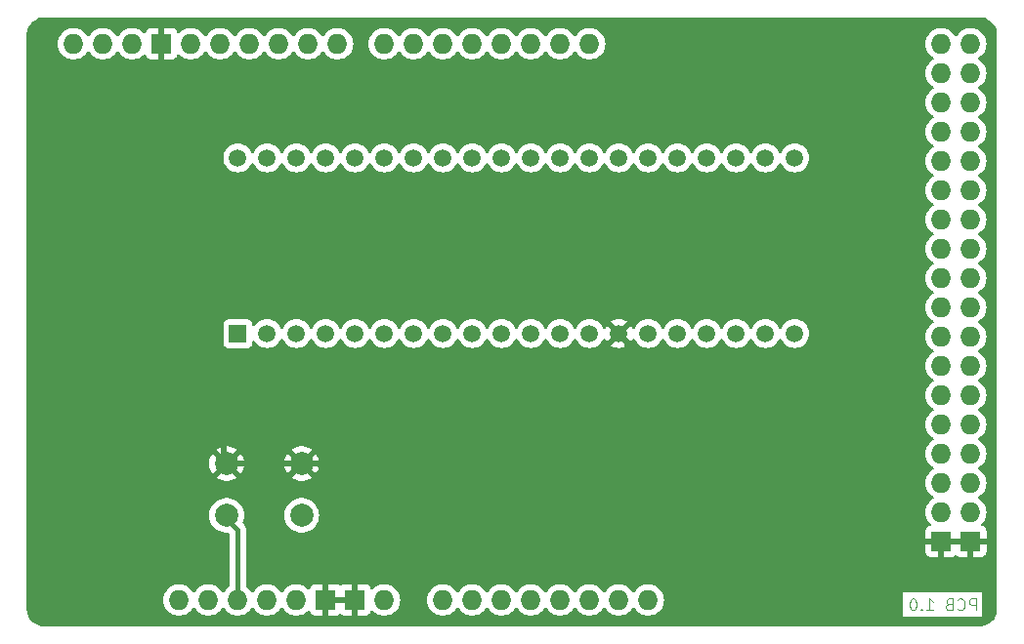
<source format=gbr>
G04 #@! TF.GenerationSoftware,KiCad,Pcbnew,8.0.4-unknown-202407162209~ee573a1480~ubuntu24.04.1*
G04 #@! TF.CreationDate,2024-07-25T22:24:25+01:00*
G04 #@! TF.ProjectId,BBC Master ROM Tester,42424320-4d61-4737-9465-7220524f4d20,1.0*
G04 #@! TF.SameCoordinates,Original*
G04 #@! TF.FileFunction,Copper,L2,Bot*
G04 #@! TF.FilePolarity,Positive*
%FSLAX46Y46*%
G04 Gerber Fmt 4.6, Leading zero omitted, Abs format (unit mm)*
G04 Created by KiCad (PCBNEW 8.0.4-unknown-202407162209~ee573a1480~ubuntu24.04.1) date 2024-07-25 22:24:25*
%MOMM*%
%LPD*%
G01*
G04 APERTURE LIST*
%ADD10C,0.125000*%
G04 #@! TA.AperFunction,NonConductor*
%ADD11C,0.125000*%
G04 #@! TD*
G04 #@! TA.AperFunction,ComponentPad*
%ADD12C,2.000000*%
G04 #@! TD*
G04 #@! TA.AperFunction,ComponentPad*
%ADD13O,1.727200X1.727200*%
G04 #@! TD*
G04 #@! TA.AperFunction,ComponentPad*
%ADD14R,1.727200X1.727200*%
G04 #@! TD*
G04 #@! TA.AperFunction,ComponentPad*
%ADD15R,1.508000X1.508000*%
G04 #@! TD*
G04 #@! TA.AperFunction,ComponentPad*
%ADD16C,1.508000*%
G04 #@! TD*
G04 #@! TA.AperFunction,Conductor*
%ADD17C,0.550000*%
G04 #@! TD*
G04 #@! TA.AperFunction,Conductor*
%ADD18C,0.400000*%
G04 #@! TD*
G04 APERTURE END LIST*
D10*
D11*
X209229668Y-106043119D02*
X209229668Y-105043119D01*
X209229668Y-105043119D02*
X208848716Y-105043119D01*
X208848716Y-105043119D02*
X208753478Y-105090738D01*
X208753478Y-105090738D02*
X208705859Y-105138357D01*
X208705859Y-105138357D02*
X208658240Y-105233595D01*
X208658240Y-105233595D02*
X208658240Y-105376452D01*
X208658240Y-105376452D02*
X208705859Y-105471690D01*
X208705859Y-105471690D02*
X208753478Y-105519309D01*
X208753478Y-105519309D02*
X208848716Y-105566928D01*
X208848716Y-105566928D02*
X209229668Y-105566928D01*
X207658240Y-105947880D02*
X207705859Y-105995500D01*
X207705859Y-105995500D02*
X207848716Y-106043119D01*
X207848716Y-106043119D02*
X207943954Y-106043119D01*
X207943954Y-106043119D02*
X208086811Y-105995500D01*
X208086811Y-105995500D02*
X208182049Y-105900261D01*
X208182049Y-105900261D02*
X208229668Y-105805023D01*
X208229668Y-105805023D02*
X208277287Y-105614547D01*
X208277287Y-105614547D02*
X208277287Y-105471690D01*
X208277287Y-105471690D02*
X208229668Y-105281214D01*
X208229668Y-105281214D02*
X208182049Y-105185976D01*
X208182049Y-105185976D02*
X208086811Y-105090738D01*
X208086811Y-105090738D02*
X207943954Y-105043119D01*
X207943954Y-105043119D02*
X207848716Y-105043119D01*
X207848716Y-105043119D02*
X207705859Y-105090738D01*
X207705859Y-105090738D02*
X207658240Y-105138357D01*
X206896335Y-105519309D02*
X206753478Y-105566928D01*
X206753478Y-105566928D02*
X206705859Y-105614547D01*
X206705859Y-105614547D02*
X206658240Y-105709785D01*
X206658240Y-105709785D02*
X206658240Y-105852642D01*
X206658240Y-105852642D02*
X206705859Y-105947880D01*
X206705859Y-105947880D02*
X206753478Y-105995500D01*
X206753478Y-105995500D02*
X206848716Y-106043119D01*
X206848716Y-106043119D02*
X207229668Y-106043119D01*
X207229668Y-106043119D02*
X207229668Y-105043119D01*
X207229668Y-105043119D02*
X206896335Y-105043119D01*
X206896335Y-105043119D02*
X206801097Y-105090738D01*
X206801097Y-105090738D02*
X206753478Y-105138357D01*
X206753478Y-105138357D02*
X206705859Y-105233595D01*
X206705859Y-105233595D02*
X206705859Y-105328833D01*
X206705859Y-105328833D02*
X206753478Y-105424071D01*
X206753478Y-105424071D02*
X206801097Y-105471690D01*
X206801097Y-105471690D02*
X206896335Y-105519309D01*
X206896335Y-105519309D02*
X207229668Y-105519309D01*
X204943954Y-106043119D02*
X205515382Y-106043119D01*
X205229668Y-106043119D02*
X205229668Y-105043119D01*
X205229668Y-105043119D02*
X205324906Y-105185976D01*
X205324906Y-105185976D02*
X205420144Y-105281214D01*
X205420144Y-105281214D02*
X205515382Y-105328833D01*
X204515382Y-105947880D02*
X204467763Y-105995500D01*
X204467763Y-105995500D02*
X204515382Y-106043119D01*
X204515382Y-106043119D02*
X204563001Y-105995500D01*
X204563001Y-105995500D02*
X204515382Y-105947880D01*
X204515382Y-105947880D02*
X204515382Y-106043119D01*
X203848716Y-105043119D02*
X203753478Y-105043119D01*
X203753478Y-105043119D02*
X203658240Y-105090738D01*
X203658240Y-105090738D02*
X203610621Y-105138357D01*
X203610621Y-105138357D02*
X203563002Y-105233595D01*
X203563002Y-105233595D02*
X203515383Y-105424071D01*
X203515383Y-105424071D02*
X203515383Y-105662166D01*
X203515383Y-105662166D02*
X203563002Y-105852642D01*
X203563002Y-105852642D02*
X203610621Y-105947880D01*
X203610621Y-105947880D02*
X203658240Y-105995500D01*
X203658240Y-105995500D02*
X203753478Y-106043119D01*
X203753478Y-106043119D02*
X203848716Y-106043119D01*
X203848716Y-106043119D02*
X203943954Y-105995500D01*
X203943954Y-105995500D02*
X203991573Y-105947880D01*
X203991573Y-105947880D02*
X204039192Y-105852642D01*
X204039192Y-105852642D02*
X204086811Y-105662166D01*
X204086811Y-105662166D02*
X204086811Y-105424071D01*
X204086811Y-105424071D02*
X204039192Y-105233595D01*
X204039192Y-105233595D02*
X203991573Y-105138357D01*
X203991573Y-105138357D02*
X203943954Y-105090738D01*
X203943954Y-105090738D02*
X203848716Y-105043119D01*
D12*
G04 #@! TO.P,SW1,1,A*
G04 #@! TO.N,GND*
X144324000Y-93319600D03*
X150824000Y-93319600D03*
G04 #@! TO.P,SW1,2,B*
G04 #@! TO.N,Net-(SW1-B)*
X144324000Y-97819600D03*
X150824000Y-97819600D03*
G04 #@! TD*
D13*
G04 #@! TO.P,XA1,*
G04 #@! TO.N,*
X140208000Y-105156000D03*
G04 #@! TO.P,XA1,3V3,3.3V*
G04 #@! TO.N,unconnected-(XA1-3.3V-Pad3V3)*
X147828000Y-105156000D03*
G04 #@! TO.P,XA1,5V1,5V*
G04 #@! TO.N,+5V*
X150368000Y-105156000D03*
G04 #@! TO.P,XA1,5V3,5V*
G04 #@! TO.N,unconnected-(XA1-5V-Pad5V3)*
X206248000Y-56896000D03*
G04 #@! TO.P,XA1,5V4,5V*
G04 #@! TO.N,unconnected-(XA1-5V-Pad5V4)*
X208788000Y-56896000D03*
G04 #@! TO.P,XA1,A0,A0*
G04 #@! TO.N,/A15*
X163068000Y-105156000D03*
G04 #@! TO.P,XA1,A1,A1*
G04 #@! TO.N,/A12*
X165608000Y-105156000D03*
G04 #@! TO.P,XA1,A2,A2*
G04 #@! TO.N,/A7*
X168148000Y-105156000D03*
G04 #@! TO.P,XA1,A3,A3*
G04 #@! TO.N,unconnected-(XA1-PadA3)*
X170688000Y-105156000D03*
G04 #@! TO.P,XA1,A4,A4*
G04 #@! TO.N,unconnected-(XA1-PadA4)*
X173228000Y-105156000D03*
G04 #@! TO.P,XA1,A5,A5*
G04 #@! TO.N,unconnected-(XA1-PadA5)*
X175768000Y-105156000D03*
G04 #@! TO.P,XA1,A6,A6*
G04 #@! TO.N,Net-(R2-Pad1)*
X178308000Y-105156000D03*
G04 #@! TO.P,XA1,A7,A7*
G04 #@! TO.N,Net-(R1-Pad1)*
X180848000Y-105156000D03*
G04 #@! TO.P,XA1,AREF,AREF*
G04 #@! TO.N,unconnected-(XA1-PadAREF)*
X136144000Y-56896000D03*
G04 #@! TO.P,XA1,D0,D0_RX0*
G04 #@! TO.N,unconnected-(XA1-D0_RX0-PadD0)*
X175768000Y-56896000D03*
G04 #@! TO.P,XA1,D1,D1_TX0*
G04 #@! TO.N,unconnected-(XA1-D1_TX0-PadD1)*
X173228000Y-56896000D03*
G04 #@! TO.P,XA1,D2,D2_INT0*
G04 #@! TO.N,unconnected-(XA1-D2_INT0-PadD2)*
X170688000Y-56896000D03*
G04 #@! TO.P,XA1,D3,D3_INT1*
G04 #@! TO.N,unconnected-(XA1-D3_INT1-PadD3)*
X168148000Y-56896000D03*
G04 #@! TO.P,XA1,D4,D4*
G04 #@! TO.N,/D6*
X165608000Y-56896000D03*
G04 #@! TO.P,XA1,D5,D5*
G04 #@! TO.N,/D7*
X163068000Y-56896000D03*
G04 #@! TO.P,XA1,D6,D6*
G04 #@! TO.N,/~{CS}*
X160528000Y-56896000D03*
G04 #@! TO.P,XA1,D7,D7*
G04 #@! TO.N,/A10*
X157988000Y-56896000D03*
G04 #@! TO.P,XA1,D8,D8*
G04 #@! TO.N,/A16*
X153924000Y-56896000D03*
G04 #@! TO.P,XA1,D9,D9*
G04 #@! TO.N,/A11*
X151384000Y-56896000D03*
G04 #@! TO.P,XA1,D10,D10*
G04 #@! TO.N,/A9*
X148844000Y-56896000D03*
G04 #@! TO.P,XA1,D11,D11*
G04 #@! TO.N,/A8*
X146304000Y-56896000D03*
G04 #@! TO.P,XA1,D12,D12*
G04 #@! TO.N,/A13*
X143764000Y-56896000D03*
G04 #@! TO.P,XA1,D13,D13*
G04 #@! TO.N,/A14*
X141224000Y-56896000D03*
G04 #@! TO.P,XA1,D22,D22*
G04 #@! TO.N,/D5*
X206248000Y-59436000D03*
G04 #@! TO.P,XA1,D23,D23*
G04 #@! TO.N,/D4*
X208788000Y-59436000D03*
G04 #@! TO.P,XA1,D24,D24*
G04 #@! TO.N,/D3*
X206248000Y-61976000D03*
G04 #@! TO.P,XA1,D25,D25*
G04 #@! TO.N,unconnected-(XA1-PadD25)*
X208788000Y-61976000D03*
G04 #@! TO.P,XA1,D26,D26*
G04 #@! TO.N,/A6*
X206248000Y-64516000D03*
G04 #@! TO.P,XA1,D27,D27*
G04 #@! TO.N,/A5*
X208788000Y-64516000D03*
G04 #@! TO.P,XA1,D28,D28*
G04 #@! TO.N,/A4*
X206248000Y-67056000D03*
G04 #@! TO.P,XA1,D29,D29*
G04 #@! TO.N,/A3*
X208788000Y-67056000D03*
G04 #@! TO.P,XA1,D30,D30*
G04 #@! TO.N,unconnected-(XA1-PadD30)*
X206248000Y-69596000D03*
G04 #@! TO.P,XA1,D31,D31*
G04 #@! TO.N,unconnected-(XA1-PadD31)*
X208788000Y-69596000D03*
G04 #@! TO.P,XA1,D32,D32*
G04 #@! TO.N,/A2*
X206248000Y-72136000D03*
G04 #@! TO.P,XA1,D33,D33*
G04 #@! TO.N,/A1*
X208788000Y-72136000D03*
G04 #@! TO.P,XA1,D34,D34*
G04 #@! TO.N,unconnected-(XA1-PadD34)*
X206248000Y-74676000D03*
G04 #@! TO.P,XA1,D35,D35*
G04 #@! TO.N,unconnected-(XA1-PadD35)*
X208788000Y-74676000D03*
G04 #@! TO.P,XA1,D36,D36*
G04 #@! TO.N,/A0*
X206248000Y-77216000D03*
G04 #@! TO.P,XA1,D37,D37*
G04 #@! TO.N,/D0*
X208788000Y-77216000D03*
G04 #@! TO.P,XA1,D38,D38*
G04 #@! TO.N,/D1*
X206248000Y-79756000D03*
G04 #@! TO.P,XA1,D39,D39*
G04 #@! TO.N,/D2*
X208788000Y-79756000D03*
G04 #@! TO.P,XA1,D40,D40*
G04 #@! TO.N,unconnected-(XA1-PadD40)*
X206248000Y-82296000D03*
G04 #@! TO.P,XA1,D41,D41*
G04 #@! TO.N,unconnected-(XA1-PadD41)*
X208788000Y-82296000D03*
G04 #@! TO.P,XA1,D42,D42*
G04 #@! TO.N,unconnected-(XA1-PadD42)*
X206248000Y-84836000D03*
G04 #@! TO.P,XA1,D43,D43*
G04 #@! TO.N,unconnected-(XA1-PadD43)*
X208788000Y-84836000D03*
G04 #@! TO.P,XA1,D44,D44*
G04 #@! TO.N,unconnected-(XA1-PadD44)*
X206248000Y-87376000D03*
G04 #@! TO.P,XA1,D45,D45*
G04 #@! TO.N,unconnected-(XA1-PadD45)*
X208788000Y-87376000D03*
G04 #@! TO.P,XA1,D46,D46*
G04 #@! TO.N,unconnected-(XA1-PadD46)*
X206248000Y-89916000D03*
G04 #@! TO.P,XA1,D47,D47*
G04 #@! TO.N,unconnected-(XA1-PadD47)*
X208788000Y-89916000D03*
G04 #@! TO.P,XA1,D48,D48*
G04 #@! TO.N,unconnected-(XA1-PadD48)*
X206248000Y-92456000D03*
G04 #@! TO.P,XA1,D49,D49*
G04 #@! TO.N,unconnected-(XA1-PadD49)*
X208788000Y-92456000D03*
G04 #@! TO.P,XA1,D50,D50*
G04 #@! TO.N,unconnected-(XA1-PadD50)*
X206248000Y-94996000D03*
G04 #@! TO.P,XA1,D51,D51*
G04 #@! TO.N,unconnected-(XA1-PadD51)*
X208788000Y-94996000D03*
G04 #@! TO.P,XA1,D52,D52*
G04 #@! TO.N,unconnected-(XA1-PadD52)*
X206248000Y-97536000D03*
G04 #@! TO.P,XA1,D53,D53_SS*
G04 #@! TO.N,unconnected-(XA1-D53_SS-PadD53)*
X208788000Y-97536000D03*
D14*
G04 #@! TO.P,XA1,GND1,GND*
G04 #@! TO.N,GND*
X138684000Y-56896000D03*
G04 #@! TO.P,XA1,GND2,GND*
X152908000Y-105156000D03*
G04 #@! TO.P,XA1,GND3,GND*
X155448000Y-105156000D03*
G04 #@! TO.P,XA1,GND5,GND*
X206248000Y-100076000D03*
G04 #@! TO.P,XA1,GND6,GND*
X208788000Y-100076000D03*
D13*
G04 #@! TO.P,XA1,IORF,IOREF*
G04 #@! TO.N,unconnected-(XA1-IOREF-PadIORF)*
X142748000Y-105156000D03*
G04 #@! TO.P,XA1,RST1,RESET*
G04 #@! TO.N,Net-(SW1-B)*
X145288000Y-105156000D03*
G04 #@! TO.P,XA1,SCL,SCL*
G04 #@! TO.N,unconnected-(XA1-PadSCL)*
X131064000Y-56896000D03*
G04 #@! TO.P,XA1,SDA,SDA*
G04 #@! TO.N,unconnected-(XA1-PadSDA)*
X133604000Y-56896000D03*
G04 #@! TO.P,XA1,VIN,VIN*
G04 #@! TO.N,unconnected-(XA1-PadVIN)*
X157988000Y-105156000D03*
G04 #@! TD*
D15*
G04 #@! TO.P,U2,1,A15*
G04 #@! TO.N,/A15*
X145288000Y-82042000D03*
D16*
G04 #@! TO.P,U2,2,A12*
G04 #@! TO.N,/A12*
X147828000Y-82042000D03*
G04 #@! TO.P,U2,3,A7*
G04 #@! TO.N,/A7*
X150368000Y-82042000D03*
G04 #@! TO.P,U2,4,A6*
G04 #@! TO.N,/A6*
X152908000Y-82042000D03*
G04 #@! TO.P,U2,5,A5*
G04 #@! TO.N,/A5*
X155448000Y-82042000D03*
G04 #@! TO.P,U2,6,A4*
G04 #@! TO.N,/A4*
X157988000Y-82042000D03*
G04 #@! TO.P,U2,7,A3*
G04 #@! TO.N,/A3*
X160528000Y-82042000D03*
G04 #@! TO.P,U2,8,A2*
G04 #@! TO.N,/A2*
X163068000Y-82042000D03*
G04 #@! TO.P,U2,9,A1*
G04 #@! TO.N,/A1*
X165608000Y-82042000D03*
G04 #@! TO.P,U2,10,A0*
G04 #@! TO.N,/A0*
X168148000Y-82042000D03*
G04 #@! TO.P,U2,11,D0*
G04 #@! TO.N,/D0*
X170688000Y-82042000D03*
G04 #@! TO.P,U2,12,D1*
G04 #@! TO.N,/D1*
X173228000Y-82042000D03*
G04 #@! TO.P,U2,13,D2*
G04 #@! TO.N,/D2*
X175768000Y-82042000D03*
G04 #@! TO.P,U2,14,VSS*
G04 #@! TO.N,GND*
X178308000Y-82042000D03*
G04 #@! TO.P,U2,15*
G04 #@! TO.N,unconnected-(U2-Pad15)*
X180848000Y-82042000D03*
G04 #@! TO.P,U2,16*
G04 #@! TO.N,unconnected-(U2-Pad16)*
X183388000Y-82042000D03*
G04 #@! TO.P,U2,17*
G04 #@! TO.N,unconnected-(U2-Pad17)*
X185928000Y-82042000D03*
G04 #@! TO.P,U2,18*
G04 #@! TO.N,unconnected-(U2-Pad18)*
X188468000Y-82042000D03*
G04 #@! TO.P,U2,19*
G04 #@! TO.N,unconnected-(U2-Pad19)*
X191008000Y-82042000D03*
G04 #@! TO.P,U2,20*
G04 #@! TO.N,unconnected-(U2-Pad20)*
X193548000Y-82042000D03*
G04 #@! TO.P,U2,21*
G04 #@! TO.N,unconnected-(U2-Pad21)*
X193548000Y-66802000D03*
G04 #@! TO.P,U2,22*
G04 #@! TO.N,unconnected-(U2-Pad22)*
X191008000Y-66802000D03*
G04 #@! TO.P,U2,23*
G04 #@! TO.N,unconnected-(U2-Pad23)*
X188468000Y-66802000D03*
G04 #@! TO.P,U2,24*
G04 #@! TO.N,unconnected-(U2-Pad24)*
X185928000Y-66802000D03*
G04 #@! TO.P,U2,25*
G04 #@! TO.N,unconnected-(U2-Pad25)*
X183388000Y-66802000D03*
G04 #@! TO.P,U2,26*
G04 #@! TO.N,unconnected-(U2-Pad26)*
X180848000Y-66802000D03*
G04 #@! TO.P,U2,27,D3*
G04 #@! TO.N,/D3*
X178308000Y-66802000D03*
G04 #@! TO.P,U2,28,D4*
G04 #@! TO.N,/D4*
X175768000Y-66802000D03*
G04 #@! TO.P,U2,29,D5*
G04 #@! TO.N,/D5*
X173228000Y-66802000D03*
G04 #@! TO.P,U2,30,D6*
G04 #@! TO.N,/D6*
X170688000Y-66802000D03*
G04 #@! TO.P,U2,31,D7*
G04 #@! TO.N,/D7*
X168148000Y-66802000D03*
G04 #@! TO.P,U2,32,~{CS}*
G04 #@! TO.N,/~{CS}*
X165608000Y-66802000D03*
G04 #@! TO.P,U2,33,A10*
G04 #@! TO.N,/A10*
X163068000Y-66802000D03*
G04 #@! TO.P,U2,34,A16*
G04 #@! TO.N,/A16*
X160528000Y-66802000D03*
G04 #@! TO.P,U2,35,A11*
G04 #@! TO.N,/A11*
X157988000Y-66802000D03*
G04 #@! TO.P,U2,36,A9*
G04 #@! TO.N,/A9*
X155448000Y-66802000D03*
G04 #@! TO.P,U2,37,A8*
G04 #@! TO.N,/A8*
X152908000Y-66802000D03*
G04 #@! TO.P,U2,38,A13*
G04 #@! TO.N,/A13*
X150368000Y-66802000D03*
G04 #@! TO.P,U2,39,A14*
G04 #@! TO.N,/A14*
X147828000Y-66802000D03*
G04 #@! TO.P,U2,40,VCC*
G04 #@! TO.N,+5V*
X145288000Y-66802000D03*
G04 #@! TD*
D17*
G04 #@! TO.N,GND*
X179578000Y-87630000D02*
X179070000Y-87122000D01*
X202946000Y-100076000D02*
X155702000Y-100076000D01*
X199898000Y-100076000D02*
X187452000Y-87630000D01*
X202946000Y-100076000D02*
X199898000Y-100076000D01*
X179070000Y-87122000D02*
X179070000Y-82804000D01*
X144070000Y-89206000D02*
X138684000Y-83820000D01*
X138684000Y-83820000D02*
X138684000Y-56896000D01*
X155448000Y-105156000D02*
X152908000Y-105156000D01*
X155702000Y-100076000D02*
X155448000Y-100330000D01*
X155448000Y-96520000D02*
X152247600Y-93319600D01*
X155448000Y-105156000D02*
X155448000Y-100330000D01*
X187452000Y-87630000D02*
X179578000Y-87630000D01*
X150570000Y-93319600D02*
X144070000Y-93319600D01*
X208788000Y-100076000D02*
X202946000Y-100076000D01*
X152247600Y-93319600D02*
X150570000Y-93319600D01*
X155448000Y-100330000D02*
X155448000Y-96520000D01*
X179070000Y-82804000D02*
X178308000Y-82042000D01*
X144070000Y-93319600D02*
X144070000Y-89206000D01*
D18*
G04 #@! TO.N,Net-(SW1-B)*
X145288000Y-105156000D02*
X145288000Y-99037600D01*
X145288000Y-99037600D02*
X144070000Y-97819600D01*
G04 #@! TD*
G04 #@! TA.AperFunction,Conductor*
G04 #@! TO.N,GND*
G36*
X154974619Y-104959919D02*
G01*
X154940000Y-105089120D01*
X154940000Y-105222880D01*
X154974619Y-105352081D01*
X155005749Y-105406000D01*
X153350251Y-105406000D01*
X153381381Y-105352081D01*
X153416000Y-105222880D01*
X153416000Y-105089120D01*
X153381381Y-104959919D01*
X153350251Y-104906000D01*
X155005749Y-104906000D01*
X154974619Y-104959919D01*
G37*
G04 #@! TD.AperFunction*
G04 #@! TA.AperFunction,Conductor*
G36*
X208314619Y-99879919D02*
G01*
X208280000Y-100009120D01*
X208280000Y-100142880D01*
X208314619Y-100272081D01*
X208345749Y-100326000D01*
X206690251Y-100326000D01*
X206721381Y-100272081D01*
X206756000Y-100142880D01*
X206756000Y-100009120D01*
X206721381Y-99879919D01*
X206690251Y-99826000D01*
X208345749Y-99826000D01*
X208314619Y-99879919D01*
G37*
G04 #@! TD.AperFunction*
G04 #@! TA.AperFunction,Conductor*
G36*
X209554418Y-54602816D02*
G01*
X209759111Y-54617455D01*
X209776620Y-54619973D01*
X209972813Y-54662653D01*
X209989768Y-54667630D01*
X210177909Y-54737803D01*
X210193987Y-54745147D01*
X210370210Y-54841371D01*
X210385084Y-54850929D01*
X210545822Y-54971257D01*
X210559192Y-54982843D01*
X210701156Y-55124807D01*
X210712742Y-55138177D01*
X210833066Y-55298910D01*
X210842631Y-55313794D01*
X210938850Y-55490007D01*
X210946198Y-55506096D01*
X211009275Y-55675212D01*
X211016364Y-55694217D01*
X211021348Y-55711193D01*
X211064026Y-55907379D01*
X211066544Y-55924891D01*
X211081184Y-56129581D01*
X211081500Y-56138427D01*
X211081500Y-105913572D01*
X211081184Y-105922418D01*
X211066544Y-106127108D01*
X211064026Y-106144620D01*
X211021348Y-106340806D01*
X211016364Y-106357780D01*
X211009274Y-106376790D01*
X210946200Y-106545899D01*
X210938850Y-106561992D01*
X210842631Y-106738205D01*
X210833066Y-106753089D01*
X210712742Y-106913822D01*
X210701156Y-106927192D01*
X210559192Y-107069156D01*
X210545822Y-107080742D01*
X210385089Y-107201066D01*
X210370205Y-107210631D01*
X210193992Y-107306850D01*
X210177899Y-107314200D01*
X209989782Y-107384364D01*
X209972806Y-107389348D01*
X209776620Y-107432026D01*
X209759108Y-107434544D01*
X209554418Y-107449184D01*
X209545572Y-107449500D01*
X128528428Y-107449500D01*
X128519582Y-107449184D01*
X128314891Y-107434544D01*
X128297379Y-107432026D01*
X128101193Y-107389348D01*
X128084222Y-107384365D01*
X127896096Y-107314198D01*
X127880007Y-107306850D01*
X127703794Y-107210631D01*
X127688910Y-107201066D01*
X127528177Y-107080742D01*
X127514807Y-107069156D01*
X127372843Y-106927192D01*
X127361257Y-106913822D01*
X127240929Y-106753084D01*
X127231371Y-106738210D01*
X127164554Y-106615842D01*
X202943119Y-106615842D01*
X209797668Y-106615842D01*
X209797668Y-104470396D01*
X202943119Y-104470396D01*
X202943119Y-106615842D01*
X127164554Y-106615842D01*
X127135147Y-106561987D01*
X127127803Y-106545909D01*
X127057630Y-106357768D01*
X127052653Y-106340813D01*
X127009973Y-106144620D01*
X127007455Y-106127108D01*
X126998130Y-105996727D01*
X126992816Y-105922418D01*
X126992500Y-105913572D01*
X126992500Y-105155993D01*
X138839225Y-105155993D01*
X138839225Y-105156006D01*
X138857892Y-105381289D01*
X138913388Y-105600439D01*
X139004198Y-105807466D01*
X139127842Y-105996716D01*
X139127850Y-105996727D01*
X139263997Y-106144620D01*
X139280954Y-106163040D01*
X139459351Y-106301893D01*
X139658169Y-106409488D01*
X139658172Y-106409489D01*
X139871982Y-106482890D01*
X139871984Y-106482890D01*
X139871986Y-106482891D01*
X140094967Y-106520100D01*
X140094968Y-106520100D01*
X140321032Y-106520100D01*
X140321033Y-106520100D01*
X140544014Y-106482891D01*
X140757831Y-106409488D01*
X140956649Y-106301893D01*
X141135046Y-106163040D01*
X141288156Y-105996719D01*
X141374193Y-105865028D01*
X141427338Y-105819675D01*
X141496569Y-105810251D01*
X141559905Y-105839753D01*
X141581804Y-105865025D01*
X141667844Y-105996719D01*
X141667849Y-105996724D01*
X141667850Y-105996727D01*
X141803997Y-106144620D01*
X141820954Y-106163040D01*
X141999351Y-106301893D01*
X142198169Y-106409488D01*
X142198172Y-106409489D01*
X142411982Y-106482890D01*
X142411984Y-106482890D01*
X142411986Y-106482891D01*
X142634967Y-106520100D01*
X142634968Y-106520100D01*
X142861032Y-106520100D01*
X142861033Y-106520100D01*
X143084014Y-106482891D01*
X143297831Y-106409488D01*
X143496649Y-106301893D01*
X143675046Y-106163040D01*
X143828156Y-105996719D01*
X143914193Y-105865028D01*
X143967338Y-105819675D01*
X144036569Y-105810251D01*
X144099905Y-105839753D01*
X144121804Y-105865025D01*
X144207844Y-105996719D01*
X144207849Y-105996724D01*
X144207850Y-105996727D01*
X144343997Y-106144620D01*
X144360954Y-106163040D01*
X144539351Y-106301893D01*
X144738169Y-106409488D01*
X144738172Y-106409489D01*
X144951982Y-106482890D01*
X144951984Y-106482890D01*
X144951986Y-106482891D01*
X145174967Y-106520100D01*
X145174968Y-106520100D01*
X145401032Y-106520100D01*
X145401033Y-106520100D01*
X145624014Y-106482891D01*
X145837831Y-106409488D01*
X146036649Y-106301893D01*
X146215046Y-106163040D01*
X146368156Y-105996719D01*
X146454193Y-105865028D01*
X146507338Y-105819675D01*
X146576569Y-105810251D01*
X146639905Y-105839753D01*
X146661804Y-105865025D01*
X146747844Y-105996719D01*
X146747849Y-105996724D01*
X146747850Y-105996727D01*
X146883997Y-106144620D01*
X146900954Y-106163040D01*
X147079351Y-106301893D01*
X147278169Y-106409488D01*
X147278172Y-106409489D01*
X147491982Y-106482890D01*
X147491984Y-106482890D01*
X147491986Y-106482891D01*
X147714967Y-106520100D01*
X147714968Y-106520100D01*
X147941032Y-106520100D01*
X147941033Y-106520100D01*
X148164014Y-106482891D01*
X148377831Y-106409488D01*
X148576649Y-106301893D01*
X148755046Y-106163040D01*
X148908156Y-105996719D01*
X148994193Y-105865028D01*
X149047338Y-105819675D01*
X149116569Y-105810251D01*
X149179905Y-105839753D01*
X149201804Y-105865025D01*
X149287844Y-105996719D01*
X149287849Y-105996724D01*
X149287850Y-105996727D01*
X149423997Y-106144620D01*
X149440954Y-106163040D01*
X149619351Y-106301893D01*
X149818169Y-106409488D01*
X149818172Y-106409489D01*
X150031982Y-106482890D01*
X150031984Y-106482890D01*
X150031986Y-106482891D01*
X150254967Y-106520100D01*
X150254968Y-106520100D01*
X150481032Y-106520100D01*
X150481033Y-106520100D01*
X150704014Y-106482891D01*
X150917831Y-106409488D01*
X151116649Y-106301893D01*
X151295046Y-106163040D01*
X151349815Y-106103545D01*
X151409699Y-106067557D01*
X151479537Y-106069657D01*
X151537153Y-106109180D01*
X151557224Y-106144196D01*
X151601046Y-106261688D01*
X151601049Y-106261693D01*
X151687209Y-106376787D01*
X151687212Y-106376790D01*
X151802306Y-106462950D01*
X151802313Y-106462954D01*
X151937020Y-106513196D01*
X151937027Y-106513198D01*
X151996555Y-106519599D01*
X151996572Y-106519600D01*
X152658000Y-106519600D01*
X152658000Y-105598251D01*
X152711919Y-105629381D01*
X152841120Y-105664000D01*
X152974880Y-105664000D01*
X153104081Y-105629381D01*
X153158000Y-105598251D01*
X153158000Y-106519600D01*
X153819428Y-106519600D01*
X153819444Y-106519599D01*
X153878972Y-106513198D01*
X153878979Y-106513196D01*
X154013686Y-106462954D01*
X154013689Y-106462952D01*
X154103688Y-106395579D01*
X154169152Y-106371161D01*
X154237426Y-106386012D01*
X154252312Y-106395579D01*
X154342310Y-106462952D01*
X154342313Y-106462954D01*
X154477020Y-106513196D01*
X154477027Y-106513198D01*
X154536555Y-106519599D01*
X154536572Y-106519600D01*
X155198000Y-106519600D01*
X155198000Y-105598251D01*
X155251919Y-105629381D01*
X155381120Y-105664000D01*
X155514880Y-105664000D01*
X155644081Y-105629381D01*
X155698000Y-105598251D01*
X155698000Y-106519600D01*
X156359428Y-106519600D01*
X156359444Y-106519599D01*
X156418972Y-106513198D01*
X156418979Y-106513196D01*
X156553686Y-106462954D01*
X156553693Y-106462950D01*
X156668787Y-106376790D01*
X156668790Y-106376787D01*
X156754950Y-106261693D01*
X156754954Y-106261686D01*
X156798775Y-106144197D01*
X156840646Y-106088263D01*
X156906110Y-106063846D01*
X156974383Y-106078698D01*
X157006186Y-106103547D01*
X157043997Y-106144620D01*
X157060954Y-106163040D01*
X157239351Y-106301893D01*
X157438169Y-106409488D01*
X157438172Y-106409489D01*
X157651982Y-106482890D01*
X157651984Y-106482890D01*
X157651986Y-106482891D01*
X157874967Y-106520100D01*
X157874968Y-106520100D01*
X158101032Y-106520100D01*
X158101033Y-106520100D01*
X158324014Y-106482891D01*
X158537831Y-106409488D01*
X158736649Y-106301893D01*
X158915046Y-106163040D01*
X159068156Y-105996719D01*
X159191802Y-105807465D01*
X159282611Y-105600441D01*
X159338107Y-105381293D01*
X159345574Y-105291175D01*
X159356775Y-105156006D01*
X159356775Y-105155993D01*
X161699225Y-105155993D01*
X161699225Y-105156006D01*
X161717892Y-105381289D01*
X161773388Y-105600439D01*
X161864198Y-105807466D01*
X161987842Y-105996716D01*
X161987850Y-105996727D01*
X162123997Y-106144620D01*
X162140954Y-106163040D01*
X162319351Y-106301893D01*
X162518169Y-106409488D01*
X162518172Y-106409489D01*
X162731982Y-106482890D01*
X162731984Y-106482890D01*
X162731986Y-106482891D01*
X162954967Y-106520100D01*
X162954968Y-106520100D01*
X163181032Y-106520100D01*
X163181033Y-106520100D01*
X163404014Y-106482891D01*
X163617831Y-106409488D01*
X163816649Y-106301893D01*
X163995046Y-106163040D01*
X164148156Y-105996719D01*
X164234193Y-105865028D01*
X164287338Y-105819675D01*
X164356569Y-105810251D01*
X164419905Y-105839753D01*
X164441804Y-105865025D01*
X164527844Y-105996719D01*
X164527849Y-105996724D01*
X164527850Y-105996727D01*
X164663997Y-106144620D01*
X164680954Y-106163040D01*
X164859351Y-106301893D01*
X165058169Y-106409488D01*
X165058172Y-106409489D01*
X165271982Y-106482890D01*
X165271984Y-106482890D01*
X165271986Y-106482891D01*
X165494967Y-106520100D01*
X165494968Y-106520100D01*
X165721032Y-106520100D01*
X165721033Y-106520100D01*
X165944014Y-106482891D01*
X166157831Y-106409488D01*
X166356649Y-106301893D01*
X166535046Y-106163040D01*
X166688156Y-105996719D01*
X166774193Y-105865028D01*
X166827338Y-105819675D01*
X166896569Y-105810251D01*
X166959905Y-105839753D01*
X166981804Y-105865025D01*
X167067844Y-105996719D01*
X167067849Y-105996724D01*
X167067850Y-105996727D01*
X167203997Y-106144620D01*
X167220954Y-106163040D01*
X167399351Y-106301893D01*
X167598169Y-106409488D01*
X167598172Y-106409489D01*
X167811982Y-106482890D01*
X167811984Y-106482890D01*
X167811986Y-106482891D01*
X168034967Y-106520100D01*
X168034968Y-106520100D01*
X168261032Y-106520100D01*
X168261033Y-106520100D01*
X168484014Y-106482891D01*
X168697831Y-106409488D01*
X168896649Y-106301893D01*
X169075046Y-106163040D01*
X169228156Y-105996719D01*
X169314193Y-105865028D01*
X169367338Y-105819675D01*
X169436569Y-105810251D01*
X169499905Y-105839753D01*
X169521804Y-105865025D01*
X169607844Y-105996719D01*
X169607849Y-105996724D01*
X169607850Y-105996727D01*
X169743997Y-106144620D01*
X169760954Y-106163040D01*
X169939351Y-106301893D01*
X170138169Y-106409488D01*
X170138172Y-106409489D01*
X170351982Y-106482890D01*
X170351984Y-106482890D01*
X170351986Y-106482891D01*
X170574967Y-106520100D01*
X170574968Y-106520100D01*
X170801032Y-106520100D01*
X170801033Y-106520100D01*
X171024014Y-106482891D01*
X171237831Y-106409488D01*
X171436649Y-106301893D01*
X171615046Y-106163040D01*
X171768156Y-105996719D01*
X171854193Y-105865028D01*
X171907338Y-105819675D01*
X171976569Y-105810251D01*
X172039905Y-105839753D01*
X172061804Y-105865025D01*
X172147844Y-105996719D01*
X172147849Y-105996724D01*
X172147850Y-105996727D01*
X172283997Y-106144620D01*
X172300954Y-106163040D01*
X172479351Y-106301893D01*
X172678169Y-106409488D01*
X172678172Y-106409489D01*
X172891982Y-106482890D01*
X172891984Y-106482890D01*
X172891986Y-106482891D01*
X173114967Y-106520100D01*
X173114968Y-106520100D01*
X173341032Y-106520100D01*
X173341033Y-106520100D01*
X173564014Y-106482891D01*
X173777831Y-106409488D01*
X173976649Y-106301893D01*
X174155046Y-106163040D01*
X174308156Y-105996719D01*
X174394193Y-105865028D01*
X174447338Y-105819675D01*
X174516569Y-105810251D01*
X174579905Y-105839753D01*
X174601804Y-105865025D01*
X174687844Y-105996719D01*
X174687849Y-105996724D01*
X174687850Y-105996727D01*
X174823997Y-106144620D01*
X174840954Y-106163040D01*
X175019351Y-106301893D01*
X175218169Y-106409488D01*
X175218172Y-106409489D01*
X175431982Y-106482890D01*
X175431984Y-106482890D01*
X175431986Y-106482891D01*
X175654967Y-106520100D01*
X175654968Y-106520100D01*
X175881032Y-106520100D01*
X175881033Y-106520100D01*
X176104014Y-106482891D01*
X176317831Y-106409488D01*
X176516649Y-106301893D01*
X176695046Y-106163040D01*
X176848156Y-105996719D01*
X176934193Y-105865028D01*
X176987338Y-105819675D01*
X177056569Y-105810251D01*
X177119905Y-105839753D01*
X177141804Y-105865025D01*
X177227844Y-105996719D01*
X177227849Y-105996724D01*
X177227850Y-105996727D01*
X177363997Y-106144620D01*
X177380954Y-106163040D01*
X177559351Y-106301893D01*
X177758169Y-106409488D01*
X177758172Y-106409489D01*
X177971982Y-106482890D01*
X177971984Y-106482890D01*
X177971986Y-106482891D01*
X178194967Y-106520100D01*
X178194968Y-106520100D01*
X178421032Y-106520100D01*
X178421033Y-106520100D01*
X178644014Y-106482891D01*
X178857831Y-106409488D01*
X179056649Y-106301893D01*
X179235046Y-106163040D01*
X179388156Y-105996719D01*
X179474193Y-105865028D01*
X179527338Y-105819675D01*
X179596569Y-105810251D01*
X179659905Y-105839753D01*
X179681804Y-105865025D01*
X179767844Y-105996719D01*
X179767849Y-105996724D01*
X179767850Y-105996727D01*
X179903997Y-106144620D01*
X179920954Y-106163040D01*
X180099351Y-106301893D01*
X180298169Y-106409488D01*
X180298172Y-106409489D01*
X180511982Y-106482890D01*
X180511984Y-106482890D01*
X180511986Y-106482891D01*
X180734967Y-106520100D01*
X180734968Y-106520100D01*
X180961032Y-106520100D01*
X180961033Y-106520100D01*
X181184014Y-106482891D01*
X181397831Y-106409488D01*
X181596649Y-106301893D01*
X181775046Y-106163040D01*
X181928156Y-105996719D01*
X182051802Y-105807465D01*
X182142611Y-105600441D01*
X182198107Y-105381293D01*
X182205574Y-105291175D01*
X182216775Y-105156006D01*
X182216775Y-105155993D01*
X182203707Y-104998294D01*
X182198107Y-104930707D01*
X182142611Y-104711559D01*
X182051802Y-104504535D01*
X181928156Y-104315281D01*
X181928153Y-104315278D01*
X181928149Y-104315272D01*
X181775049Y-104148963D01*
X181775048Y-104148962D01*
X181775046Y-104148960D01*
X181596649Y-104010107D01*
X181539261Y-103979050D01*
X181397832Y-103902512D01*
X181397827Y-103902510D01*
X181184017Y-103829109D01*
X181002388Y-103798801D01*
X180961033Y-103791900D01*
X180734967Y-103791900D01*
X180693612Y-103798801D01*
X180511982Y-103829109D01*
X180298172Y-103902510D01*
X180298167Y-103902512D01*
X180099352Y-104010106D01*
X179920955Y-104148959D01*
X179920950Y-104148963D01*
X179767850Y-104315272D01*
X179767842Y-104315283D01*
X179681808Y-104446968D01*
X179628662Y-104492325D01*
X179559430Y-104501748D01*
X179496095Y-104472246D01*
X179474192Y-104446968D01*
X179388157Y-104315283D01*
X179388149Y-104315272D01*
X179235049Y-104148963D01*
X179235048Y-104148962D01*
X179235046Y-104148960D01*
X179056649Y-104010107D01*
X178999261Y-103979050D01*
X178857832Y-103902512D01*
X178857827Y-103902510D01*
X178644017Y-103829109D01*
X178462388Y-103798801D01*
X178421033Y-103791900D01*
X178194967Y-103791900D01*
X178153612Y-103798801D01*
X177971982Y-103829109D01*
X177758172Y-103902510D01*
X177758167Y-103902512D01*
X177559352Y-104010106D01*
X177380955Y-104148959D01*
X177380950Y-104148963D01*
X177227850Y-104315272D01*
X177227842Y-104315283D01*
X177141808Y-104446968D01*
X177088662Y-104492325D01*
X177019430Y-104501748D01*
X176956095Y-104472246D01*
X176934192Y-104446968D01*
X176848157Y-104315283D01*
X176848149Y-104315272D01*
X176695049Y-104148963D01*
X176695048Y-104148962D01*
X176695046Y-104148960D01*
X176516649Y-104010107D01*
X176459261Y-103979050D01*
X176317832Y-103902512D01*
X176317827Y-103902510D01*
X176104017Y-103829109D01*
X175922388Y-103798801D01*
X175881033Y-103791900D01*
X175654967Y-103791900D01*
X175613612Y-103798801D01*
X175431982Y-103829109D01*
X175218172Y-103902510D01*
X175218167Y-103902512D01*
X175019352Y-104010106D01*
X174840955Y-104148959D01*
X174840950Y-104148963D01*
X174687850Y-104315272D01*
X174687842Y-104315283D01*
X174601808Y-104446968D01*
X174548662Y-104492325D01*
X174479430Y-104501748D01*
X174416095Y-104472246D01*
X174394192Y-104446968D01*
X174308157Y-104315283D01*
X174308149Y-104315272D01*
X174155049Y-104148963D01*
X174155048Y-104148962D01*
X174155046Y-104148960D01*
X173976649Y-104010107D01*
X173919261Y-103979050D01*
X173777832Y-103902512D01*
X173777827Y-103902510D01*
X173564017Y-103829109D01*
X173382388Y-103798801D01*
X173341033Y-103791900D01*
X173114967Y-103791900D01*
X173073612Y-103798801D01*
X172891982Y-103829109D01*
X172678172Y-103902510D01*
X172678167Y-103902512D01*
X172479352Y-104010106D01*
X172300955Y-104148959D01*
X172300950Y-104148963D01*
X172147850Y-104315272D01*
X172147842Y-104315283D01*
X172061808Y-104446968D01*
X172008662Y-104492325D01*
X171939430Y-104501748D01*
X171876095Y-104472246D01*
X171854192Y-104446968D01*
X171768157Y-104315283D01*
X171768149Y-104315272D01*
X171615049Y-104148963D01*
X171615048Y-104148962D01*
X171615046Y-104148960D01*
X171436649Y-104010107D01*
X171379261Y-103979050D01*
X171237832Y-103902512D01*
X171237827Y-103902510D01*
X171024017Y-103829109D01*
X170842388Y-103798801D01*
X170801033Y-103791900D01*
X170574967Y-103791900D01*
X170533612Y-103798801D01*
X170351982Y-103829109D01*
X170138172Y-103902510D01*
X170138167Y-103902512D01*
X169939352Y-104010106D01*
X169760955Y-104148959D01*
X169760950Y-104148963D01*
X169607850Y-104315272D01*
X169607842Y-104315283D01*
X169521808Y-104446968D01*
X169468662Y-104492325D01*
X169399430Y-104501748D01*
X169336095Y-104472246D01*
X169314192Y-104446968D01*
X169228157Y-104315283D01*
X169228149Y-104315272D01*
X169075049Y-104148963D01*
X169075048Y-104148962D01*
X169075046Y-104148960D01*
X168896649Y-104010107D01*
X168839261Y-103979050D01*
X168697832Y-103902512D01*
X168697827Y-103902510D01*
X168484017Y-103829109D01*
X168302388Y-103798801D01*
X168261033Y-103791900D01*
X168034967Y-103791900D01*
X167993612Y-103798801D01*
X167811982Y-103829109D01*
X167598172Y-103902510D01*
X167598167Y-103902512D01*
X167399352Y-104010106D01*
X167220955Y-104148959D01*
X167220950Y-104148963D01*
X167067850Y-104315272D01*
X167067842Y-104315283D01*
X166981808Y-104446968D01*
X166928662Y-104492325D01*
X166859430Y-104501748D01*
X166796095Y-104472246D01*
X166774192Y-104446968D01*
X166688157Y-104315283D01*
X166688149Y-104315272D01*
X166535049Y-104148963D01*
X166535048Y-104148962D01*
X166535046Y-104148960D01*
X166356649Y-104010107D01*
X166299261Y-103979050D01*
X166157832Y-103902512D01*
X166157827Y-103902510D01*
X165944017Y-103829109D01*
X165762388Y-103798801D01*
X165721033Y-103791900D01*
X165494967Y-103791900D01*
X165453612Y-103798801D01*
X165271982Y-103829109D01*
X165058172Y-103902510D01*
X165058167Y-103902512D01*
X164859352Y-104010106D01*
X164680955Y-104148959D01*
X164680950Y-104148963D01*
X164527850Y-104315272D01*
X164527842Y-104315283D01*
X164441808Y-104446968D01*
X164388662Y-104492325D01*
X164319430Y-104501748D01*
X164256095Y-104472246D01*
X164234192Y-104446968D01*
X164148157Y-104315283D01*
X164148149Y-104315272D01*
X163995049Y-104148963D01*
X163995048Y-104148962D01*
X163995046Y-104148960D01*
X163816649Y-104010107D01*
X163759261Y-103979050D01*
X163617832Y-103902512D01*
X163617827Y-103902510D01*
X163404017Y-103829109D01*
X163222388Y-103798801D01*
X163181033Y-103791900D01*
X162954967Y-103791900D01*
X162913612Y-103798801D01*
X162731982Y-103829109D01*
X162518172Y-103902510D01*
X162518167Y-103902512D01*
X162319352Y-104010106D01*
X162140955Y-104148959D01*
X162140950Y-104148963D01*
X161987850Y-104315272D01*
X161987842Y-104315283D01*
X161864198Y-104504533D01*
X161773388Y-104711560D01*
X161717892Y-104930710D01*
X161699225Y-105155993D01*
X159356775Y-105155993D01*
X159343707Y-104998294D01*
X159338107Y-104930707D01*
X159282611Y-104711559D01*
X159191802Y-104504535D01*
X159068156Y-104315281D01*
X159068153Y-104315278D01*
X159068149Y-104315272D01*
X158915049Y-104148963D01*
X158915048Y-104148962D01*
X158915046Y-104148960D01*
X158736649Y-104010107D01*
X158679261Y-103979050D01*
X158537832Y-103902512D01*
X158537827Y-103902510D01*
X158324017Y-103829109D01*
X158142388Y-103798801D01*
X158101033Y-103791900D01*
X157874967Y-103791900D01*
X157833612Y-103798801D01*
X157651982Y-103829109D01*
X157438172Y-103902510D01*
X157438167Y-103902512D01*
X157239352Y-104010106D01*
X157060955Y-104148958D01*
X157006186Y-104208453D01*
X156946298Y-104244443D01*
X156876460Y-104242342D01*
X156818845Y-104202817D01*
X156798775Y-104167802D01*
X156754954Y-104050313D01*
X156754950Y-104050306D01*
X156668790Y-103935212D01*
X156668787Y-103935209D01*
X156553693Y-103849049D01*
X156553686Y-103849045D01*
X156418979Y-103798803D01*
X156418972Y-103798801D01*
X156359444Y-103792400D01*
X155698000Y-103792400D01*
X155698000Y-104713748D01*
X155644081Y-104682619D01*
X155514880Y-104648000D01*
X155381120Y-104648000D01*
X155251919Y-104682619D01*
X155198000Y-104713748D01*
X155198000Y-103792400D01*
X154536555Y-103792400D01*
X154477027Y-103798801D01*
X154477020Y-103798803D01*
X154342313Y-103849045D01*
X154342311Y-103849047D01*
X154252311Y-103916421D01*
X154186847Y-103940838D01*
X154118574Y-103925987D01*
X154103689Y-103916421D01*
X154013688Y-103849047D01*
X154013686Y-103849045D01*
X153878979Y-103798803D01*
X153878972Y-103798801D01*
X153819444Y-103792400D01*
X153158000Y-103792400D01*
X153158000Y-104713748D01*
X153104081Y-104682619D01*
X152974880Y-104648000D01*
X152841120Y-104648000D01*
X152711919Y-104682619D01*
X152658000Y-104713748D01*
X152658000Y-103792400D01*
X151996555Y-103792400D01*
X151937027Y-103798801D01*
X151937020Y-103798803D01*
X151802313Y-103849045D01*
X151802306Y-103849049D01*
X151687212Y-103935209D01*
X151687209Y-103935212D01*
X151601049Y-104050306D01*
X151601046Y-104050312D01*
X151557224Y-104167803D01*
X151515352Y-104223736D01*
X151449887Y-104248153D01*
X151381615Y-104233301D01*
X151349813Y-104208452D01*
X151295049Y-104148963D01*
X151295048Y-104148962D01*
X151295046Y-104148960D01*
X151116649Y-104010107D01*
X151059261Y-103979050D01*
X150917832Y-103902512D01*
X150917827Y-103902510D01*
X150704017Y-103829109D01*
X150522388Y-103798801D01*
X150481033Y-103791900D01*
X150254967Y-103791900D01*
X150213612Y-103798801D01*
X150031982Y-103829109D01*
X149818172Y-103902510D01*
X149818167Y-103902512D01*
X149619352Y-104010106D01*
X149440955Y-104148959D01*
X149440950Y-104148963D01*
X149287850Y-104315272D01*
X149287842Y-104315283D01*
X149201808Y-104446968D01*
X149148662Y-104492325D01*
X149079430Y-104501748D01*
X149016095Y-104472246D01*
X148994192Y-104446968D01*
X148908157Y-104315283D01*
X148908149Y-104315272D01*
X148755049Y-104148963D01*
X148755048Y-104148962D01*
X148755046Y-104148960D01*
X148576649Y-104010107D01*
X148519261Y-103979050D01*
X148377832Y-103902512D01*
X148377827Y-103902510D01*
X148164017Y-103829109D01*
X147982388Y-103798801D01*
X147941033Y-103791900D01*
X147714967Y-103791900D01*
X147673612Y-103798801D01*
X147491982Y-103829109D01*
X147278172Y-103902510D01*
X147278167Y-103902512D01*
X147079352Y-104010106D01*
X146900955Y-104148959D01*
X146900950Y-104148963D01*
X146747850Y-104315272D01*
X146747842Y-104315283D01*
X146661808Y-104446968D01*
X146608662Y-104492325D01*
X146539430Y-104501748D01*
X146476095Y-104472246D01*
X146454192Y-104446968D01*
X146368157Y-104315283D01*
X146368149Y-104315272D01*
X146215049Y-104148963D01*
X146215044Y-104148958D01*
X146036337Y-104009864D01*
X145995524Y-103953154D01*
X145988500Y-103912011D01*
X145988500Y-98968604D01*
X145961581Y-98833277D01*
X145961580Y-98833276D01*
X145961580Y-98833272D01*
X145934977Y-98769046D01*
X145908776Y-98705791D01*
X145861861Y-98635577D01*
X145832113Y-98591056D01*
X145791588Y-98550531D01*
X145747437Y-98506380D01*
X145713954Y-98445060D01*
X145718938Y-98375368D01*
X145721565Y-98368890D01*
X145748062Y-98308483D01*
X145764131Y-98245031D01*
X145809108Y-98067421D01*
X145811666Y-98036548D01*
X145829643Y-97819605D01*
X145829643Y-97819594D01*
X149318357Y-97819594D01*
X149318357Y-97819605D01*
X149338890Y-98067412D01*
X149338892Y-98067424D01*
X149399936Y-98308481D01*
X149499826Y-98536206D01*
X149635833Y-98744382D01*
X149635836Y-98744385D01*
X149804256Y-98927338D01*
X150000491Y-99080074D01*
X150219190Y-99198428D01*
X150454386Y-99279171D01*
X150699665Y-99320100D01*
X150948335Y-99320100D01*
X151193614Y-99279171D01*
X151428810Y-99198428D01*
X151647509Y-99080074D01*
X151843744Y-98927338D01*
X152012164Y-98744385D01*
X152148173Y-98536207D01*
X152248063Y-98308481D01*
X152309108Y-98067421D01*
X152311666Y-98036548D01*
X152329643Y-97819605D01*
X152329643Y-97819594D01*
X152309109Y-97571787D01*
X152309107Y-97571775D01*
X152248063Y-97330718D01*
X152148173Y-97102993D01*
X152012166Y-96894817D01*
X151949706Y-96826968D01*
X151843744Y-96711862D01*
X151647509Y-96559126D01*
X151647507Y-96559125D01*
X151647506Y-96559124D01*
X151428811Y-96440772D01*
X151428802Y-96440769D01*
X151193616Y-96360029D01*
X150948335Y-96319100D01*
X150699665Y-96319100D01*
X150454383Y-96360029D01*
X150219197Y-96440769D01*
X150219188Y-96440772D01*
X150000493Y-96559124D01*
X149804257Y-96711861D01*
X149635833Y-96894817D01*
X149499826Y-97102993D01*
X149399936Y-97330718D01*
X149338892Y-97571775D01*
X149338890Y-97571787D01*
X149318357Y-97819594D01*
X145829643Y-97819594D01*
X145809109Y-97571787D01*
X145809107Y-97571775D01*
X145748063Y-97330718D01*
X145648173Y-97102993D01*
X145512166Y-96894817D01*
X145449706Y-96826968D01*
X145343744Y-96711862D01*
X145147509Y-96559126D01*
X145147507Y-96559125D01*
X145147506Y-96559124D01*
X144928811Y-96440772D01*
X144928802Y-96440769D01*
X144693616Y-96360029D01*
X144448335Y-96319100D01*
X144199665Y-96319100D01*
X143954383Y-96360029D01*
X143719197Y-96440769D01*
X143719188Y-96440772D01*
X143500493Y-96559124D01*
X143304257Y-96711861D01*
X143135833Y-96894817D01*
X142999826Y-97102993D01*
X142899936Y-97330718D01*
X142838892Y-97571775D01*
X142838890Y-97571787D01*
X142818357Y-97819594D01*
X142818357Y-97819605D01*
X142838890Y-98067412D01*
X142838892Y-98067424D01*
X142899936Y-98308481D01*
X142999826Y-98536206D01*
X143135833Y-98744382D01*
X143135836Y-98744385D01*
X143304256Y-98927338D01*
X143500491Y-99080074D01*
X143719190Y-99198428D01*
X143954386Y-99279171D01*
X144199665Y-99320100D01*
X144448333Y-99320100D01*
X144448335Y-99320100D01*
X144448336Y-99320099D01*
X144453255Y-99319692D01*
X144521692Y-99333771D01*
X144571653Y-99382614D01*
X144587500Y-99443268D01*
X144587500Y-103912011D01*
X144567815Y-103979050D01*
X144539663Y-104009864D01*
X144360955Y-104148958D01*
X144360950Y-104148963D01*
X144207850Y-104315272D01*
X144207842Y-104315283D01*
X144121808Y-104446968D01*
X144068662Y-104492325D01*
X143999430Y-104501748D01*
X143936095Y-104472246D01*
X143914192Y-104446968D01*
X143828157Y-104315283D01*
X143828149Y-104315272D01*
X143675049Y-104148963D01*
X143675048Y-104148962D01*
X143675046Y-104148960D01*
X143496649Y-104010107D01*
X143439261Y-103979050D01*
X143297832Y-103902512D01*
X143297827Y-103902510D01*
X143084017Y-103829109D01*
X142902388Y-103798801D01*
X142861033Y-103791900D01*
X142634967Y-103791900D01*
X142593612Y-103798801D01*
X142411982Y-103829109D01*
X142198172Y-103902510D01*
X142198167Y-103902512D01*
X141999352Y-104010106D01*
X141820955Y-104148959D01*
X141820950Y-104148963D01*
X141667850Y-104315272D01*
X141667842Y-104315283D01*
X141581808Y-104446968D01*
X141528662Y-104492325D01*
X141459430Y-104501748D01*
X141396095Y-104472246D01*
X141374192Y-104446968D01*
X141288157Y-104315283D01*
X141288149Y-104315272D01*
X141135049Y-104148963D01*
X141135048Y-104148962D01*
X141135046Y-104148960D01*
X140956649Y-104010107D01*
X140899261Y-103979050D01*
X140757832Y-103902512D01*
X140757827Y-103902510D01*
X140544017Y-103829109D01*
X140362388Y-103798801D01*
X140321033Y-103791900D01*
X140094967Y-103791900D01*
X140053612Y-103798801D01*
X139871982Y-103829109D01*
X139658172Y-103902510D01*
X139658167Y-103902512D01*
X139459352Y-104010106D01*
X139280955Y-104148959D01*
X139280950Y-104148963D01*
X139127850Y-104315272D01*
X139127842Y-104315283D01*
X139004198Y-104504533D01*
X138913388Y-104711560D01*
X138857892Y-104930710D01*
X138839225Y-105155993D01*
X126992500Y-105155993D01*
X126992500Y-93319594D01*
X142818859Y-93319594D01*
X142818859Y-93319605D01*
X142839385Y-93567329D01*
X142839387Y-93567338D01*
X142900412Y-93808317D01*
X143000266Y-94035964D01*
X143100564Y-94189482D01*
X143800212Y-93489834D01*
X143811482Y-93531892D01*
X143883890Y-93657308D01*
X143986292Y-93759710D01*
X144111708Y-93832118D01*
X144153765Y-93843387D01*
X143453942Y-94543209D01*
X143500768Y-94579655D01*
X143500770Y-94579656D01*
X143719385Y-94697964D01*
X143719396Y-94697969D01*
X143954506Y-94778683D01*
X144199707Y-94819600D01*
X144448293Y-94819600D01*
X144693493Y-94778683D01*
X144928603Y-94697969D01*
X144928614Y-94697964D01*
X145147228Y-94579657D01*
X145147231Y-94579655D01*
X145194056Y-94543209D01*
X144494234Y-93843387D01*
X144536292Y-93832118D01*
X144661708Y-93759710D01*
X144764110Y-93657308D01*
X144836518Y-93531892D01*
X144847787Y-93489835D01*
X145547434Y-94189482D01*
X145647731Y-94035969D01*
X145747587Y-93808317D01*
X145808612Y-93567338D01*
X145808614Y-93567329D01*
X145829141Y-93319605D01*
X145829141Y-93319594D01*
X149318859Y-93319594D01*
X149318859Y-93319605D01*
X149339385Y-93567329D01*
X149339387Y-93567338D01*
X149400412Y-93808317D01*
X149500266Y-94035964D01*
X149600564Y-94189482D01*
X150300212Y-93489834D01*
X150311482Y-93531892D01*
X150383890Y-93657308D01*
X150486292Y-93759710D01*
X150611708Y-93832118D01*
X150653765Y-93843387D01*
X149953942Y-94543209D01*
X150000768Y-94579655D01*
X150000770Y-94579656D01*
X150219385Y-94697964D01*
X150219396Y-94697969D01*
X150454506Y-94778683D01*
X150699707Y-94819600D01*
X150948293Y-94819600D01*
X151193493Y-94778683D01*
X151428603Y-94697969D01*
X151428614Y-94697964D01*
X151647228Y-94579657D01*
X151647231Y-94579655D01*
X151694056Y-94543209D01*
X150994234Y-93843387D01*
X151036292Y-93832118D01*
X151161708Y-93759710D01*
X151264110Y-93657308D01*
X151336518Y-93531892D01*
X151347787Y-93489835D01*
X152047434Y-94189482D01*
X152147731Y-94035969D01*
X152247587Y-93808317D01*
X152308612Y-93567338D01*
X152308614Y-93567329D01*
X152329141Y-93319605D01*
X152329141Y-93319594D01*
X152308614Y-93071870D01*
X152308612Y-93071861D01*
X152247587Y-92830882D01*
X152147731Y-92603230D01*
X152047434Y-92449716D01*
X151347787Y-93149364D01*
X151336518Y-93107308D01*
X151264110Y-92981892D01*
X151161708Y-92879490D01*
X151036292Y-92807082D01*
X150994235Y-92795812D01*
X151694057Y-92095990D01*
X151694056Y-92095989D01*
X151647229Y-92059543D01*
X151428614Y-91941235D01*
X151428603Y-91941230D01*
X151193493Y-91860516D01*
X150948293Y-91819600D01*
X150699707Y-91819600D01*
X150454506Y-91860516D01*
X150219396Y-91941230D01*
X150219390Y-91941232D01*
X150000761Y-92059549D01*
X149953942Y-92095988D01*
X149953942Y-92095990D01*
X150653765Y-92795812D01*
X150611708Y-92807082D01*
X150486292Y-92879490D01*
X150383890Y-92981892D01*
X150311482Y-93107308D01*
X150300212Y-93149364D01*
X149600564Y-92449716D01*
X149500267Y-92603232D01*
X149400412Y-92830882D01*
X149339387Y-93071861D01*
X149339385Y-93071870D01*
X149318859Y-93319594D01*
X145829141Y-93319594D01*
X145808614Y-93071870D01*
X145808612Y-93071861D01*
X145747587Y-92830882D01*
X145647731Y-92603230D01*
X145547434Y-92449716D01*
X144847787Y-93149364D01*
X144836518Y-93107308D01*
X144764110Y-92981892D01*
X144661708Y-92879490D01*
X144536292Y-92807082D01*
X144494235Y-92795812D01*
X145194057Y-92095990D01*
X145194056Y-92095989D01*
X145147229Y-92059543D01*
X144928614Y-91941235D01*
X144928603Y-91941230D01*
X144693493Y-91860516D01*
X144448293Y-91819600D01*
X144199707Y-91819600D01*
X143954506Y-91860516D01*
X143719396Y-91941230D01*
X143719390Y-91941232D01*
X143500761Y-92059549D01*
X143453942Y-92095988D01*
X143453942Y-92095990D01*
X144153765Y-92795812D01*
X144111708Y-92807082D01*
X143986292Y-92879490D01*
X143883890Y-92981892D01*
X143811482Y-93107308D01*
X143800212Y-93149364D01*
X143100564Y-92449716D01*
X143000267Y-92603232D01*
X142900412Y-92830882D01*
X142839387Y-93071861D01*
X142839385Y-93071870D01*
X142818859Y-93319594D01*
X126992500Y-93319594D01*
X126992500Y-81240135D01*
X144033500Y-81240135D01*
X144033500Y-82843870D01*
X144033501Y-82843876D01*
X144039908Y-82903483D01*
X144090202Y-83038328D01*
X144090206Y-83038335D01*
X144176452Y-83153544D01*
X144176455Y-83153547D01*
X144291664Y-83239793D01*
X144291671Y-83239797D01*
X144426517Y-83290091D01*
X144426516Y-83290091D01*
X144433444Y-83290835D01*
X144486127Y-83296500D01*
X146089872Y-83296499D01*
X146149483Y-83290091D01*
X146284331Y-83239796D01*
X146399546Y-83153546D01*
X146485796Y-83038331D01*
X146536091Y-82903483D01*
X146542500Y-82843873D01*
X146542499Y-82786545D01*
X146562182Y-82719509D01*
X146614986Y-82673753D01*
X146684144Y-82663809D01*
X146747700Y-82692833D01*
X146768073Y-82715422D01*
X146863326Y-82851457D01*
X146863327Y-82851458D01*
X147018541Y-83006672D01*
X147018547Y-83006677D01*
X147198349Y-83132576D01*
X147198351Y-83132577D01*
X147198354Y-83132579D01*
X147397297Y-83225347D01*
X147609326Y-83282161D01*
X147765521Y-83295826D01*
X147827998Y-83301292D01*
X147828000Y-83301292D01*
X147828002Y-83301292D01*
X147882797Y-83296498D01*
X148046674Y-83282161D01*
X148258703Y-83225347D01*
X148457646Y-83132579D01*
X148637457Y-83006674D01*
X148792674Y-82851457D01*
X148918579Y-82671646D01*
X148985618Y-82527878D01*
X149031790Y-82475439D01*
X149098983Y-82456287D01*
X149165864Y-82476502D01*
X149210381Y-82527878D01*
X149249373Y-82611497D01*
X149277419Y-82671642D01*
X149277423Y-82671650D01*
X149403322Y-82851452D01*
X149403327Y-82851458D01*
X149558541Y-83006672D01*
X149558547Y-83006677D01*
X149738349Y-83132576D01*
X149738351Y-83132577D01*
X149738354Y-83132579D01*
X149937297Y-83225347D01*
X150149326Y-83282161D01*
X150305521Y-83295826D01*
X150367998Y-83301292D01*
X150368000Y-83301292D01*
X150368002Y-83301292D01*
X150422797Y-83296498D01*
X150586674Y-83282161D01*
X150798703Y-83225347D01*
X150997646Y-83132579D01*
X151177457Y-83006674D01*
X151332674Y-82851457D01*
X151458579Y-82671646D01*
X151525618Y-82527878D01*
X151571790Y-82475439D01*
X151638983Y-82456287D01*
X151705864Y-82476502D01*
X151750381Y-82527878D01*
X151789373Y-82611497D01*
X151817419Y-82671642D01*
X151817423Y-82671650D01*
X151943322Y-82851452D01*
X151943327Y-82851458D01*
X152098541Y-83006672D01*
X152098547Y-83006677D01*
X152278349Y-83132576D01*
X152278351Y-83132577D01*
X152278354Y-83132579D01*
X152477297Y-83225347D01*
X152689326Y-83282161D01*
X152845521Y-83295826D01*
X152907998Y-83301292D01*
X152908000Y-83301292D01*
X152908002Y-83301292D01*
X152962797Y-83296498D01*
X153126674Y-83282161D01*
X153338703Y-83225347D01*
X153537646Y-83132579D01*
X153717457Y-83006674D01*
X153872674Y-82851457D01*
X153998579Y-82671646D01*
X154065618Y-82527878D01*
X154111790Y-82475439D01*
X154178983Y-82456287D01*
X154245864Y-82476502D01*
X154290381Y-82527878D01*
X154329373Y-82611497D01*
X154357419Y-82671642D01*
X154357423Y-82671650D01*
X154483322Y-82851452D01*
X154483327Y-82851458D01*
X154638541Y-83006672D01*
X154638547Y-83006677D01*
X154818349Y-83132576D01*
X154818351Y-83132577D01*
X154818354Y-83132579D01*
X155017297Y-83225347D01*
X155229326Y-83282161D01*
X155385521Y-83295826D01*
X155447998Y-83301292D01*
X155448000Y-83301292D01*
X155448002Y-83301292D01*
X155502797Y-83296498D01*
X155666674Y-83282161D01*
X155878703Y-83225347D01*
X156077646Y-83132579D01*
X156257457Y-83006674D01*
X156412674Y-82851457D01*
X156538579Y-82671646D01*
X156605618Y-82527878D01*
X156651790Y-82475439D01*
X156718983Y-82456287D01*
X156785864Y-82476502D01*
X156830381Y-82527878D01*
X156869373Y-82611497D01*
X156897419Y-82671642D01*
X156897423Y-82671650D01*
X157023322Y-82851452D01*
X157023327Y-82851458D01*
X157178541Y-83006672D01*
X157178547Y-83006677D01*
X157358349Y-83132576D01*
X157358351Y-83132577D01*
X157358354Y-83132579D01*
X157557297Y-83225347D01*
X157769326Y-83282161D01*
X157925521Y-83295826D01*
X157987998Y-83301292D01*
X157988000Y-83301292D01*
X157988002Y-83301292D01*
X158042797Y-83296498D01*
X158206674Y-83282161D01*
X158418703Y-83225347D01*
X158617646Y-83132579D01*
X158797457Y-83006674D01*
X158952674Y-82851457D01*
X159078579Y-82671646D01*
X159145618Y-82527878D01*
X159191790Y-82475439D01*
X159258983Y-82456287D01*
X159325864Y-82476502D01*
X159370381Y-82527878D01*
X159409373Y-82611497D01*
X159437419Y-82671642D01*
X159437423Y-82671650D01*
X159563322Y-82851452D01*
X159563327Y-82851458D01*
X159718541Y-83006672D01*
X159718547Y-83006677D01*
X159898349Y-83132576D01*
X159898351Y-83132577D01*
X159898354Y-83132579D01*
X160097297Y-83225347D01*
X160309326Y-83282161D01*
X160465521Y-83295826D01*
X160527998Y-83301292D01*
X160528000Y-83301292D01*
X160528002Y-83301292D01*
X160582797Y-83296498D01*
X160746674Y-83282161D01*
X160958703Y-83225347D01*
X161157646Y-83132579D01*
X161337457Y-83006674D01*
X161492674Y-82851457D01*
X161618579Y-82671646D01*
X161685618Y-82527878D01*
X161731790Y-82475439D01*
X161798983Y-82456287D01*
X161865864Y-82476502D01*
X161910381Y-82527878D01*
X161949373Y-82611497D01*
X161977419Y-82671642D01*
X161977423Y-82671650D01*
X162103322Y-82851452D01*
X162103327Y-82851458D01*
X162258541Y-83006672D01*
X162258547Y-83006677D01*
X162438349Y-83132576D01*
X162438351Y-83132577D01*
X162438354Y-83132579D01*
X162637297Y-83225347D01*
X162849326Y-83282161D01*
X163005521Y-83295826D01*
X163067998Y-83301292D01*
X163068000Y-83301292D01*
X163068002Y-83301292D01*
X163122797Y-83296498D01*
X163286674Y-83282161D01*
X163498703Y-83225347D01*
X163697646Y-83132579D01*
X163877457Y-83006674D01*
X164032674Y-82851457D01*
X164158579Y-82671646D01*
X164225618Y-82527878D01*
X164271790Y-82475439D01*
X164338983Y-82456287D01*
X164405864Y-82476502D01*
X164450381Y-82527878D01*
X164489373Y-82611497D01*
X164517419Y-82671642D01*
X164517423Y-82671650D01*
X164643322Y-82851452D01*
X164643327Y-82851458D01*
X164798541Y-83006672D01*
X164798547Y-83006677D01*
X164978349Y-83132576D01*
X164978351Y-83132577D01*
X164978354Y-83132579D01*
X165177297Y-83225347D01*
X165389326Y-83282161D01*
X165545521Y-83295826D01*
X165607998Y-83301292D01*
X165608000Y-83301292D01*
X165608002Y-83301292D01*
X165662797Y-83296498D01*
X165826674Y-83282161D01*
X166038703Y-83225347D01*
X166237646Y-83132579D01*
X166417457Y-83006674D01*
X166572674Y-82851457D01*
X166698579Y-82671646D01*
X166765618Y-82527878D01*
X166811790Y-82475439D01*
X166878983Y-82456287D01*
X166945864Y-82476502D01*
X166990381Y-82527878D01*
X167029373Y-82611497D01*
X167057419Y-82671642D01*
X167057423Y-82671650D01*
X167183322Y-82851452D01*
X167183327Y-82851458D01*
X167338541Y-83006672D01*
X167338547Y-83006677D01*
X167518349Y-83132576D01*
X167518351Y-83132577D01*
X167518354Y-83132579D01*
X167717297Y-83225347D01*
X167929326Y-83282161D01*
X168085521Y-83295826D01*
X168147998Y-83301292D01*
X168148000Y-83301292D01*
X168148002Y-83301292D01*
X168202797Y-83296498D01*
X168366674Y-83282161D01*
X168578703Y-83225347D01*
X168777646Y-83132579D01*
X168957457Y-83006674D01*
X169112674Y-82851457D01*
X169238579Y-82671646D01*
X169305618Y-82527878D01*
X169351790Y-82475439D01*
X169418983Y-82456287D01*
X169485864Y-82476502D01*
X169530381Y-82527878D01*
X169569373Y-82611497D01*
X169597419Y-82671642D01*
X169597423Y-82671650D01*
X169723322Y-82851452D01*
X169723327Y-82851458D01*
X169878541Y-83006672D01*
X169878547Y-83006677D01*
X170058349Y-83132576D01*
X170058351Y-83132577D01*
X170058354Y-83132579D01*
X170257297Y-83225347D01*
X170469326Y-83282161D01*
X170625521Y-83295826D01*
X170687998Y-83301292D01*
X170688000Y-83301292D01*
X170688002Y-83301292D01*
X170742797Y-83296498D01*
X170906674Y-83282161D01*
X171118703Y-83225347D01*
X171317646Y-83132579D01*
X171497457Y-83006674D01*
X171652674Y-82851457D01*
X171778579Y-82671646D01*
X171845618Y-82527878D01*
X171891790Y-82475439D01*
X171958983Y-82456287D01*
X172025864Y-82476502D01*
X172070381Y-82527878D01*
X172109373Y-82611497D01*
X172137419Y-82671642D01*
X172137423Y-82671650D01*
X172263322Y-82851452D01*
X172263327Y-82851458D01*
X172418541Y-83006672D01*
X172418547Y-83006677D01*
X172598349Y-83132576D01*
X172598351Y-83132577D01*
X172598354Y-83132579D01*
X172797297Y-83225347D01*
X173009326Y-83282161D01*
X173165521Y-83295826D01*
X173227998Y-83301292D01*
X173228000Y-83301292D01*
X173228002Y-83301292D01*
X173282797Y-83296498D01*
X173446674Y-83282161D01*
X173658703Y-83225347D01*
X173857646Y-83132579D01*
X174037457Y-83006674D01*
X174192674Y-82851457D01*
X174318579Y-82671646D01*
X174385618Y-82527878D01*
X174431790Y-82475439D01*
X174498983Y-82456287D01*
X174565864Y-82476502D01*
X174610381Y-82527878D01*
X174649373Y-82611497D01*
X174677419Y-82671642D01*
X174677423Y-82671650D01*
X174803322Y-82851452D01*
X174803327Y-82851458D01*
X174958541Y-83006672D01*
X174958547Y-83006677D01*
X175138349Y-83132576D01*
X175138351Y-83132577D01*
X175138354Y-83132579D01*
X175337297Y-83225347D01*
X175549326Y-83282161D01*
X175705521Y-83295826D01*
X175767998Y-83301292D01*
X175768000Y-83301292D01*
X175768002Y-83301292D01*
X175822797Y-83296498D01*
X175986674Y-83282161D01*
X176198703Y-83225347D01*
X176397646Y-83132579D01*
X176577457Y-83006674D01*
X176732674Y-82851457D01*
X176858579Y-82671646D01*
X176925893Y-82527288D01*
X176972065Y-82474849D01*
X177039258Y-82455697D01*
X177106139Y-82475912D01*
X177150657Y-82527288D01*
X177217854Y-82671392D01*
X177262003Y-82734443D01*
X177825037Y-82171409D01*
X177842075Y-82234993D01*
X177907901Y-82349007D01*
X178000993Y-82442099D01*
X178115007Y-82507925D01*
X178178590Y-82524962D01*
X177615555Y-83087996D01*
X177678601Y-83132142D01*
X177678605Y-83132144D01*
X177877466Y-83224874D01*
X177877475Y-83224878D01*
X178089407Y-83281664D01*
X178089417Y-83281666D01*
X178307999Y-83300790D01*
X178308001Y-83300790D01*
X178526582Y-83281666D01*
X178526592Y-83281664D01*
X178738524Y-83224878D01*
X178738533Y-83224874D01*
X178937392Y-83132145D01*
X179000443Y-83087995D01*
X178437410Y-82524962D01*
X178500993Y-82507925D01*
X178615007Y-82442099D01*
X178708099Y-82349007D01*
X178773925Y-82234993D01*
X178790962Y-82171409D01*
X179353995Y-82734442D01*
X179398146Y-82671390D01*
X179465342Y-82527289D01*
X179511514Y-82474849D01*
X179578707Y-82455697D01*
X179645589Y-82475913D01*
X179690106Y-82527288D01*
X179757421Y-82671646D01*
X179757423Y-82671650D01*
X179883322Y-82851452D01*
X179883327Y-82851458D01*
X180038541Y-83006672D01*
X180038547Y-83006677D01*
X180218349Y-83132576D01*
X180218351Y-83132577D01*
X180218354Y-83132579D01*
X180417297Y-83225347D01*
X180629326Y-83282161D01*
X180785521Y-83295826D01*
X180847998Y-83301292D01*
X180848000Y-83301292D01*
X180848002Y-83301292D01*
X180902797Y-83296498D01*
X181066674Y-83282161D01*
X181278703Y-83225347D01*
X181477646Y-83132579D01*
X181657457Y-83006674D01*
X181812674Y-82851457D01*
X181938579Y-82671646D01*
X182005618Y-82527878D01*
X182051790Y-82475439D01*
X182118983Y-82456287D01*
X182185864Y-82476502D01*
X182230381Y-82527878D01*
X182269373Y-82611497D01*
X182297419Y-82671642D01*
X182297423Y-82671650D01*
X182423322Y-82851452D01*
X182423327Y-82851458D01*
X182578541Y-83006672D01*
X182578547Y-83006677D01*
X182758349Y-83132576D01*
X182758351Y-83132577D01*
X182758354Y-83132579D01*
X182957297Y-83225347D01*
X183169326Y-83282161D01*
X183325521Y-83295826D01*
X183387998Y-83301292D01*
X183388000Y-83301292D01*
X183388002Y-83301292D01*
X183442797Y-83296498D01*
X183606674Y-83282161D01*
X183818703Y-83225347D01*
X184017646Y-83132579D01*
X184197457Y-83006674D01*
X184352674Y-82851457D01*
X184478579Y-82671646D01*
X184545618Y-82527878D01*
X184591790Y-82475439D01*
X184658983Y-82456287D01*
X184725864Y-82476502D01*
X184770381Y-82527878D01*
X184809373Y-82611497D01*
X184837419Y-82671642D01*
X184837423Y-82671650D01*
X184963322Y-82851452D01*
X184963327Y-82851458D01*
X185118541Y-83006672D01*
X185118547Y-83006677D01*
X185298349Y-83132576D01*
X185298351Y-83132577D01*
X185298354Y-83132579D01*
X185497297Y-83225347D01*
X185709326Y-83282161D01*
X185865521Y-83295826D01*
X185927998Y-83301292D01*
X185928000Y-83301292D01*
X185928002Y-83301292D01*
X185982797Y-83296498D01*
X186146674Y-83282161D01*
X186358703Y-83225347D01*
X186557646Y-83132579D01*
X186737457Y-83006674D01*
X186892674Y-82851457D01*
X187018579Y-82671646D01*
X187085618Y-82527878D01*
X187131790Y-82475439D01*
X187198983Y-82456287D01*
X187265864Y-82476502D01*
X187310381Y-82527878D01*
X187349373Y-82611497D01*
X187377419Y-82671642D01*
X187377423Y-82671650D01*
X187503322Y-82851452D01*
X187503327Y-82851458D01*
X187658541Y-83006672D01*
X187658547Y-83006677D01*
X187838349Y-83132576D01*
X187838351Y-83132577D01*
X187838354Y-83132579D01*
X188037297Y-83225347D01*
X188249326Y-83282161D01*
X188405521Y-83295826D01*
X188467998Y-83301292D01*
X188468000Y-83301292D01*
X188468002Y-83301292D01*
X188522797Y-83296498D01*
X188686674Y-83282161D01*
X188898703Y-83225347D01*
X189097646Y-83132579D01*
X189277457Y-83006674D01*
X189432674Y-82851457D01*
X189558579Y-82671646D01*
X189625618Y-82527878D01*
X189671790Y-82475439D01*
X189738983Y-82456287D01*
X189805864Y-82476502D01*
X189850381Y-82527878D01*
X189889373Y-82611497D01*
X189917419Y-82671642D01*
X189917423Y-82671650D01*
X190043322Y-82851452D01*
X190043327Y-82851458D01*
X190198541Y-83006672D01*
X190198547Y-83006677D01*
X190378349Y-83132576D01*
X190378351Y-83132577D01*
X190378354Y-83132579D01*
X190577297Y-83225347D01*
X190789326Y-83282161D01*
X190945521Y-83295826D01*
X191007998Y-83301292D01*
X191008000Y-83301292D01*
X191008002Y-83301292D01*
X191062797Y-83296498D01*
X191226674Y-83282161D01*
X191438703Y-83225347D01*
X191637646Y-83132579D01*
X191817457Y-83006674D01*
X191972674Y-82851457D01*
X192098579Y-82671646D01*
X192165618Y-82527878D01*
X192211790Y-82475439D01*
X192278983Y-82456287D01*
X192345864Y-82476502D01*
X192390381Y-82527878D01*
X192429373Y-82611497D01*
X192457419Y-82671642D01*
X192457423Y-82671650D01*
X192583322Y-82851452D01*
X192583327Y-82851458D01*
X192738541Y-83006672D01*
X192738547Y-83006677D01*
X192918349Y-83132576D01*
X192918351Y-83132577D01*
X192918354Y-83132579D01*
X193117297Y-83225347D01*
X193329326Y-83282161D01*
X193485521Y-83295826D01*
X193547998Y-83301292D01*
X193548000Y-83301292D01*
X193548002Y-83301292D01*
X193602797Y-83296498D01*
X193766674Y-83282161D01*
X193978703Y-83225347D01*
X194177646Y-83132579D01*
X194357457Y-83006674D01*
X194512674Y-82851457D01*
X194638579Y-82671646D01*
X194731347Y-82472703D01*
X194788161Y-82260674D01*
X194807292Y-82042000D01*
X194788161Y-81823326D01*
X194731347Y-81611297D01*
X194638579Y-81412354D01*
X194638577Y-81412351D01*
X194638576Y-81412349D01*
X194512677Y-81232547D01*
X194512672Y-81232541D01*
X194357458Y-81077327D01*
X194357452Y-81077322D01*
X194177650Y-80951423D01*
X194177642Y-80951419D01*
X193978708Y-80858655D01*
X193978706Y-80858654D01*
X193978703Y-80858653D01*
X193827885Y-80818240D01*
X193766675Y-80801839D01*
X193766668Y-80801838D01*
X193548002Y-80782708D01*
X193547998Y-80782708D01*
X193329331Y-80801838D01*
X193329324Y-80801839D01*
X193206902Y-80834642D01*
X193117297Y-80858653D01*
X193117295Y-80858653D01*
X193117291Y-80858655D01*
X192918357Y-80951419D01*
X192918349Y-80951423D01*
X192738547Y-81077322D01*
X192738541Y-81077327D01*
X192583327Y-81232541D01*
X192583322Y-81232547D01*
X192457423Y-81412349D01*
X192457419Y-81412357D01*
X192390382Y-81556120D01*
X192344210Y-81608560D01*
X192277017Y-81627712D01*
X192210135Y-81607496D01*
X192165618Y-81556120D01*
X192118592Y-81455272D01*
X192098579Y-81412354D01*
X192098577Y-81412351D01*
X192098576Y-81412349D01*
X191972677Y-81232547D01*
X191972672Y-81232541D01*
X191817458Y-81077327D01*
X191817452Y-81077322D01*
X191637650Y-80951423D01*
X191637642Y-80951419D01*
X191438708Y-80858655D01*
X191438706Y-80858654D01*
X191438703Y-80858653D01*
X191287885Y-80818240D01*
X191226675Y-80801839D01*
X191226668Y-80801838D01*
X191008002Y-80782708D01*
X191007998Y-80782708D01*
X190789331Y-80801838D01*
X190789324Y-80801839D01*
X190666902Y-80834642D01*
X190577297Y-80858653D01*
X190577295Y-80858653D01*
X190577291Y-80858655D01*
X190378357Y-80951419D01*
X190378349Y-80951423D01*
X190198547Y-81077322D01*
X190198541Y-81077327D01*
X190043327Y-81232541D01*
X190043322Y-81232547D01*
X189917423Y-81412349D01*
X189917419Y-81412357D01*
X189850382Y-81556120D01*
X189804210Y-81608560D01*
X189737017Y-81627712D01*
X189670135Y-81607496D01*
X189625618Y-81556120D01*
X189578592Y-81455272D01*
X189558579Y-81412354D01*
X189558577Y-81412351D01*
X189558576Y-81412349D01*
X189432677Y-81232547D01*
X189432672Y-81232541D01*
X189277458Y-81077327D01*
X189277452Y-81077322D01*
X189097650Y-80951423D01*
X189097642Y-80951419D01*
X188898708Y-80858655D01*
X188898706Y-80858654D01*
X188898703Y-80858653D01*
X188747885Y-80818240D01*
X188686675Y-80801839D01*
X188686668Y-80801838D01*
X188468002Y-80782708D01*
X188467998Y-80782708D01*
X188249331Y-80801838D01*
X188249324Y-80801839D01*
X188126902Y-80834642D01*
X188037297Y-80858653D01*
X188037295Y-80858653D01*
X188037291Y-80858655D01*
X187838357Y-80951419D01*
X187838349Y-80951423D01*
X187658547Y-81077322D01*
X187658541Y-81077327D01*
X187503327Y-81232541D01*
X187503322Y-81232547D01*
X187377423Y-81412349D01*
X187377419Y-81412357D01*
X187310382Y-81556120D01*
X187264210Y-81608560D01*
X187197017Y-81627712D01*
X187130135Y-81607496D01*
X187085618Y-81556120D01*
X187038592Y-81455272D01*
X187018579Y-81412354D01*
X187018577Y-81412351D01*
X187018576Y-81412349D01*
X186892677Y-81232547D01*
X186892672Y-81232541D01*
X186737458Y-81077327D01*
X186737452Y-81077322D01*
X186557650Y-80951423D01*
X186557642Y-80951419D01*
X186358708Y-80858655D01*
X186358706Y-80858654D01*
X186358703Y-80858653D01*
X186207885Y-80818240D01*
X186146675Y-80801839D01*
X186146668Y-80801838D01*
X185928002Y-80782708D01*
X185927998Y-80782708D01*
X185709331Y-80801838D01*
X185709324Y-80801839D01*
X185586902Y-80834642D01*
X185497297Y-80858653D01*
X185497295Y-80858653D01*
X185497291Y-80858655D01*
X185298357Y-80951419D01*
X185298349Y-80951423D01*
X185118547Y-81077322D01*
X185118541Y-81077327D01*
X184963327Y-81232541D01*
X184963322Y-81232547D01*
X184837423Y-81412349D01*
X184837419Y-81412357D01*
X184770382Y-81556120D01*
X184724210Y-81608560D01*
X184657017Y-81627712D01*
X184590135Y-81607496D01*
X184545618Y-81556120D01*
X184498592Y-81455272D01*
X184478579Y-81412354D01*
X184478577Y-81412351D01*
X184478576Y-81412349D01*
X184352677Y-81232547D01*
X184352672Y-81232541D01*
X184197458Y-81077327D01*
X184197452Y-81077322D01*
X184017650Y-80951423D01*
X184017642Y-80951419D01*
X183818708Y-80858655D01*
X183818706Y-80858654D01*
X183818703Y-80858653D01*
X183667885Y-80818240D01*
X183606675Y-80801839D01*
X183606668Y-80801838D01*
X183388002Y-80782708D01*
X183387998Y-80782708D01*
X183169331Y-80801838D01*
X183169324Y-80801839D01*
X183046902Y-80834642D01*
X182957297Y-80858653D01*
X182957295Y-80858653D01*
X182957291Y-80858655D01*
X182758357Y-80951419D01*
X182758349Y-80951423D01*
X182578547Y-81077322D01*
X182578541Y-81077327D01*
X182423327Y-81232541D01*
X182423322Y-81232547D01*
X182297423Y-81412349D01*
X182297419Y-81412357D01*
X182230382Y-81556120D01*
X182184210Y-81608560D01*
X182117017Y-81627712D01*
X182050135Y-81607496D01*
X182005618Y-81556120D01*
X181958592Y-81455272D01*
X181938579Y-81412354D01*
X181938577Y-81412351D01*
X181938576Y-81412349D01*
X181812677Y-81232547D01*
X181812672Y-81232541D01*
X181657458Y-81077327D01*
X181657452Y-81077322D01*
X181477650Y-80951423D01*
X181477642Y-80951419D01*
X181278708Y-80858655D01*
X181278706Y-80858654D01*
X181278703Y-80858653D01*
X181127885Y-80818240D01*
X181066675Y-80801839D01*
X181066668Y-80801838D01*
X180848002Y-80782708D01*
X180847998Y-80782708D01*
X180629331Y-80801838D01*
X180629324Y-80801839D01*
X180506902Y-80834642D01*
X180417297Y-80858653D01*
X180417295Y-80858653D01*
X180417291Y-80858655D01*
X180218357Y-80951419D01*
X180218349Y-80951423D01*
X180038547Y-81077322D01*
X180038541Y-81077327D01*
X179883327Y-81232541D01*
X179883322Y-81232547D01*
X179757423Y-81412349D01*
X179757421Y-81412353D01*
X179690106Y-81556711D01*
X179643933Y-81609150D01*
X179576740Y-81628302D01*
X179509859Y-81608086D01*
X179465342Y-81556711D01*
X179398144Y-81412605D01*
X179398142Y-81412601D01*
X179353996Y-81349555D01*
X178790962Y-81912589D01*
X178773925Y-81849007D01*
X178708099Y-81734993D01*
X178615007Y-81641901D01*
X178500993Y-81576075D01*
X178437409Y-81559037D01*
X179000443Y-80996003D01*
X178937392Y-80951854D01*
X178738533Y-80859125D01*
X178738524Y-80859121D01*
X178526592Y-80802335D01*
X178526582Y-80802333D01*
X178308001Y-80783210D01*
X178307999Y-80783210D01*
X178089417Y-80802333D01*
X178089407Y-80802335D01*
X177877475Y-80859121D01*
X177877466Y-80859124D01*
X177678606Y-80951855D01*
X177678604Y-80951856D01*
X177615556Y-80996003D01*
X177615555Y-80996003D01*
X178178590Y-81559037D01*
X178115007Y-81576075D01*
X178000993Y-81641901D01*
X177907901Y-81734993D01*
X177842075Y-81849007D01*
X177825037Y-81912589D01*
X177262003Y-81349555D01*
X177262003Y-81349556D01*
X177217857Y-81412603D01*
X177150657Y-81556712D01*
X177104484Y-81609151D01*
X177037290Y-81628302D01*
X176970409Y-81608086D01*
X176925893Y-81556710D01*
X176878592Y-81455272D01*
X176858579Y-81412354D01*
X176858577Y-81412351D01*
X176858576Y-81412349D01*
X176732677Y-81232547D01*
X176732672Y-81232541D01*
X176577458Y-81077327D01*
X176577452Y-81077322D01*
X176397650Y-80951423D01*
X176397642Y-80951419D01*
X176198708Y-80858655D01*
X176198706Y-80858654D01*
X176198703Y-80858653D01*
X176047885Y-80818240D01*
X175986675Y-80801839D01*
X175986668Y-80801838D01*
X175768002Y-80782708D01*
X175767998Y-80782708D01*
X175549331Y-80801838D01*
X175549324Y-80801839D01*
X175426902Y-80834642D01*
X175337297Y-80858653D01*
X175337295Y-80858653D01*
X175337291Y-80858655D01*
X175138357Y-80951419D01*
X175138349Y-80951423D01*
X174958547Y-81077322D01*
X174958541Y-81077327D01*
X174803327Y-81232541D01*
X174803322Y-81232547D01*
X174677423Y-81412349D01*
X174677419Y-81412357D01*
X174610382Y-81556120D01*
X174564210Y-81608560D01*
X174497017Y-81627712D01*
X174430135Y-81607496D01*
X174385618Y-81556120D01*
X174338592Y-81455272D01*
X174318579Y-81412354D01*
X174318577Y-81412351D01*
X174318576Y-81412349D01*
X174192677Y-81232547D01*
X174192672Y-81232541D01*
X174037458Y-81077327D01*
X174037452Y-81077322D01*
X173857650Y-80951423D01*
X173857642Y-80951419D01*
X173658708Y-80858655D01*
X173658706Y-80858654D01*
X173658703Y-80858653D01*
X173507885Y-80818240D01*
X173446675Y-80801839D01*
X173446668Y-80801838D01*
X173228002Y-80782708D01*
X173227998Y-80782708D01*
X173009331Y-80801838D01*
X173009324Y-80801839D01*
X172886902Y-80834642D01*
X172797297Y-80858653D01*
X172797295Y-80858653D01*
X172797291Y-80858655D01*
X172598357Y-80951419D01*
X172598349Y-80951423D01*
X172418547Y-81077322D01*
X172418541Y-81077327D01*
X172263327Y-81232541D01*
X172263322Y-81232547D01*
X172137423Y-81412349D01*
X172137419Y-81412357D01*
X172070382Y-81556120D01*
X172024210Y-81608560D01*
X171957017Y-81627712D01*
X171890135Y-81607496D01*
X171845618Y-81556120D01*
X171798592Y-81455272D01*
X171778579Y-81412354D01*
X171778577Y-81412351D01*
X171778576Y-81412349D01*
X171652677Y-81232547D01*
X171652672Y-81232541D01*
X171497458Y-81077327D01*
X171497452Y-81077322D01*
X171317650Y-80951423D01*
X171317642Y-80951419D01*
X171118708Y-80858655D01*
X171118706Y-80858654D01*
X171118703Y-80858653D01*
X170967885Y-80818240D01*
X170906675Y-80801839D01*
X170906668Y-80801838D01*
X170688002Y-80782708D01*
X170687998Y-80782708D01*
X170469331Y-80801838D01*
X170469324Y-80801839D01*
X170346902Y-80834642D01*
X170257297Y-80858653D01*
X170257295Y-80858653D01*
X170257291Y-80858655D01*
X170058357Y-80951419D01*
X170058349Y-80951423D01*
X169878547Y-81077322D01*
X169878541Y-81077327D01*
X169723327Y-81232541D01*
X169723322Y-81232547D01*
X169597423Y-81412349D01*
X169597419Y-81412357D01*
X169530382Y-81556120D01*
X169484210Y-81608560D01*
X169417017Y-81627712D01*
X169350135Y-81607496D01*
X169305618Y-81556120D01*
X169258592Y-81455272D01*
X169238579Y-81412354D01*
X169238577Y-81412351D01*
X169238576Y-81412349D01*
X169112677Y-81232547D01*
X169112672Y-81232541D01*
X168957458Y-81077327D01*
X168957452Y-81077322D01*
X168777650Y-80951423D01*
X168777642Y-80951419D01*
X168578708Y-80858655D01*
X168578706Y-80858654D01*
X168578703Y-80858653D01*
X168427885Y-80818240D01*
X168366675Y-80801839D01*
X168366668Y-80801838D01*
X168148002Y-80782708D01*
X168147998Y-80782708D01*
X167929331Y-80801838D01*
X167929324Y-80801839D01*
X167806902Y-80834642D01*
X167717297Y-80858653D01*
X167717295Y-80858653D01*
X167717291Y-80858655D01*
X167518357Y-80951419D01*
X167518349Y-80951423D01*
X167338547Y-81077322D01*
X167338541Y-81077327D01*
X167183327Y-81232541D01*
X167183322Y-81232547D01*
X167057423Y-81412349D01*
X167057419Y-81412357D01*
X166990382Y-81556120D01*
X166944210Y-81608560D01*
X166877017Y-81627712D01*
X166810135Y-81607496D01*
X166765618Y-81556120D01*
X166718592Y-81455272D01*
X166698579Y-81412354D01*
X166698577Y-81412351D01*
X166698576Y-81412349D01*
X166572677Y-81232547D01*
X166572672Y-81232541D01*
X166417458Y-81077327D01*
X166417452Y-81077322D01*
X166237650Y-80951423D01*
X166237642Y-80951419D01*
X166038708Y-80858655D01*
X166038706Y-80858654D01*
X166038703Y-80858653D01*
X165887885Y-80818240D01*
X165826675Y-80801839D01*
X165826668Y-80801838D01*
X165608002Y-80782708D01*
X165607998Y-80782708D01*
X165389331Y-80801838D01*
X165389324Y-80801839D01*
X165266902Y-80834642D01*
X165177297Y-80858653D01*
X165177295Y-80858653D01*
X165177291Y-80858655D01*
X164978357Y-80951419D01*
X164978349Y-80951423D01*
X164798547Y-81077322D01*
X164798541Y-81077327D01*
X164643327Y-81232541D01*
X164643322Y-81232547D01*
X164517423Y-81412349D01*
X164517419Y-81412357D01*
X164450382Y-81556120D01*
X164404210Y-81608560D01*
X164337017Y-81627712D01*
X164270135Y-81607496D01*
X164225618Y-81556120D01*
X164178592Y-81455272D01*
X164158579Y-81412354D01*
X164158577Y-81412351D01*
X164158576Y-81412349D01*
X164032677Y-81232547D01*
X164032672Y-81232541D01*
X163877458Y-81077327D01*
X163877452Y-81077322D01*
X163697650Y-80951423D01*
X163697642Y-80951419D01*
X163498708Y-80858655D01*
X163498706Y-80858654D01*
X163498703Y-80858653D01*
X163347885Y-80818240D01*
X163286675Y-80801839D01*
X163286668Y-80801838D01*
X163068002Y-80782708D01*
X163067998Y-80782708D01*
X162849331Y-80801838D01*
X162849324Y-80801839D01*
X162726902Y-80834642D01*
X162637297Y-80858653D01*
X162637295Y-80858653D01*
X162637291Y-80858655D01*
X162438357Y-80951419D01*
X162438349Y-80951423D01*
X162258547Y-81077322D01*
X162258541Y-81077327D01*
X162103327Y-81232541D01*
X162103322Y-81232547D01*
X161977423Y-81412349D01*
X161977419Y-81412357D01*
X161910382Y-81556120D01*
X161864210Y-81608560D01*
X161797017Y-81627712D01*
X161730135Y-81607496D01*
X161685618Y-81556120D01*
X161638592Y-81455272D01*
X161618579Y-81412354D01*
X161618577Y-81412351D01*
X161618576Y-81412349D01*
X161492677Y-81232547D01*
X161492672Y-81232541D01*
X161337458Y-81077327D01*
X161337452Y-81077322D01*
X161157650Y-80951423D01*
X161157642Y-80951419D01*
X160958708Y-80858655D01*
X160958706Y-80858654D01*
X160958703Y-80858653D01*
X160807885Y-80818240D01*
X160746675Y-80801839D01*
X160746668Y-80801838D01*
X160528002Y-80782708D01*
X160527998Y-80782708D01*
X160309331Y-80801838D01*
X160309324Y-80801839D01*
X160186902Y-80834642D01*
X160097297Y-80858653D01*
X160097295Y-80858653D01*
X160097291Y-80858655D01*
X159898357Y-80951419D01*
X159898349Y-80951423D01*
X159718547Y-81077322D01*
X159718541Y-81077327D01*
X159563327Y-81232541D01*
X159563322Y-81232547D01*
X159437423Y-81412349D01*
X159437419Y-81412357D01*
X159370382Y-81556120D01*
X159324210Y-81608560D01*
X159257017Y-81627712D01*
X159190135Y-81607496D01*
X159145618Y-81556120D01*
X159098592Y-81455272D01*
X159078579Y-81412354D01*
X159078577Y-81412351D01*
X159078576Y-81412349D01*
X158952677Y-81232547D01*
X158952672Y-81232541D01*
X158797458Y-81077327D01*
X158797452Y-81077322D01*
X158617650Y-80951423D01*
X158617642Y-80951419D01*
X158418708Y-80858655D01*
X158418706Y-80858654D01*
X158418703Y-80858653D01*
X158267885Y-80818240D01*
X158206675Y-80801839D01*
X158206668Y-80801838D01*
X157988002Y-80782708D01*
X157987998Y-80782708D01*
X157769331Y-80801838D01*
X157769324Y-80801839D01*
X157646902Y-80834642D01*
X157557297Y-80858653D01*
X157557295Y-80858653D01*
X157557291Y-80858655D01*
X157358357Y-80951419D01*
X157358349Y-80951423D01*
X157178547Y-81077322D01*
X157178541Y-81077327D01*
X157023327Y-81232541D01*
X157023322Y-81232547D01*
X156897423Y-81412349D01*
X156897419Y-81412357D01*
X156830382Y-81556120D01*
X156784210Y-81608560D01*
X156717017Y-81627712D01*
X156650135Y-81607496D01*
X156605618Y-81556120D01*
X156558592Y-81455272D01*
X156538579Y-81412354D01*
X156538577Y-81412351D01*
X156538576Y-81412349D01*
X156412677Y-81232547D01*
X156412672Y-81232541D01*
X156257458Y-81077327D01*
X156257452Y-81077322D01*
X156077650Y-80951423D01*
X156077642Y-80951419D01*
X155878708Y-80858655D01*
X155878706Y-80858654D01*
X155878703Y-80858653D01*
X155727885Y-80818240D01*
X155666675Y-80801839D01*
X155666668Y-80801838D01*
X155448002Y-80782708D01*
X155447998Y-80782708D01*
X155229331Y-80801838D01*
X155229324Y-80801839D01*
X155106902Y-80834642D01*
X155017297Y-80858653D01*
X155017295Y-80858653D01*
X155017291Y-80858655D01*
X154818357Y-80951419D01*
X154818349Y-80951423D01*
X154638547Y-81077322D01*
X154638541Y-81077327D01*
X154483327Y-81232541D01*
X154483322Y-81232547D01*
X154357423Y-81412349D01*
X154357419Y-81412357D01*
X154290382Y-81556120D01*
X154244210Y-81608560D01*
X154177017Y-81627712D01*
X154110135Y-81607496D01*
X154065618Y-81556120D01*
X154018592Y-81455272D01*
X153998579Y-81412354D01*
X153998577Y-81412351D01*
X153998576Y-81412349D01*
X153872677Y-81232547D01*
X153872672Y-81232541D01*
X153717458Y-81077327D01*
X153717452Y-81077322D01*
X153537650Y-80951423D01*
X153537642Y-80951419D01*
X153338708Y-80858655D01*
X153338706Y-80858654D01*
X153338703Y-80858653D01*
X153187885Y-80818240D01*
X153126675Y-80801839D01*
X153126668Y-80801838D01*
X152908002Y-80782708D01*
X152907998Y-80782708D01*
X152689331Y-80801838D01*
X152689324Y-80801839D01*
X152566902Y-80834642D01*
X152477297Y-80858653D01*
X152477295Y-80858653D01*
X152477291Y-80858655D01*
X152278357Y-80951419D01*
X152278349Y-80951423D01*
X152098547Y-81077322D01*
X152098541Y-81077327D01*
X151943327Y-81232541D01*
X151943322Y-81232547D01*
X151817423Y-81412349D01*
X151817419Y-81412357D01*
X151750382Y-81556120D01*
X151704210Y-81608560D01*
X151637017Y-81627712D01*
X151570135Y-81607496D01*
X151525618Y-81556120D01*
X151478592Y-81455272D01*
X151458579Y-81412354D01*
X151458577Y-81412351D01*
X151458576Y-81412349D01*
X151332677Y-81232547D01*
X151332672Y-81232541D01*
X151177458Y-81077327D01*
X151177452Y-81077322D01*
X150997650Y-80951423D01*
X150997642Y-80951419D01*
X150798708Y-80858655D01*
X150798706Y-80858654D01*
X150798703Y-80858653D01*
X150647885Y-80818240D01*
X150586675Y-80801839D01*
X150586668Y-80801838D01*
X150368002Y-80782708D01*
X150367998Y-80782708D01*
X150149331Y-80801838D01*
X150149324Y-80801839D01*
X150026902Y-80834642D01*
X149937297Y-80858653D01*
X149937295Y-80858653D01*
X149937291Y-80858655D01*
X149738357Y-80951419D01*
X149738349Y-80951423D01*
X149558547Y-81077322D01*
X149558541Y-81077327D01*
X149403327Y-81232541D01*
X149403322Y-81232547D01*
X149277423Y-81412349D01*
X149277419Y-81412357D01*
X149210382Y-81556120D01*
X149164210Y-81608560D01*
X149097017Y-81627712D01*
X149030135Y-81607496D01*
X148985618Y-81556120D01*
X148938592Y-81455272D01*
X148918579Y-81412354D01*
X148918577Y-81412351D01*
X148918576Y-81412349D01*
X148792677Y-81232547D01*
X148792672Y-81232541D01*
X148637458Y-81077327D01*
X148637452Y-81077322D01*
X148457650Y-80951423D01*
X148457642Y-80951419D01*
X148258708Y-80858655D01*
X148258706Y-80858654D01*
X148258703Y-80858653D01*
X148107885Y-80818240D01*
X148046675Y-80801839D01*
X148046668Y-80801838D01*
X147828002Y-80782708D01*
X147827998Y-80782708D01*
X147609331Y-80801838D01*
X147609324Y-80801839D01*
X147486902Y-80834642D01*
X147397297Y-80858653D01*
X147397295Y-80858653D01*
X147397291Y-80858655D01*
X147198357Y-80951419D01*
X147198349Y-80951423D01*
X147018547Y-81077322D01*
X147018541Y-81077327D01*
X146863327Y-81232541D01*
X146863326Y-81232543D01*
X146768074Y-81368577D01*
X146713497Y-81412201D01*
X146643998Y-81419394D01*
X146581644Y-81387872D01*
X146546230Y-81327642D01*
X146542499Y-81297453D01*
X146542499Y-81240129D01*
X146542498Y-81240123D01*
X146542497Y-81240116D01*
X146536091Y-81180517D01*
X146524748Y-81150106D01*
X146485797Y-81045671D01*
X146485793Y-81045664D01*
X146399547Y-80930455D01*
X146399544Y-80930452D01*
X146284335Y-80844206D01*
X146284328Y-80844202D01*
X146149482Y-80793908D01*
X146149483Y-80793908D01*
X146089883Y-80787501D01*
X146089881Y-80787500D01*
X146089873Y-80787500D01*
X146089864Y-80787500D01*
X144486129Y-80787500D01*
X144486123Y-80787501D01*
X144426516Y-80793908D01*
X144291671Y-80844202D01*
X144291664Y-80844206D01*
X144176455Y-80930452D01*
X144176452Y-80930455D01*
X144090206Y-81045664D01*
X144090202Y-81045671D01*
X144039908Y-81180517D01*
X144034315Y-81232543D01*
X144033501Y-81240123D01*
X144033500Y-81240135D01*
X126992500Y-81240135D01*
X126992500Y-66801997D01*
X144028708Y-66801997D01*
X144028708Y-66802000D01*
X144047839Y-67020674D01*
X144104653Y-67232703D01*
X144104654Y-67232706D01*
X144104655Y-67232708D01*
X144197419Y-67431642D01*
X144197423Y-67431650D01*
X144323322Y-67611452D01*
X144323327Y-67611458D01*
X144478541Y-67766672D01*
X144478547Y-67766677D01*
X144658349Y-67892576D01*
X144658351Y-67892577D01*
X144658354Y-67892579D01*
X144857297Y-67985347D01*
X145069326Y-68042161D01*
X145225521Y-68055826D01*
X145287998Y-68061292D01*
X145288000Y-68061292D01*
X145288002Y-68061292D01*
X145342668Y-68056509D01*
X145506674Y-68042161D01*
X145718703Y-67985347D01*
X145917646Y-67892579D01*
X146097457Y-67766674D01*
X146252674Y-67611457D01*
X146378579Y-67431646D01*
X146445618Y-67287878D01*
X146491790Y-67235439D01*
X146558983Y-67216287D01*
X146625864Y-67236502D01*
X146670382Y-67287879D01*
X146737419Y-67431642D01*
X146737423Y-67431650D01*
X146863322Y-67611452D01*
X146863327Y-67611458D01*
X147018541Y-67766672D01*
X147018547Y-67766677D01*
X147198349Y-67892576D01*
X147198351Y-67892577D01*
X147198354Y-67892579D01*
X147397297Y-67985347D01*
X147609326Y-68042161D01*
X147765521Y-68055826D01*
X147827998Y-68061292D01*
X147828000Y-68061292D01*
X147828002Y-68061292D01*
X147882668Y-68056509D01*
X148046674Y-68042161D01*
X148258703Y-67985347D01*
X148457646Y-67892579D01*
X148637457Y-67766674D01*
X148792674Y-67611457D01*
X148918579Y-67431646D01*
X148985618Y-67287878D01*
X149031790Y-67235439D01*
X149098983Y-67216287D01*
X149165864Y-67236502D01*
X149210382Y-67287879D01*
X149277419Y-67431642D01*
X149277423Y-67431650D01*
X149403322Y-67611452D01*
X149403327Y-67611458D01*
X149558541Y-67766672D01*
X149558547Y-67766677D01*
X149738349Y-67892576D01*
X149738351Y-67892577D01*
X149738354Y-67892579D01*
X149937297Y-67985347D01*
X150149326Y-68042161D01*
X150305521Y-68055826D01*
X150367998Y-68061292D01*
X150368000Y-68061292D01*
X150368002Y-68061292D01*
X150422668Y-68056509D01*
X150586674Y-68042161D01*
X150798703Y-67985347D01*
X150997646Y-67892579D01*
X151177457Y-67766674D01*
X151332674Y-67611457D01*
X151458579Y-67431646D01*
X151525618Y-67287878D01*
X151571790Y-67235439D01*
X151638983Y-67216287D01*
X151705864Y-67236502D01*
X151750382Y-67287879D01*
X151817419Y-67431642D01*
X151817423Y-67431650D01*
X151943322Y-67611452D01*
X151943327Y-67611458D01*
X152098541Y-67766672D01*
X152098547Y-67766677D01*
X152278349Y-67892576D01*
X152278351Y-67892577D01*
X152278354Y-67892579D01*
X152477297Y-67985347D01*
X152689326Y-68042161D01*
X152845521Y-68055826D01*
X152907998Y-68061292D01*
X152908000Y-68061292D01*
X152908002Y-68061292D01*
X152962668Y-68056509D01*
X153126674Y-68042161D01*
X153338703Y-67985347D01*
X153537646Y-67892579D01*
X153717457Y-67766674D01*
X153872674Y-67611457D01*
X153998579Y-67431646D01*
X154065618Y-67287878D01*
X154111790Y-67235439D01*
X154178983Y-67216287D01*
X154245864Y-67236502D01*
X154290382Y-67287879D01*
X154357419Y-67431642D01*
X154357423Y-67431650D01*
X154483322Y-67611452D01*
X154483327Y-67611458D01*
X154638541Y-67766672D01*
X154638547Y-67766677D01*
X154818349Y-67892576D01*
X154818351Y-67892577D01*
X154818354Y-67892579D01*
X155017297Y-67985347D01*
X155229326Y-68042161D01*
X155385521Y-68055826D01*
X155447998Y-68061292D01*
X155448000Y-68061292D01*
X155448002Y-68061292D01*
X155502668Y-68056509D01*
X155666674Y-68042161D01*
X155878703Y-67985347D01*
X156077646Y-67892579D01*
X156257457Y-67766674D01*
X156412674Y-67611457D01*
X156538579Y-67431646D01*
X156605618Y-67287878D01*
X156651790Y-67235439D01*
X156718983Y-67216287D01*
X156785864Y-67236502D01*
X156830382Y-67287879D01*
X156897419Y-67431642D01*
X156897423Y-67431650D01*
X157023322Y-67611452D01*
X157023327Y-67611458D01*
X157178541Y-67766672D01*
X157178547Y-67766677D01*
X157358349Y-67892576D01*
X157358351Y-67892577D01*
X157358354Y-67892579D01*
X157557297Y-67985347D01*
X157769326Y-68042161D01*
X157925521Y-68055826D01*
X157987998Y-68061292D01*
X157988000Y-68061292D01*
X157988002Y-68061292D01*
X158042668Y-68056509D01*
X158206674Y-68042161D01*
X158418703Y-67985347D01*
X158617646Y-67892579D01*
X158797457Y-67766674D01*
X158952674Y-67611457D01*
X159078579Y-67431646D01*
X159145618Y-67287878D01*
X159191790Y-67235439D01*
X159258983Y-67216287D01*
X159325864Y-67236502D01*
X159370382Y-67287879D01*
X159437419Y-67431642D01*
X159437423Y-67431650D01*
X159563322Y-67611452D01*
X159563327Y-67611458D01*
X159718541Y-67766672D01*
X159718547Y-67766677D01*
X159898349Y-67892576D01*
X159898351Y-67892577D01*
X159898354Y-67892579D01*
X160097297Y-67985347D01*
X160309326Y-68042161D01*
X160465521Y-68055826D01*
X160527998Y-68061292D01*
X160528000Y-68061292D01*
X160528002Y-68061292D01*
X160582668Y-68056509D01*
X160746674Y-68042161D01*
X160958703Y-67985347D01*
X161157646Y-67892579D01*
X161337457Y-67766674D01*
X161492674Y-67611457D01*
X161618579Y-67431646D01*
X161685618Y-67287878D01*
X161731790Y-67235439D01*
X161798983Y-67216287D01*
X161865864Y-67236502D01*
X161910382Y-67287879D01*
X161977419Y-67431642D01*
X161977423Y-67431650D01*
X162103322Y-67611452D01*
X162103327Y-67611458D01*
X162258541Y-67766672D01*
X162258547Y-67766677D01*
X162438349Y-67892576D01*
X162438351Y-67892577D01*
X162438354Y-67892579D01*
X162637297Y-67985347D01*
X162849326Y-68042161D01*
X163005521Y-68055826D01*
X163067998Y-68061292D01*
X163068000Y-68061292D01*
X163068002Y-68061292D01*
X163122668Y-68056509D01*
X163286674Y-68042161D01*
X163498703Y-67985347D01*
X163697646Y-67892579D01*
X163877457Y-67766674D01*
X164032674Y-67611457D01*
X164158579Y-67431646D01*
X164225618Y-67287878D01*
X164271790Y-67235439D01*
X164338983Y-67216287D01*
X164405864Y-67236502D01*
X164450382Y-67287879D01*
X164517419Y-67431642D01*
X164517423Y-67431650D01*
X164643322Y-67611452D01*
X164643327Y-67611458D01*
X164798541Y-67766672D01*
X164798547Y-67766677D01*
X164978349Y-67892576D01*
X164978351Y-67892577D01*
X164978354Y-67892579D01*
X165177297Y-67985347D01*
X165389326Y-68042161D01*
X165545521Y-68055826D01*
X165607998Y-68061292D01*
X165608000Y-68061292D01*
X165608002Y-68061292D01*
X165662668Y-68056509D01*
X165826674Y-68042161D01*
X166038703Y-67985347D01*
X166237646Y-67892579D01*
X166417457Y-67766674D01*
X166572674Y-67611457D01*
X166698579Y-67431646D01*
X166765618Y-67287878D01*
X166811790Y-67235439D01*
X166878983Y-67216287D01*
X166945864Y-67236502D01*
X166990382Y-67287879D01*
X167057419Y-67431642D01*
X167057423Y-67431650D01*
X167183322Y-67611452D01*
X167183327Y-67611458D01*
X167338541Y-67766672D01*
X167338547Y-67766677D01*
X167518349Y-67892576D01*
X167518351Y-67892577D01*
X167518354Y-67892579D01*
X167717297Y-67985347D01*
X167929326Y-68042161D01*
X168085521Y-68055826D01*
X168147998Y-68061292D01*
X168148000Y-68061292D01*
X168148002Y-68061292D01*
X168202668Y-68056509D01*
X168366674Y-68042161D01*
X168578703Y-67985347D01*
X168777646Y-67892579D01*
X168957457Y-67766674D01*
X169112674Y-67611457D01*
X169238579Y-67431646D01*
X169305618Y-67287878D01*
X169351790Y-67235439D01*
X169418983Y-67216287D01*
X169485864Y-67236502D01*
X169530382Y-67287879D01*
X169597419Y-67431642D01*
X169597423Y-67431650D01*
X169723322Y-67611452D01*
X169723327Y-67611458D01*
X169878541Y-67766672D01*
X169878547Y-67766677D01*
X170058349Y-67892576D01*
X170058351Y-67892577D01*
X170058354Y-67892579D01*
X170257297Y-67985347D01*
X170469326Y-68042161D01*
X170625521Y-68055826D01*
X170687998Y-68061292D01*
X170688000Y-68061292D01*
X170688002Y-68061292D01*
X170742668Y-68056509D01*
X170906674Y-68042161D01*
X171118703Y-67985347D01*
X171317646Y-67892579D01*
X171497457Y-67766674D01*
X171652674Y-67611457D01*
X171778579Y-67431646D01*
X171845618Y-67287878D01*
X171891790Y-67235439D01*
X171958983Y-67216287D01*
X172025864Y-67236502D01*
X172070382Y-67287879D01*
X172137419Y-67431642D01*
X172137423Y-67431650D01*
X172263322Y-67611452D01*
X172263327Y-67611458D01*
X172418541Y-67766672D01*
X172418547Y-67766677D01*
X172598349Y-67892576D01*
X172598351Y-67892577D01*
X172598354Y-67892579D01*
X172797297Y-67985347D01*
X173009326Y-68042161D01*
X173165521Y-68055826D01*
X173227998Y-68061292D01*
X173228000Y-68061292D01*
X173228002Y-68061292D01*
X173282668Y-68056509D01*
X173446674Y-68042161D01*
X173658703Y-67985347D01*
X173857646Y-67892579D01*
X174037457Y-67766674D01*
X174192674Y-67611457D01*
X174318579Y-67431646D01*
X174385618Y-67287878D01*
X174431790Y-67235439D01*
X174498983Y-67216287D01*
X174565864Y-67236502D01*
X174610382Y-67287879D01*
X174677419Y-67431642D01*
X174677423Y-67431650D01*
X174803322Y-67611452D01*
X174803327Y-67611458D01*
X174958541Y-67766672D01*
X174958547Y-67766677D01*
X175138349Y-67892576D01*
X175138351Y-67892577D01*
X175138354Y-67892579D01*
X175337297Y-67985347D01*
X175549326Y-68042161D01*
X175705521Y-68055826D01*
X175767998Y-68061292D01*
X175768000Y-68061292D01*
X175768002Y-68061292D01*
X175822668Y-68056509D01*
X175986674Y-68042161D01*
X176198703Y-67985347D01*
X176397646Y-67892579D01*
X176577457Y-67766674D01*
X176732674Y-67611457D01*
X176858579Y-67431646D01*
X176925618Y-67287878D01*
X176971790Y-67235439D01*
X177038983Y-67216287D01*
X177105864Y-67236502D01*
X177150382Y-67287879D01*
X177217419Y-67431642D01*
X177217423Y-67431650D01*
X177343322Y-67611452D01*
X177343327Y-67611458D01*
X177498541Y-67766672D01*
X177498547Y-67766677D01*
X177678349Y-67892576D01*
X177678351Y-67892577D01*
X177678354Y-67892579D01*
X177877297Y-67985347D01*
X178089326Y-68042161D01*
X178245521Y-68055826D01*
X178307998Y-68061292D01*
X178308000Y-68061292D01*
X178308002Y-68061292D01*
X178362668Y-68056509D01*
X178526674Y-68042161D01*
X178738703Y-67985347D01*
X178937646Y-67892579D01*
X179117457Y-67766674D01*
X179272674Y-67611457D01*
X179398579Y-67431646D01*
X179465618Y-67287878D01*
X179511790Y-67235439D01*
X179578983Y-67216287D01*
X179645864Y-67236502D01*
X179690382Y-67287879D01*
X179757419Y-67431642D01*
X179757423Y-67431650D01*
X179883322Y-67611452D01*
X179883327Y-67611458D01*
X180038541Y-67766672D01*
X180038547Y-67766677D01*
X180218349Y-67892576D01*
X180218351Y-67892577D01*
X180218354Y-67892579D01*
X180417297Y-67985347D01*
X180629326Y-68042161D01*
X180785521Y-68055826D01*
X180847998Y-68061292D01*
X180848000Y-68061292D01*
X180848002Y-68061292D01*
X180902668Y-68056509D01*
X181066674Y-68042161D01*
X181278703Y-67985347D01*
X181477646Y-67892579D01*
X181657457Y-67766674D01*
X181812674Y-67611457D01*
X181938579Y-67431646D01*
X182005618Y-67287878D01*
X182051790Y-67235439D01*
X182118983Y-67216287D01*
X182185864Y-67236502D01*
X182230382Y-67287879D01*
X182297419Y-67431642D01*
X182297423Y-67431650D01*
X182423322Y-67611452D01*
X182423327Y-67611458D01*
X182578541Y-67766672D01*
X182578547Y-67766677D01*
X182758349Y-67892576D01*
X182758351Y-67892577D01*
X182758354Y-67892579D01*
X182957297Y-67985347D01*
X183169326Y-68042161D01*
X183325521Y-68055826D01*
X183387998Y-68061292D01*
X183388000Y-68061292D01*
X183388002Y-68061292D01*
X183442668Y-68056509D01*
X183606674Y-68042161D01*
X183818703Y-67985347D01*
X184017646Y-67892579D01*
X184197457Y-67766674D01*
X184352674Y-67611457D01*
X184478579Y-67431646D01*
X184545618Y-67287878D01*
X184591790Y-67235439D01*
X184658983Y-67216287D01*
X184725864Y-67236502D01*
X184770382Y-67287879D01*
X184837419Y-67431642D01*
X184837423Y-67431650D01*
X184963322Y-67611452D01*
X184963327Y-67611458D01*
X185118541Y-67766672D01*
X185118547Y-67766677D01*
X185298349Y-67892576D01*
X185298351Y-67892577D01*
X185298354Y-67892579D01*
X185497297Y-67985347D01*
X185709326Y-68042161D01*
X185865521Y-68055826D01*
X185927998Y-68061292D01*
X185928000Y-68061292D01*
X185928002Y-68061292D01*
X185982668Y-68056509D01*
X186146674Y-68042161D01*
X186358703Y-67985347D01*
X186557646Y-67892579D01*
X186737457Y-67766674D01*
X186892674Y-67611457D01*
X187018579Y-67431646D01*
X187085618Y-67287878D01*
X187131790Y-67235439D01*
X187198983Y-67216287D01*
X187265864Y-67236502D01*
X187310382Y-67287879D01*
X187377419Y-67431642D01*
X187377423Y-67431650D01*
X187503322Y-67611452D01*
X187503327Y-67611458D01*
X187658541Y-67766672D01*
X187658547Y-67766677D01*
X187838349Y-67892576D01*
X187838351Y-67892577D01*
X187838354Y-67892579D01*
X188037297Y-67985347D01*
X188249326Y-68042161D01*
X188405521Y-68055826D01*
X188467998Y-68061292D01*
X188468000Y-68061292D01*
X188468002Y-68061292D01*
X188522668Y-68056509D01*
X188686674Y-68042161D01*
X188898703Y-67985347D01*
X189097646Y-67892579D01*
X189277457Y-67766674D01*
X189432674Y-67611457D01*
X189558579Y-67431646D01*
X189625618Y-67287878D01*
X189671790Y-67235439D01*
X189738983Y-67216287D01*
X189805864Y-67236502D01*
X189850382Y-67287879D01*
X189917419Y-67431642D01*
X189917423Y-67431650D01*
X190043322Y-67611452D01*
X190043327Y-67611458D01*
X190198541Y-67766672D01*
X190198547Y-67766677D01*
X190378349Y-67892576D01*
X190378351Y-67892577D01*
X190378354Y-67892579D01*
X190577297Y-67985347D01*
X190789326Y-68042161D01*
X190945521Y-68055826D01*
X191007998Y-68061292D01*
X191008000Y-68061292D01*
X191008002Y-68061292D01*
X191062668Y-68056509D01*
X191226674Y-68042161D01*
X191438703Y-67985347D01*
X191637646Y-67892579D01*
X191817457Y-67766674D01*
X191972674Y-67611457D01*
X192098579Y-67431646D01*
X192165618Y-67287878D01*
X192211790Y-67235439D01*
X192278983Y-67216287D01*
X192345864Y-67236502D01*
X192390382Y-67287879D01*
X192457419Y-67431642D01*
X192457423Y-67431650D01*
X192583322Y-67611452D01*
X192583327Y-67611458D01*
X192738541Y-67766672D01*
X192738547Y-67766677D01*
X192918349Y-67892576D01*
X192918351Y-67892577D01*
X192918354Y-67892579D01*
X193117297Y-67985347D01*
X193329326Y-68042161D01*
X193485521Y-68055826D01*
X193547998Y-68061292D01*
X193548000Y-68061292D01*
X193548002Y-68061292D01*
X193602668Y-68056509D01*
X193766674Y-68042161D01*
X193978703Y-67985347D01*
X194177646Y-67892579D01*
X194357457Y-67766674D01*
X194512674Y-67611457D01*
X194638579Y-67431646D01*
X194731347Y-67232703D01*
X194788161Y-67020674D01*
X194807292Y-66802000D01*
X194788161Y-66583326D01*
X194731347Y-66371297D01*
X194638579Y-66172354D01*
X194638577Y-66172351D01*
X194638576Y-66172349D01*
X194512677Y-65992547D01*
X194512672Y-65992541D01*
X194357458Y-65837327D01*
X194357452Y-65837322D01*
X194177650Y-65711423D01*
X194177642Y-65711419D01*
X193978708Y-65618655D01*
X193978706Y-65618654D01*
X193978703Y-65618653D01*
X193827885Y-65578240D01*
X193766675Y-65561839D01*
X193766668Y-65561838D01*
X193548002Y-65542708D01*
X193547998Y-65542708D01*
X193329331Y-65561838D01*
X193329324Y-65561839D01*
X193206902Y-65594642D01*
X193117297Y-65618653D01*
X193117295Y-65618653D01*
X193117291Y-65618655D01*
X192918357Y-65711419D01*
X192918349Y-65711423D01*
X192738547Y-65837322D01*
X192738541Y-65837327D01*
X192583327Y-65992541D01*
X192583322Y-65992547D01*
X192457423Y-66172349D01*
X192457419Y-66172357D01*
X192390382Y-66316120D01*
X192344210Y-66368560D01*
X192277017Y-66387712D01*
X192210135Y-66367496D01*
X192165618Y-66316120D01*
X192098580Y-66172357D01*
X192098579Y-66172354D01*
X192098577Y-66172351D01*
X192098576Y-66172349D01*
X191972677Y-65992547D01*
X191972672Y-65992541D01*
X191817458Y-65837327D01*
X191817452Y-65837322D01*
X191637650Y-65711423D01*
X191637642Y-65711419D01*
X191438708Y-65618655D01*
X191438706Y-65618654D01*
X191438703Y-65618653D01*
X191287885Y-65578240D01*
X191226675Y-65561839D01*
X191226668Y-65561838D01*
X191008002Y-65542708D01*
X191007998Y-65542708D01*
X190789331Y-65561838D01*
X190789324Y-65561839D01*
X190666902Y-65594642D01*
X190577297Y-65618653D01*
X190577295Y-65618653D01*
X190577291Y-65618655D01*
X190378357Y-65711419D01*
X190378349Y-65711423D01*
X190198547Y-65837322D01*
X190198541Y-65837327D01*
X190043327Y-65992541D01*
X190043322Y-65992547D01*
X189917423Y-66172349D01*
X189917419Y-66172357D01*
X189850382Y-66316120D01*
X189804210Y-66368560D01*
X189737017Y-66387712D01*
X189670135Y-66367496D01*
X189625618Y-66316120D01*
X189558580Y-66172357D01*
X189558579Y-66172354D01*
X189558577Y-66172351D01*
X189558576Y-66172349D01*
X189432677Y-65992547D01*
X189432672Y-65992541D01*
X189277458Y-65837327D01*
X189277452Y-65837322D01*
X189097650Y-65711423D01*
X189097642Y-65711419D01*
X188898708Y-65618655D01*
X188898706Y-65618654D01*
X188898703Y-65618653D01*
X188747885Y-65578240D01*
X188686675Y-65561839D01*
X188686668Y-65561838D01*
X188468002Y-65542708D01*
X188467998Y-65542708D01*
X188249331Y-65561838D01*
X188249324Y-65561839D01*
X188126902Y-65594642D01*
X188037297Y-65618653D01*
X188037295Y-65618653D01*
X188037291Y-65618655D01*
X187838357Y-65711419D01*
X187838349Y-65711423D01*
X187658547Y-65837322D01*
X187658541Y-65837327D01*
X187503327Y-65992541D01*
X187503322Y-65992547D01*
X187377423Y-66172349D01*
X187377419Y-66172357D01*
X187310382Y-66316120D01*
X187264210Y-66368560D01*
X187197017Y-66387712D01*
X187130135Y-66367496D01*
X187085618Y-66316120D01*
X187018580Y-66172357D01*
X187018579Y-66172354D01*
X187018577Y-66172351D01*
X187018576Y-66172349D01*
X186892677Y-65992547D01*
X186892672Y-65992541D01*
X186737458Y-65837327D01*
X186737452Y-65837322D01*
X186557650Y-65711423D01*
X186557642Y-65711419D01*
X186358708Y-65618655D01*
X186358706Y-65618654D01*
X186358703Y-65618653D01*
X186207885Y-65578240D01*
X186146675Y-65561839D01*
X186146668Y-65561838D01*
X185928002Y-65542708D01*
X185927998Y-65542708D01*
X185709331Y-65561838D01*
X185709324Y-65561839D01*
X185586902Y-65594642D01*
X185497297Y-65618653D01*
X185497295Y-65618653D01*
X185497291Y-65618655D01*
X185298357Y-65711419D01*
X185298349Y-65711423D01*
X185118547Y-65837322D01*
X185118541Y-65837327D01*
X184963327Y-65992541D01*
X184963322Y-65992547D01*
X184837423Y-66172349D01*
X184837419Y-66172357D01*
X184770382Y-66316120D01*
X184724210Y-66368560D01*
X184657017Y-66387712D01*
X184590135Y-66367496D01*
X184545618Y-66316120D01*
X184478580Y-66172357D01*
X184478579Y-66172354D01*
X184478577Y-66172351D01*
X184478576Y-66172349D01*
X184352677Y-65992547D01*
X184352672Y-65992541D01*
X184197458Y-65837327D01*
X184197452Y-65837322D01*
X184017650Y-65711423D01*
X184017642Y-65711419D01*
X183818708Y-65618655D01*
X183818706Y-65618654D01*
X183818703Y-65618653D01*
X183667885Y-65578240D01*
X183606675Y-65561839D01*
X183606668Y-65561838D01*
X183388002Y-65542708D01*
X183387998Y-65542708D01*
X183169331Y-65561838D01*
X183169324Y-65561839D01*
X183046902Y-65594642D01*
X182957297Y-65618653D01*
X182957295Y-65618653D01*
X182957291Y-65618655D01*
X182758357Y-65711419D01*
X182758349Y-65711423D01*
X182578547Y-65837322D01*
X182578541Y-65837327D01*
X182423327Y-65992541D01*
X182423322Y-65992547D01*
X182297423Y-66172349D01*
X182297419Y-66172357D01*
X182230382Y-66316120D01*
X182184210Y-66368560D01*
X182117017Y-66387712D01*
X182050135Y-66367496D01*
X182005618Y-66316120D01*
X181938580Y-66172357D01*
X181938579Y-66172354D01*
X181938577Y-66172351D01*
X181938576Y-66172349D01*
X181812677Y-65992547D01*
X181812672Y-65992541D01*
X181657458Y-65837327D01*
X181657452Y-65837322D01*
X181477650Y-65711423D01*
X181477642Y-65711419D01*
X181278708Y-65618655D01*
X181278706Y-65618654D01*
X181278703Y-65618653D01*
X181127885Y-65578240D01*
X181066675Y-65561839D01*
X181066668Y-65561838D01*
X180848002Y-65542708D01*
X180847998Y-65542708D01*
X180629331Y-65561838D01*
X180629324Y-65561839D01*
X180506902Y-65594642D01*
X180417297Y-65618653D01*
X180417295Y-65618653D01*
X180417291Y-65618655D01*
X180218357Y-65711419D01*
X180218349Y-65711423D01*
X180038547Y-65837322D01*
X180038541Y-65837327D01*
X179883327Y-65992541D01*
X179883322Y-65992547D01*
X179757423Y-66172349D01*
X179757419Y-66172357D01*
X179690382Y-66316120D01*
X179644210Y-66368560D01*
X179577017Y-66387712D01*
X179510135Y-66367496D01*
X179465618Y-66316120D01*
X179398580Y-66172357D01*
X179398579Y-66172354D01*
X179398577Y-66172351D01*
X179398576Y-66172349D01*
X179272677Y-65992547D01*
X179272672Y-65992541D01*
X179117458Y-65837327D01*
X179117452Y-65837322D01*
X178937650Y-65711423D01*
X178937642Y-65711419D01*
X178738708Y-65618655D01*
X178738706Y-65618654D01*
X178738703Y-65618653D01*
X178587885Y-65578240D01*
X178526675Y-65561839D01*
X178526668Y-65561838D01*
X178308002Y-65542708D01*
X178307998Y-65542708D01*
X178089331Y-65561838D01*
X178089324Y-65561839D01*
X177966902Y-65594642D01*
X177877297Y-65618653D01*
X177877295Y-65618653D01*
X177877291Y-65618655D01*
X177678357Y-65711419D01*
X177678349Y-65711423D01*
X177498547Y-65837322D01*
X177498541Y-65837327D01*
X177343327Y-65992541D01*
X177343322Y-65992547D01*
X177217423Y-66172349D01*
X177217419Y-66172357D01*
X177150382Y-66316120D01*
X177104210Y-66368560D01*
X177037017Y-66387712D01*
X176970135Y-66367496D01*
X176925618Y-66316120D01*
X176858580Y-66172357D01*
X176858579Y-66172354D01*
X176858577Y-66172351D01*
X176858576Y-66172349D01*
X176732677Y-65992547D01*
X176732672Y-65992541D01*
X176577458Y-65837327D01*
X176577452Y-65837322D01*
X176397650Y-65711423D01*
X176397642Y-65711419D01*
X176198708Y-65618655D01*
X176198706Y-65618654D01*
X176198703Y-65618653D01*
X176047885Y-65578240D01*
X175986675Y-65561839D01*
X175986668Y-65561838D01*
X175768002Y-65542708D01*
X175767998Y-65542708D01*
X175549331Y-65561838D01*
X175549324Y-65561839D01*
X175426902Y-65594642D01*
X175337297Y-65618653D01*
X175337295Y-65618653D01*
X175337291Y-65618655D01*
X175138357Y-65711419D01*
X175138349Y-65711423D01*
X174958547Y-65837322D01*
X174958541Y-65837327D01*
X174803327Y-65992541D01*
X174803322Y-65992547D01*
X174677423Y-66172349D01*
X174677419Y-66172357D01*
X174610382Y-66316120D01*
X174564210Y-66368560D01*
X174497017Y-66387712D01*
X174430135Y-66367496D01*
X174385618Y-66316120D01*
X174318580Y-66172357D01*
X174318579Y-66172354D01*
X174318577Y-66172351D01*
X174318576Y-66172349D01*
X174192677Y-65992547D01*
X174192672Y-65992541D01*
X174037458Y-65837327D01*
X174037452Y-65837322D01*
X173857650Y-65711423D01*
X173857642Y-65711419D01*
X173658708Y-65618655D01*
X173658706Y-65618654D01*
X173658703Y-65618653D01*
X173507885Y-65578240D01*
X173446675Y-65561839D01*
X173446668Y-65561838D01*
X173228002Y-65542708D01*
X173227998Y-65542708D01*
X173009331Y-65561838D01*
X173009324Y-65561839D01*
X172886902Y-65594642D01*
X172797297Y-65618653D01*
X172797295Y-65618653D01*
X172797291Y-65618655D01*
X172598357Y-65711419D01*
X172598349Y-65711423D01*
X172418547Y-65837322D01*
X172418541Y-65837327D01*
X172263327Y-65992541D01*
X172263322Y-65992547D01*
X172137423Y-66172349D01*
X172137419Y-66172357D01*
X172070382Y-66316120D01*
X172024210Y-66368560D01*
X171957017Y-66387712D01*
X171890135Y-66367496D01*
X171845618Y-66316120D01*
X171778580Y-66172357D01*
X171778579Y-66172354D01*
X171778577Y-66172351D01*
X171778576Y-66172349D01*
X171652677Y-65992547D01*
X171652672Y-65992541D01*
X171497458Y-65837327D01*
X171497452Y-65837322D01*
X171317650Y-65711423D01*
X171317642Y-65711419D01*
X171118708Y-65618655D01*
X171118706Y-65618654D01*
X171118703Y-65618653D01*
X170967885Y-65578240D01*
X170906675Y-65561839D01*
X170906668Y-65561838D01*
X170688002Y-65542708D01*
X170687998Y-65542708D01*
X170469331Y-65561838D01*
X170469324Y-65561839D01*
X170346902Y-65594642D01*
X170257297Y-65618653D01*
X170257295Y-65618653D01*
X170257291Y-65618655D01*
X170058357Y-65711419D01*
X170058349Y-65711423D01*
X169878547Y-65837322D01*
X169878541Y-65837327D01*
X169723327Y-65992541D01*
X169723322Y-65992547D01*
X169597423Y-66172349D01*
X169597419Y-66172357D01*
X169530382Y-66316120D01*
X169484210Y-66368560D01*
X169417017Y-66387712D01*
X169350135Y-66367496D01*
X169305618Y-66316120D01*
X169238580Y-66172357D01*
X169238579Y-66172354D01*
X169238577Y-66172351D01*
X169238576Y-66172349D01*
X169112677Y-65992547D01*
X169112672Y-65992541D01*
X168957458Y-65837327D01*
X168957452Y-65837322D01*
X168777650Y-65711423D01*
X168777642Y-65711419D01*
X168578708Y-65618655D01*
X168578706Y-65618654D01*
X168578703Y-65618653D01*
X168427885Y-65578240D01*
X168366675Y-65561839D01*
X168366668Y-65561838D01*
X168148002Y-65542708D01*
X168147998Y-65542708D01*
X167929331Y-65561838D01*
X167929324Y-65561839D01*
X167806902Y-65594642D01*
X167717297Y-65618653D01*
X167717295Y-65618653D01*
X167717291Y-65618655D01*
X167518357Y-65711419D01*
X167518349Y-65711423D01*
X167338547Y-65837322D01*
X167338541Y-65837327D01*
X167183327Y-65992541D01*
X167183322Y-65992547D01*
X167057423Y-66172349D01*
X167057419Y-66172357D01*
X166990382Y-66316120D01*
X166944210Y-66368560D01*
X166877017Y-66387712D01*
X166810135Y-66367496D01*
X166765618Y-66316120D01*
X166698580Y-66172357D01*
X166698579Y-66172354D01*
X166698577Y-66172351D01*
X166698576Y-66172349D01*
X166572677Y-65992547D01*
X166572672Y-65992541D01*
X166417458Y-65837327D01*
X166417452Y-65837322D01*
X166237650Y-65711423D01*
X166237642Y-65711419D01*
X166038708Y-65618655D01*
X166038706Y-65618654D01*
X166038703Y-65618653D01*
X165887885Y-65578240D01*
X165826675Y-65561839D01*
X165826668Y-65561838D01*
X165608002Y-65542708D01*
X165607998Y-65542708D01*
X165389331Y-65561838D01*
X165389324Y-65561839D01*
X165266902Y-65594642D01*
X165177297Y-65618653D01*
X165177295Y-65618653D01*
X165177291Y-65618655D01*
X164978357Y-65711419D01*
X164978349Y-65711423D01*
X164798547Y-65837322D01*
X164798541Y-65837327D01*
X164643327Y-65992541D01*
X164643322Y-65992547D01*
X164517423Y-66172349D01*
X164517419Y-66172357D01*
X164450382Y-66316120D01*
X164404210Y-66368560D01*
X164337017Y-66387712D01*
X164270135Y-66367496D01*
X164225618Y-66316120D01*
X164158580Y-66172357D01*
X164158579Y-66172354D01*
X164158577Y-66172351D01*
X164158576Y-66172349D01*
X164032677Y-65992547D01*
X164032672Y-65992541D01*
X163877458Y-65837327D01*
X163877452Y-65837322D01*
X163697650Y-65711423D01*
X163697642Y-65711419D01*
X163498708Y-65618655D01*
X163498706Y-65618654D01*
X163498703Y-65618653D01*
X163347885Y-65578240D01*
X163286675Y-65561839D01*
X163286668Y-65561838D01*
X163068002Y-65542708D01*
X163067998Y-65542708D01*
X162849331Y-65561838D01*
X162849324Y-65561839D01*
X162726902Y-65594642D01*
X162637297Y-65618653D01*
X162637295Y-65618653D01*
X162637291Y-65618655D01*
X162438357Y-65711419D01*
X162438349Y-65711423D01*
X162258547Y-65837322D01*
X162258541Y-65837327D01*
X162103327Y-65992541D01*
X162103322Y-65992547D01*
X161977423Y-66172349D01*
X161977419Y-66172357D01*
X161910382Y-66316120D01*
X161864210Y-66368560D01*
X161797017Y-66387712D01*
X161730135Y-66367496D01*
X161685618Y-66316120D01*
X161618580Y-66172357D01*
X161618579Y-66172354D01*
X161618577Y-66172351D01*
X161618576Y-66172349D01*
X161492677Y-65992547D01*
X161492672Y-65992541D01*
X161337458Y-65837327D01*
X161337452Y-65837322D01*
X161157650Y-65711423D01*
X161157642Y-65711419D01*
X160958708Y-65618655D01*
X160958706Y-65618654D01*
X160958703Y-65618653D01*
X160807885Y-65578240D01*
X160746675Y-65561839D01*
X160746668Y-65561838D01*
X160528002Y-65542708D01*
X160527998Y-65542708D01*
X160309331Y-65561838D01*
X160309324Y-65561839D01*
X160186902Y-65594642D01*
X160097297Y-65618653D01*
X160097295Y-65618653D01*
X160097291Y-65618655D01*
X159898357Y-65711419D01*
X159898349Y-65711423D01*
X159718547Y-65837322D01*
X159718541Y-65837327D01*
X159563327Y-65992541D01*
X159563322Y-65992547D01*
X159437423Y-66172349D01*
X159437419Y-66172357D01*
X159370382Y-66316120D01*
X159324210Y-66368560D01*
X159257017Y-66387712D01*
X159190135Y-66367496D01*
X159145618Y-66316120D01*
X159078580Y-66172357D01*
X159078579Y-66172354D01*
X159078577Y-66172351D01*
X159078576Y-66172349D01*
X158952677Y-65992547D01*
X158952672Y-65992541D01*
X158797458Y-65837327D01*
X158797452Y-65837322D01*
X158617650Y-65711423D01*
X158617642Y-65711419D01*
X158418708Y-65618655D01*
X158418706Y-65618654D01*
X158418703Y-65618653D01*
X158267885Y-65578240D01*
X158206675Y-65561839D01*
X158206668Y-65561838D01*
X157988002Y-65542708D01*
X157987998Y-65542708D01*
X157769331Y-65561838D01*
X157769324Y-65561839D01*
X157646902Y-65594642D01*
X157557297Y-65618653D01*
X157557295Y-65618653D01*
X157557291Y-65618655D01*
X157358357Y-65711419D01*
X157358349Y-65711423D01*
X157178547Y-65837322D01*
X157178541Y-65837327D01*
X157023327Y-65992541D01*
X157023322Y-65992547D01*
X156897423Y-66172349D01*
X156897419Y-66172357D01*
X156830382Y-66316120D01*
X156784210Y-66368560D01*
X156717017Y-66387712D01*
X156650135Y-66367496D01*
X156605618Y-66316120D01*
X156538580Y-66172357D01*
X156538579Y-66172354D01*
X156538577Y-66172351D01*
X156538576Y-66172349D01*
X156412677Y-65992547D01*
X156412672Y-65992541D01*
X156257458Y-65837327D01*
X156257452Y-65837322D01*
X156077650Y-65711423D01*
X156077642Y-65711419D01*
X155878708Y-65618655D01*
X155878706Y-65618654D01*
X155878703Y-65618653D01*
X155727885Y-65578240D01*
X155666675Y-65561839D01*
X155666668Y-65561838D01*
X155448002Y-65542708D01*
X155447998Y-65542708D01*
X155229331Y-65561838D01*
X155229324Y-65561839D01*
X155106902Y-65594642D01*
X155017297Y-65618653D01*
X155017295Y-65618653D01*
X155017291Y-65618655D01*
X154818357Y-65711419D01*
X154818349Y-65711423D01*
X154638547Y-65837322D01*
X154638541Y-65837327D01*
X154483327Y-65992541D01*
X154483322Y-65992547D01*
X154357423Y-66172349D01*
X154357419Y-66172357D01*
X154290382Y-66316120D01*
X154244210Y-66368560D01*
X154177017Y-66387712D01*
X154110135Y-66367496D01*
X154065618Y-66316120D01*
X153998580Y-66172357D01*
X153998579Y-66172354D01*
X153998577Y-66172351D01*
X153998576Y-66172349D01*
X153872677Y-65992547D01*
X153872672Y-65992541D01*
X153717458Y-65837327D01*
X153717452Y-65837322D01*
X153537650Y-65711423D01*
X153537642Y-65711419D01*
X153338708Y-65618655D01*
X153338706Y-65618654D01*
X153338703Y-65618653D01*
X153187885Y-65578240D01*
X153126675Y-65561839D01*
X153126668Y-65561838D01*
X152908002Y-65542708D01*
X152907998Y-65542708D01*
X152689331Y-65561838D01*
X152689324Y-65561839D01*
X152566902Y-65594642D01*
X152477297Y-65618653D01*
X152477295Y-65618653D01*
X152477291Y-65618655D01*
X152278357Y-65711419D01*
X152278349Y-65711423D01*
X152098547Y-65837322D01*
X152098541Y-65837327D01*
X151943327Y-65992541D01*
X151943322Y-65992547D01*
X151817423Y-66172349D01*
X151817419Y-66172357D01*
X151750382Y-66316120D01*
X151704210Y-66368560D01*
X151637017Y-66387712D01*
X151570135Y-66367496D01*
X151525618Y-66316120D01*
X151458580Y-66172357D01*
X151458579Y-66172354D01*
X151458577Y-66172351D01*
X151458576Y-66172349D01*
X151332677Y-65992547D01*
X151332672Y-65992541D01*
X151177458Y-65837327D01*
X151177452Y-65837322D01*
X150997650Y-65711423D01*
X150997642Y-65711419D01*
X150798708Y-65618655D01*
X150798706Y-65618654D01*
X150798703Y-65618653D01*
X150647885Y-65578240D01*
X150586675Y-65561839D01*
X150586668Y-65561838D01*
X150368002Y-65542708D01*
X150367998Y-65542708D01*
X150149331Y-65561838D01*
X150149324Y-65561839D01*
X150026902Y-65594642D01*
X149937297Y-65618653D01*
X149937295Y-65618653D01*
X149937291Y-65618655D01*
X149738357Y-65711419D01*
X149738349Y-65711423D01*
X149558547Y-65837322D01*
X149558541Y-65837327D01*
X149403327Y-65992541D01*
X149403322Y-65992547D01*
X149277423Y-66172349D01*
X149277419Y-66172357D01*
X149210382Y-66316120D01*
X149164210Y-66368560D01*
X149097017Y-66387712D01*
X149030135Y-66367496D01*
X148985618Y-66316120D01*
X148918580Y-66172357D01*
X148918579Y-66172354D01*
X148918577Y-66172351D01*
X148918576Y-66172349D01*
X148792677Y-65992547D01*
X148792672Y-65992541D01*
X148637458Y-65837327D01*
X148637452Y-65837322D01*
X148457650Y-65711423D01*
X148457642Y-65711419D01*
X148258708Y-65618655D01*
X148258706Y-65618654D01*
X148258703Y-65618653D01*
X148107885Y-65578240D01*
X148046675Y-65561839D01*
X148046668Y-65561838D01*
X147828002Y-65542708D01*
X147827998Y-65542708D01*
X147609331Y-65561838D01*
X147609324Y-65561839D01*
X147486902Y-65594642D01*
X147397297Y-65618653D01*
X147397295Y-65618653D01*
X147397291Y-65618655D01*
X147198357Y-65711419D01*
X147198349Y-65711423D01*
X147018547Y-65837322D01*
X147018541Y-65837327D01*
X146863327Y-65992541D01*
X146863322Y-65992547D01*
X146737423Y-66172349D01*
X146737419Y-66172357D01*
X146670382Y-66316120D01*
X146624210Y-66368560D01*
X146557017Y-66387712D01*
X146490135Y-66367496D01*
X146445618Y-66316120D01*
X146378580Y-66172357D01*
X146378579Y-66172354D01*
X146378577Y-66172351D01*
X146378576Y-66172349D01*
X146252677Y-65992547D01*
X146252672Y-65992541D01*
X146097458Y-65837327D01*
X146097452Y-65837322D01*
X145917650Y-65711423D01*
X145917642Y-65711419D01*
X145718708Y-65618655D01*
X145718706Y-65618654D01*
X145718703Y-65618653D01*
X145567885Y-65578240D01*
X145506675Y-65561839D01*
X145506668Y-65561838D01*
X145288002Y-65542708D01*
X145287998Y-65542708D01*
X145069331Y-65561838D01*
X145069324Y-65561839D01*
X144946902Y-65594642D01*
X144857297Y-65618653D01*
X144857295Y-65618653D01*
X144857291Y-65618655D01*
X144658357Y-65711419D01*
X144658349Y-65711423D01*
X144478547Y-65837322D01*
X144478541Y-65837327D01*
X144323327Y-65992541D01*
X144323322Y-65992547D01*
X144197423Y-66172349D01*
X144197419Y-66172357D01*
X144104655Y-66371291D01*
X144104653Y-66371295D01*
X144104653Y-66371297D01*
X144095747Y-66404535D01*
X144047839Y-66583324D01*
X144047838Y-66583331D01*
X144028708Y-66801997D01*
X126992500Y-66801997D01*
X126992500Y-56895993D01*
X129695225Y-56895993D01*
X129695225Y-56896006D01*
X129713892Y-57121289D01*
X129769388Y-57340439D01*
X129860198Y-57547466D01*
X129983842Y-57736716D01*
X129983850Y-57736727D01*
X130136950Y-57903036D01*
X130136954Y-57903040D01*
X130315351Y-58041893D01*
X130514169Y-58149488D01*
X130514172Y-58149489D01*
X130727982Y-58222890D01*
X130727984Y-58222890D01*
X130727986Y-58222891D01*
X130950967Y-58260100D01*
X130950968Y-58260100D01*
X131177032Y-58260100D01*
X131177033Y-58260100D01*
X131400014Y-58222891D01*
X131613831Y-58149488D01*
X131812649Y-58041893D01*
X131991046Y-57903040D01*
X132144156Y-57736719D01*
X132230193Y-57605028D01*
X132283338Y-57559675D01*
X132352569Y-57550251D01*
X132415905Y-57579753D01*
X132437804Y-57605025D01*
X132523844Y-57736719D01*
X132523849Y-57736724D01*
X132523850Y-57736727D01*
X132676950Y-57903036D01*
X132676954Y-57903040D01*
X132855351Y-58041893D01*
X133054169Y-58149488D01*
X133054172Y-58149489D01*
X133267982Y-58222890D01*
X133267984Y-58222890D01*
X133267986Y-58222891D01*
X133490967Y-58260100D01*
X133490968Y-58260100D01*
X133717032Y-58260100D01*
X133717033Y-58260100D01*
X133940014Y-58222891D01*
X134153831Y-58149488D01*
X134352649Y-58041893D01*
X134531046Y-57903040D01*
X134684156Y-57736719D01*
X134770193Y-57605028D01*
X134823338Y-57559675D01*
X134892569Y-57550251D01*
X134955905Y-57579753D01*
X134977804Y-57605025D01*
X135063844Y-57736719D01*
X135063849Y-57736724D01*
X135063850Y-57736727D01*
X135216950Y-57903036D01*
X135216954Y-57903040D01*
X135395351Y-58041893D01*
X135594169Y-58149488D01*
X135594172Y-58149489D01*
X135807982Y-58222890D01*
X135807984Y-58222890D01*
X135807986Y-58222891D01*
X136030967Y-58260100D01*
X136030968Y-58260100D01*
X136257032Y-58260100D01*
X136257033Y-58260100D01*
X136480014Y-58222891D01*
X136693831Y-58149488D01*
X136892649Y-58041893D01*
X137071046Y-57903040D01*
X137125815Y-57843545D01*
X137185699Y-57807557D01*
X137255537Y-57809657D01*
X137313153Y-57849180D01*
X137333224Y-57884196D01*
X137377046Y-58001688D01*
X137377049Y-58001693D01*
X137463209Y-58116787D01*
X137463212Y-58116790D01*
X137578306Y-58202950D01*
X137578313Y-58202954D01*
X137713020Y-58253196D01*
X137713027Y-58253198D01*
X137772555Y-58259599D01*
X137772572Y-58259600D01*
X138434000Y-58259600D01*
X138434000Y-57338251D01*
X138487919Y-57369381D01*
X138617120Y-57404000D01*
X138750880Y-57404000D01*
X138880081Y-57369381D01*
X138934000Y-57338251D01*
X138934000Y-58259600D01*
X139595428Y-58259600D01*
X139595444Y-58259599D01*
X139654972Y-58253198D01*
X139654979Y-58253196D01*
X139789686Y-58202954D01*
X139789693Y-58202950D01*
X139904787Y-58116790D01*
X139904790Y-58116787D01*
X139990950Y-58001693D01*
X139990954Y-58001686D01*
X140034775Y-57884197D01*
X140076646Y-57828263D01*
X140142110Y-57803846D01*
X140210383Y-57818698D01*
X140242186Y-57843547D01*
X140296950Y-57903036D01*
X140296954Y-57903040D01*
X140475351Y-58041893D01*
X140674169Y-58149488D01*
X140674172Y-58149489D01*
X140887982Y-58222890D01*
X140887984Y-58222890D01*
X140887986Y-58222891D01*
X141110967Y-58260100D01*
X141110968Y-58260100D01*
X141337032Y-58260100D01*
X141337033Y-58260100D01*
X141560014Y-58222891D01*
X141773831Y-58149488D01*
X141972649Y-58041893D01*
X142151046Y-57903040D01*
X142304156Y-57736719D01*
X142390193Y-57605028D01*
X142443338Y-57559675D01*
X142512569Y-57550251D01*
X142575905Y-57579753D01*
X142597804Y-57605025D01*
X142683844Y-57736719D01*
X142683849Y-57736724D01*
X142683850Y-57736727D01*
X142836950Y-57903036D01*
X142836954Y-57903040D01*
X143015351Y-58041893D01*
X143214169Y-58149488D01*
X143214172Y-58149489D01*
X143427982Y-58222890D01*
X143427984Y-58222890D01*
X143427986Y-58222891D01*
X143650967Y-58260100D01*
X143650968Y-58260100D01*
X143877032Y-58260100D01*
X143877033Y-58260100D01*
X144100014Y-58222891D01*
X144313831Y-58149488D01*
X144512649Y-58041893D01*
X144691046Y-57903040D01*
X144844156Y-57736719D01*
X144930193Y-57605028D01*
X144983338Y-57559675D01*
X145052569Y-57550251D01*
X145115905Y-57579753D01*
X145137804Y-57605025D01*
X145223844Y-57736719D01*
X145223849Y-57736724D01*
X145223850Y-57736727D01*
X145376950Y-57903036D01*
X145376954Y-57903040D01*
X145555351Y-58041893D01*
X145754169Y-58149488D01*
X145754172Y-58149489D01*
X145967982Y-58222890D01*
X145967984Y-58222890D01*
X145967986Y-58222891D01*
X146190967Y-58260100D01*
X146190968Y-58260100D01*
X146417032Y-58260100D01*
X146417033Y-58260100D01*
X146640014Y-58222891D01*
X146853831Y-58149488D01*
X147052649Y-58041893D01*
X147231046Y-57903040D01*
X147384156Y-57736719D01*
X147470193Y-57605028D01*
X147523338Y-57559675D01*
X147592569Y-57550251D01*
X147655905Y-57579753D01*
X147677804Y-57605025D01*
X147763844Y-57736719D01*
X147763849Y-57736724D01*
X147763850Y-57736727D01*
X147916950Y-57903036D01*
X147916954Y-57903040D01*
X148095351Y-58041893D01*
X148294169Y-58149488D01*
X148294172Y-58149489D01*
X148507982Y-58222890D01*
X148507984Y-58222890D01*
X148507986Y-58222891D01*
X148730967Y-58260100D01*
X148730968Y-58260100D01*
X148957032Y-58260100D01*
X148957033Y-58260100D01*
X149180014Y-58222891D01*
X149393831Y-58149488D01*
X149592649Y-58041893D01*
X149771046Y-57903040D01*
X149924156Y-57736719D01*
X150010193Y-57605028D01*
X150063338Y-57559675D01*
X150132569Y-57550251D01*
X150195905Y-57579753D01*
X150217804Y-57605025D01*
X150303844Y-57736719D01*
X150303849Y-57736724D01*
X150303850Y-57736727D01*
X150456950Y-57903036D01*
X150456954Y-57903040D01*
X150635351Y-58041893D01*
X150834169Y-58149488D01*
X150834172Y-58149489D01*
X151047982Y-58222890D01*
X151047984Y-58222890D01*
X151047986Y-58222891D01*
X151270967Y-58260100D01*
X151270968Y-58260100D01*
X151497032Y-58260100D01*
X151497033Y-58260100D01*
X151720014Y-58222891D01*
X151933831Y-58149488D01*
X152132649Y-58041893D01*
X152311046Y-57903040D01*
X152464156Y-57736719D01*
X152550193Y-57605028D01*
X152603338Y-57559675D01*
X152672569Y-57550251D01*
X152735905Y-57579753D01*
X152757804Y-57605025D01*
X152843844Y-57736719D01*
X152843849Y-57736724D01*
X152843850Y-57736727D01*
X152996950Y-57903036D01*
X152996954Y-57903040D01*
X153175351Y-58041893D01*
X153374169Y-58149488D01*
X153374172Y-58149489D01*
X153587982Y-58222890D01*
X153587984Y-58222890D01*
X153587986Y-58222891D01*
X153810967Y-58260100D01*
X153810968Y-58260100D01*
X154037032Y-58260100D01*
X154037033Y-58260100D01*
X154260014Y-58222891D01*
X154473831Y-58149488D01*
X154672649Y-58041893D01*
X154851046Y-57903040D01*
X155004156Y-57736719D01*
X155127802Y-57547465D01*
X155218611Y-57340441D01*
X155274107Y-57121293D01*
X155281574Y-57031175D01*
X155292775Y-56896006D01*
X155292775Y-56895993D01*
X156619225Y-56895993D01*
X156619225Y-56896006D01*
X156637892Y-57121289D01*
X156693388Y-57340439D01*
X156784198Y-57547466D01*
X156907842Y-57736716D01*
X156907850Y-57736727D01*
X157060950Y-57903036D01*
X157060954Y-57903040D01*
X157239351Y-58041893D01*
X157438169Y-58149488D01*
X157438172Y-58149489D01*
X157651982Y-58222890D01*
X157651984Y-58222890D01*
X157651986Y-58222891D01*
X157874967Y-58260100D01*
X157874968Y-58260100D01*
X158101032Y-58260100D01*
X158101033Y-58260100D01*
X158324014Y-58222891D01*
X158537831Y-58149488D01*
X158736649Y-58041893D01*
X158915046Y-57903040D01*
X159068156Y-57736719D01*
X159154193Y-57605028D01*
X159207338Y-57559675D01*
X159276569Y-57550251D01*
X159339905Y-57579753D01*
X159361804Y-57605025D01*
X159447844Y-57736719D01*
X159447849Y-57736724D01*
X159447850Y-57736727D01*
X159600950Y-57903036D01*
X159600954Y-57903040D01*
X159779351Y-58041893D01*
X159978169Y-58149488D01*
X159978172Y-58149489D01*
X160191982Y-58222890D01*
X160191984Y-58222890D01*
X160191986Y-58222891D01*
X160414967Y-58260100D01*
X160414968Y-58260100D01*
X160641032Y-58260100D01*
X160641033Y-58260100D01*
X160864014Y-58222891D01*
X161077831Y-58149488D01*
X161276649Y-58041893D01*
X161455046Y-57903040D01*
X161608156Y-57736719D01*
X161694193Y-57605028D01*
X161747338Y-57559675D01*
X161816569Y-57550251D01*
X161879905Y-57579753D01*
X161901804Y-57605025D01*
X161987844Y-57736719D01*
X161987849Y-57736724D01*
X161987850Y-57736727D01*
X162140950Y-57903036D01*
X162140954Y-57903040D01*
X162319351Y-58041893D01*
X162518169Y-58149488D01*
X162518172Y-58149489D01*
X162731982Y-58222890D01*
X162731984Y-58222890D01*
X162731986Y-58222891D01*
X162954967Y-58260100D01*
X162954968Y-58260100D01*
X163181032Y-58260100D01*
X163181033Y-58260100D01*
X163404014Y-58222891D01*
X163617831Y-58149488D01*
X163816649Y-58041893D01*
X163995046Y-57903040D01*
X164148156Y-57736719D01*
X164234193Y-57605028D01*
X164287338Y-57559675D01*
X164356569Y-57550251D01*
X164419905Y-57579753D01*
X164441804Y-57605025D01*
X164527844Y-57736719D01*
X164527849Y-57736724D01*
X164527850Y-57736727D01*
X164680950Y-57903036D01*
X164680954Y-57903040D01*
X164859351Y-58041893D01*
X165058169Y-58149488D01*
X165058172Y-58149489D01*
X165271982Y-58222890D01*
X165271984Y-58222890D01*
X165271986Y-58222891D01*
X165494967Y-58260100D01*
X165494968Y-58260100D01*
X165721032Y-58260100D01*
X165721033Y-58260100D01*
X165944014Y-58222891D01*
X166157831Y-58149488D01*
X166356649Y-58041893D01*
X166535046Y-57903040D01*
X166688156Y-57736719D01*
X166774193Y-57605028D01*
X166827338Y-57559675D01*
X166896569Y-57550251D01*
X166959905Y-57579753D01*
X166981804Y-57605025D01*
X167067844Y-57736719D01*
X167067849Y-57736724D01*
X167067850Y-57736727D01*
X167220950Y-57903036D01*
X167220954Y-57903040D01*
X167399351Y-58041893D01*
X167598169Y-58149488D01*
X167598172Y-58149489D01*
X167811982Y-58222890D01*
X167811984Y-58222890D01*
X167811986Y-58222891D01*
X168034967Y-58260100D01*
X168034968Y-58260100D01*
X168261032Y-58260100D01*
X168261033Y-58260100D01*
X168484014Y-58222891D01*
X168697831Y-58149488D01*
X168896649Y-58041893D01*
X169075046Y-57903040D01*
X169228156Y-57736719D01*
X169314193Y-57605028D01*
X169367338Y-57559675D01*
X169436569Y-57550251D01*
X169499905Y-57579753D01*
X169521804Y-57605025D01*
X169607844Y-57736719D01*
X169607849Y-57736724D01*
X169607850Y-57736727D01*
X169760950Y-57903036D01*
X169760954Y-57903040D01*
X169939351Y-58041893D01*
X170138169Y-58149488D01*
X170138172Y-58149489D01*
X170351982Y-58222890D01*
X170351984Y-58222890D01*
X170351986Y-58222891D01*
X170574967Y-58260100D01*
X170574968Y-58260100D01*
X170801032Y-58260100D01*
X170801033Y-58260100D01*
X171024014Y-58222891D01*
X171237831Y-58149488D01*
X171436649Y-58041893D01*
X171615046Y-57903040D01*
X171768156Y-57736719D01*
X171854193Y-57605028D01*
X171907338Y-57559675D01*
X171976569Y-57550251D01*
X172039905Y-57579753D01*
X172061804Y-57605025D01*
X172147844Y-57736719D01*
X172147849Y-57736724D01*
X172147850Y-57736727D01*
X172300950Y-57903036D01*
X172300954Y-57903040D01*
X172479351Y-58041893D01*
X172678169Y-58149488D01*
X172678172Y-58149489D01*
X172891982Y-58222890D01*
X172891984Y-58222890D01*
X172891986Y-58222891D01*
X173114967Y-58260100D01*
X173114968Y-58260100D01*
X173341032Y-58260100D01*
X173341033Y-58260100D01*
X173564014Y-58222891D01*
X173777831Y-58149488D01*
X173976649Y-58041893D01*
X174155046Y-57903040D01*
X174308156Y-57736719D01*
X174394193Y-57605028D01*
X174447338Y-57559675D01*
X174516569Y-57550251D01*
X174579905Y-57579753D01*
X174601804Y-57605025D01*
X174687844Y-57736719D01*
X174687849Y-57736724D01*
X174687850Y-57736727D01*
X174840950Y-57903036D01*
X174840954Y-57903040D01*
X175019351Y-58041893D01*
X175218169Y-58149488D01*
X175218172Y-58149489D01*
X175431982Y-58222890D01*
X175431984Y-58222890D01*
X175431986Y-58222891D01*
X175654967Y-58260100D01*
X175654968Y-58260100D01*
X175881032Y-58260100D01*
X175881033Y-58260100D01*
X176104014Y-58222891D01*
X176317831Y-58149488D01*
X176516649Y-58041893D01*
X176695046Y-57903040D01*
X176848156Y-57736719D01*
X176971802Y-57547465D01*
X177062611Y-57340441D01*
X177118107Y-57121293D01*
X177125574Y-57031175D01*
X177136775Y-56896006D01*
X177136775Y-56895993D01*
X204879225Y-56895993D01*
X204879225Y-56896006D01*
X204897892Y-57121289D01*
X204953388Y-57340439D01*
X205044198Y-57547466D01*
X205167842Y-57736716D01*
X205167850Y-57736727D01*
X205320950Y-57903036D01*
X205320954Y-57903040D01*
X205499351Y-58041893D01*
X205527165Y-58056945D01*
X205576755Y-58106165D01*
X205591863Y-58174382D01*
X205567692Y-58239937D01*
X205527165Y-58275055D01*
X205499352Y-58290106D01*
X205320955Y-58428959D01*
X205320950Y-58428963D01*
X205167850Y-58595272D01*
X205167842Y-58595283D01*
X205044198Y-58784533D01*
X204953388Y-58991560D01*
X204897892Y-59210710D01*
X204879225Y-59435993D01*
X204879225Y-59436006D01*
X204897892Y-59661289D01*
X204953388Y-59880439D01*
X205044198Y-60087466D01*
X205167842Y-60276716D01*
X205167850Y-60276727D01*
X205320950Y-60443036D01*
X205320954Y-60443040D01*
X205499351Y-60581893D01*
X205527165Y-60596945D01*
X205576755Y-60646165D01*
X205591863Y-60714382D01*
X205567692Y-60779937D01*
X205527165Y-60815055D01*
X205499352Y-60830106D01*
X205320955Y-60968959D01*
X205320950Y-60968963D01*
X205167850Y-61135272D01*
X205167842Y-61135283D01*
X205044198Y-61324533D01*
X204953388Y-61531560D01*
X204897892Y-61750710D01*
X204879225Y-61975993D01*
X204879225Y-61976006D01*
X204897892Y-62201289D01*
X204953388Y-62420439D01*
X205044198Y-62627466D01*
X205167842Y-62816716D01*
X205167850Y-62816727D01*
X205320950Y-62983036D01*
X205320954Y-62983040D01*
X205499351Y-63121893D01*
X205527165Y-63136945D01*
X205576755Y-63186165D01*
X205591863Y-63254382D01*
X205567692Y-63319937D01*
X205527165Y-63355055D01*
X205499352Y-63370106D01*
X205320955Y-63508959D01*
X205320950Y-63508963D01*
X205167850Y-63675272D01*
X205167842Y-63675283D01*
X205044198Y-63864533D01*
X204953388Y-64071560D01*
X204897892Y-64290710D01*
X204879225Y-64515993D01*
X204879225Y-64516006D01*
X204897892Y-64741289D01*
X204953388Y-64960439D01*
X205044198Y-65167466D01*
X205167842Y-65356716D01*
X205167850Y-65356727D01*
X205320950Y-65523036D01*
X205320954Y-65523040D01*
X205499351Y-65661893D01*
X205527165Y-65676945D01*
X205576755Y-65726165D01*
X205591863Y-65794382D01*
X205567692Y-65859937D01*
X205527165Y-65895055D01*
X205499352Y-65910106D01*
X205320955Y-66048959D01*
X205320950Y-66048963D01*
X205167850Y-66215272D01*
X205167842Y-66215283D01*
X205044198Y-66404533D01*
X204953388Y-66611560D01*
X204897892Y-66830710D01*
X204879225Y-67055993D01*
X204879225Y-67056006D01*
X204897892Y-67281289D01*
X204953388Y-67500439D01*
X205044198Y-67707466D01*
X205167842Y-67896716D01*
X205167850Y-67896727D01*
X205301733Y-68042161D01*
X205320954Y-68063040D01*
X205499351Y-68201893D01*
X205527165Y-68216945D01*
X205576755Y-68266165D01*
X205591863Y-68334382D01*
X205567692Y-68399937D01*
X205527165Y-68435055D01*
X205499352Y-68450106D01*
X205320955Y-68588959D01*
X205320950Y-68588963D01*
X205167850Y-68755272D01*
X205167842Y-68755283D01*
X205044198Y-68944533D01*
X204953388Y-69151560D01*
X204897892Y-69370710D01*
X204879225Y-69595993D01*
X204879225Y-69596006D01*
X204897892Y-69821289D01*
X204953388Y-70040439D01*
X205044198Y-70247466D01*
X205167842Y-70436716D01*
X205167850Y-70436727D01*
X205320950Y-70603036D01*
X205320954Y-70603040D01*
X205499351Y-70741893D01*
X205527165Y-70756945D01*
X205576755Y-70806165D01*
X205591863Y-70874382D01*
X205567692Y-70939937D01*
X205527165Y-70975055D01*
X205499352Y-70990106D01*
X205320955Y-71128959D01*
X205320950Y-71128963D01*
X205167850Y-71295272D01*
X205167842Y-71295283D01*
X205044198Y-71484533D01*
X204953388Y-71691560D01*
X204897892Y-71910710D01*
X204879225Y-72135993D01*
X204879225Y-72136006D01*
X204897892Y-72361289D01*
X204953388Y-72580439D01*
X205044198Y-72787466D01*
X205167842Y-72976716D01*
X205167850Y-72976727D01*
X205320950Y-73143036D01*
X205320954Y-73143040D01*
X205499351Y-73281893D01*
X205527165Y-73296945D01*
X205576755Y-73346165D01*
X205591863Y-73414382D01*
X205567692Y-73479937D01*
X205527165Y-73515055D01*
X205499352Y-73530106D01*
X205320955Y-73668959D01*
X205320950Y-73668963D01*
X205167850Y-73835272D01*
X205167842Y-73835283D01*
X205044198Y-74024533D01*
X204953388Y-74231560D01*
X204897892Y-74450710D01*
X204879225Y-74675993D01*
X204879225Y-74676006D01*
X204897892Y-74901289D01*
X204953388Y-75120439D01*
X205044198Y-75327466D01*
X205167842Y-75516716D01*
X205167850Y-75516727D01*
X205320950Y-75683036D01*
X205320954Y-75683040D01*
X205499351Y-75821893D01*
X205527165Y-75836945D01*
X205576755Y-75886165D01*
X205591863Y-75954382D01*
X205567692Y-76019937D01*
X205527165Y-76055055D01*
X205499352Y-76070106D01*
X205320955Y-76208959D01*
X205320950Y-76208963D01*
X205167850Y-76375272D01*
X205167842Y-76375283D01*
X205044198Y-76564533D01*
X204953388Y-76771560D01*
X204897892Y-76990710D01*
X204879225Y-77215993D01*
X204879225Y-77216006D01*
X204897892Y-77441289D01*
X204953388Y-77660439D01*
X205044198Y-77867466D01*
X205167842Y-78056716D01*
X205167850Y-78056727D01*
X205320950Y-78223036D01*
X205320954Y-78223040D01*
X205499351Y-78361893D01*
X205527165Y-78376945D01*
X205576755Y-78426165D01*
X205591863Y-78494382D01*
X205567692Y-78559937D01*
X205527165Y-78595055D01*
X205499352Y-78610106D01*
X205320955Y-78748959D01*
X205320950Y-78748963D01*
X205167850Y-78915272D01*
X205167842Y-78915283D01*
X205044198Y-79104533D01*
X204953388Y-79311560D01*
X204897892Y-79530710D01*
X204879225Y-79755993D01*
X204879225Y-79756006D01*
X204897892Y-79981289D01*
X204953388Y-80200439D01*
X205044198Y-80407466D01*
X205167842Y-80596716D01*
X205167850Y-80596727D01*
X205320950Y-80763036D01*
X205320954Y-80763040D01*
X205499351Y-80901893D01*
X205527165Y-80916945D01*
X205576755Y-80966165D01*
X205591863Y-81034382D01*
X205567692Y-81099937D01*
X205527165Y-81135055D01*
X205499352Y-81150106D01*
X205320955Y-81288959D01*
X205320950Y-81288963D01*
X205167850Y-81455272D01*
X205167842Y-81455283D01*
X205044198Y-81644533D01*
X204953388Y-81851560D01*
X204897892Y-82070710D01*
X204879225Y-82295993D01*
X204879225Y-82296006D01*
X204897892Y-82521289D01*
X204953388Y-82740439D01*
X205044198Y-82947466D01*
X205167842Y-83136716D01*
X205167850Y-83136727D01*
X205319345Y-83301292D01*
X205320954Y-83303040D01*
X205499351Y-83441893D01*
X205527165Y-83456945D01*
X205576755Y-83506165D01*
X205591863Y-83574382D01*
X205567692Y-83639937D01*
X205527165Y-83675055D01*
X205499352Y-83690106D01*
X205320955Y-83828959D01*
X205320950Y-83828963D01*
X205167850Y-83995272D01*
X205167842Y-83995283D01*
X205044198Y-84184533D01*
X204953388Y-84391560D01*
X204897892Y-84610710D01*
X204879225Y-84835993D01*
X204879225Y-84836006D01*
X204897892Y-85061289D01*
X204953388Y-85280439D01*
X205044198Y-85487466D01*
X205167842Y-85676716D01*
X205167850Y-85676727D01*
X205320950Y-85843036D01*
X205320954Y-85843040D01*
X205499351Y-85981893D01*
X205527165Y-85996945D01*
X205576755Y-86046165D01*
X205591863Y-86114382D01*
X205567692Y-86179937D01*
X205527165Y-86215055D01*
X205499352Y-86230106D01*
X205320955Y-86368959D01*
X205320950Y-86368963D01*
X205167850Y-86535272D01*
X205167842Y-86535283D01*
X205044198Y-86724533D01*
X204953388Y-86931560D01*
X204897892Y-87150710D01*
X204879225Y-87375993D01*
X204879225Y-87376006D01*
X204897892Y-87601289D01*
X204953388Y-87820439D01*
X205044198Y-88027466D01*
X205167842Y-88216716D01*
X205167850Y-88216727D01*
X205320950Y-88383036D01*
X205320954Y-88383040D01*
X205499351Y-88521893D01*
X205527165Y-88536945D01*
X205576755Y-88586165D01*
X205591863Y-88654382D01*
X205567692Y-88719937D01*
X205527165Y-88755055D01*
X205499352Y-88770106D01*
X205320955Y-88908959D01*
X205320950Y-88908963D01*
X205167850Y-89075272D01*
X205167842Y-89075283D01*
X205044198Y-89264533D01*
X204953388Y-89471560D01*
X204897892Y-89690710D01*
X204879225Y-89915993D01*
X204879225Y-89916006D01*
X204897892Y-90141289D01*
X204953388Y-90360439D01*
X205044198Y-90567466D01*
X205167842Y-90756716D01*
X205167850Y-90756727D01*
X205320950Y-90923036D01*
X205320954Y-90923040D01*
X205499351Y-91061893D01*
X205527165Y-91076945D01*
X205576755Y-91126165D01*
X205591863Y-91194382D01*
X205567692Y-91259937D01*
X205527165Y-91295055D01*
X205499352Y-91310106D01*
X205320955Y-91448959D01*
X205320950Y-91448963D01*
X205167850Y-91615272D01*
X205167842Y-91615283D01*
X205044198Y-91804533D01*
X204953388Y-92011560D01*
X204897892Y-92230710D01*
X204879225Y-92455993D01*
X204879225Y-92456006D01*
X204897892Y-92681289D01*
X204953388Y-92900439D01*
X205044198Y-93107466D01*
X205167842Y-93296716D01*
X205167850Y-93296727D01*
X205320950Y-93463036D01*
X205320954Y-93463040D01*
X205499351Y-93601893D01*
X205527165Y-93616945D01*
X205576755Y-93666165D01*
X205591863Y-93734382D01*
X205567692Y-93799937D01*
X205527165Y-93835055D01*
X205499352Y-93850106D01*
X205320955Y-93988959D01*
X205320950Y-93988963D01*
X205167850Y-94155272D01*
X205167842Y-94155283D01*
X205044198Y-94344533D01*
X204953388Y-94551560D01*
X204897892Y-94770710D01*
X204879225Y-94995993D01*
X204879225Y-94996006D01*
X204897892Y-95221289D01*
X204953388Y-95440439D01*
X205044198Y-95647466D01*
X205167842Y-95836716D01*
X205167850Y-95836727D01*
X205320950Y-96003036D01*
X205320954Y-96003040D01*
X205499351Y-96141893D01*
X205527165Y-96156945D01*
X205576755Y-96206165D01*
X205591863Y-96274382D01*
X205567692Y-96339937D01*
X205527165Y-96375055D01*
X205499352Y-96390106D01*
X205320955Y-96528959D01*
X205320950Y-96528963D01*
X205167850Y-96695272D01*
X205167842Y-96695283D01*
X205044198Y-96884533D01*
X204953388Y-97091560D01*
X204897892Y-97310710D01*
X204879225Y-97535993D01*
X204879225Y-97536006D01*
X204897892Y-97761289D01*
X204953388Y-97980439D01*
X205044198Y-98187466D01*
X205123262Y-98308481D01*
X205167844Y-98376719D01*
X205305245Y-98525976D01*
X205336167Y-98588629D01*
X205328307Y-98658055D01*
X205284160Y-98712211D01*
X205257349Y-98726140D01*
X205142311Y-98769046D01*
X205142306Y-98769049D01*
X205027212Y-98855209D01*
X205027209Y-98855212D01*
X204941049Y-98970306D01*
X204941045Y-98970313D01*
X204890803Y-99105020D01*
X204890801Y-99105027D01*
X204884400Y-99164555D01*
X204884400Y-99826000D01*
X205805749Y-99826000D01*
X205774619Y-99879919D01*
X205740000Y-100009120D01*
X205740000Y-100142880D01*
X205774619Y-100272081D01*
X205805749Y-100326000D01*
X204884400Y-100326000D01*
X204884400Y-100987444D01*
X204890801Y-101046972D01*
X204890803Y-101046979D01*
X204941045Y-101181686D01*
X204941049Y-101181693D01*
X205027209Y-101296787D01*
X205027212Y-101296790D01*
X205142306Y-101382950D01*
X205142313Y-101382954D01*
X205277020Y-101433196D01*
X205277027Y-101433198D01*
X205336555Y-101439599D01*
X205336572Y-101439600D01*
X205998000Y-101439600D01*
X205998000Y-100518251D01*
X206051919Y-100549381D01*
X206181120Y-100584000D01*
X206314880Y-100584000D01*
X206444081Y-100549381D01*
X206498000Y-100518251D01*
X206498000Y-101439600D01*
X207159428Y-101439600D01*
X207159444Y-101439599D01*
X207218972Y-101433198D01*
X207218979Y-101433196D01*
X207353686Y-101382954D01*
X207353689Y-101382952D01*
X207443688Y-101315579D01*
X207509152Y-101291161D01*
X207577426Y-101306012D01*
X207592312Y-101315579D01*
X207682310Y-101382952D01*
X207682313Y-101382954D01*
X207817020Y-101433196D01*
X207817027Y-101433198D01*
X207876555Y-101439599D01*
X207876572Y-101439600D01*
X208538000Y-101439600D01*
X208538000Y-100518251D01*
X208591919Y-100549381D01*
X208721120Y-100584000D01*
X208854880Y-100584000D01*
X208984081Y-100549381D01*
X209038000Y-100518251D01*
X209038000Y-101439600D01*
X209699428Y-101439600D01*
X209699444Y-101439599D01*
X209758972Y-101433198D01*
X209758979Y-101433196D01*
X209893686Y-101382954D01*
X209893693Y-101382950D01*
X210008787Y-101296790D01*
X210008790Y-101296787D01*
X210094950Y-101181693D01*
X210094954Y-101181686D01*
X210145196Y-101046979D01*
X210145198Y-101046972D01*
X210151599Y-100987444D01*
X210151600Y-100987427D01*
X210151600Y-100326000D01*
X209230251Y-100326000D01*
X209261381Y-100272081D01*
X209296000Y-100142880D01*
X209296000Y-100009120D01*
X209261381Y-99879919D01*
X209230251Y-99826000D01*
X210151600Y-99826000D01*
X210151600Y-99164572D01*
X210151599Y-99164555D01*
X210145198Y-99105027D01*
X210145196Y-99105020D01*
X210094954Y-98970313D01*
X210094950Y-98970306D01*
X210008790Y-98855212D01*
X210008787Y-98855209D01*
X209893693Y-98769049D01*
X209893686Y-98769045D01*
X209778651Y-98726140D01*
X209722717Y-98684269D01*
X209698300Y-98618804D01*
X209713152Y-98550531D01*
X209730749Y-98525981D01*
X209868156Y-98376719D01*
X209991802Y-98187465D01*
X210082611Y-97980441D01*
X210138107Y-97761293D01*
X210153810Y-97571787D01*
X210156775Y-97536006D01*
X210156775Y-97535993D01*
X210138107Y-97310710D01*
X210138107Y-97310707D01*
X210082611Y-97091559D01*
X209991802Y-96884535D01*
X209868156Y-96695281D01*
X209868153Y-96695278D01*
X209868149Y-96695272D01*
X209715049Y-96528963D01*
X209715048Y-96528962D01*
X209715046Y-96528960D01*
X209536649Y-96390107D01*
X209536647Y-96390106D01*
X209536646Y-96390105D01*
X209536639Y-96390100D01*
X209508836Y-96375055D01*
X209459244Y-96325837D01*
X209444135Y-96257620D01*
X209468306Y-96192064D01*
X209508836Y-96156945D01*
X209536639Y-96141899D01*
X209536642Y-96141896D01*
X209536649Y-96141893D01*
X209715046Y-96003040D01*
X209868156Y-95836719D01*
X209991802Y-95647465D01*
X210082611Y-95440441D01*
X210138107Y-95221293D01*
X210156775Y-94996000D01*
X210156775Y-94995993D01*
X210138107Y-94770710D01*
X210138107Y-94770707D01*
X210082611Y-94551559D01*
X209991802Y-94344535D01*
X209868156Y-94155281D01*
X209868153Y-94155278D01*
X209868149Y-94155272D01*
X209715049Y-93988963D01*
X209715048Y-93988962D01*
X209715046Y-93988960D01*
X209536649Y-93850107D01*
X209536647Y-93850106D01*
X209536646Y-93850105D01*
X209536639Y-93850100D01*
X209508836Y-93835055D01*
X209459244Y-93785837D01*
X209444135Y-93717620D01*
X209468306Y-93652064D01*
X209508836Y-93616945D01*
X209536639Y-93601899D01*
X209536642Y-93601896D01*
X209536649Y-93601893D01*
X209715046Y-93463040D01*
X209847092Y-93319601D01*
X209868149Y-93296727D01*
X209868151Y-93296724D01*
X209868156Y-93296719D01*
X209991802Y-93107465D01*
X210082611Y-92900441D01*
X210138107Y-92681293D01*
X210156775Y-92456000D01*
X210156775Y-92455993D01*
X210138107Y-92230710D01*
X210138107Y-92230707D01*
X210082611Y-92011559D01*
X209991802Y-91804535D01*
X209868156Y-91615281D01*
X209868153Y-91615278D01*
X209868149Y-91615272D01*
X209715049Y-91448963D01*
X209715048Y-91448962D01*
X209715046Y-91448960D01*
X209536649Y-91310107D01*
X209536647Y-91310106D01*
X209536646Y-91310105D01*
X209536639Y-91310100D01*
X209508836Y-91295055D01*
X209459244Y-91245837D01*
X209444135Y-91177620D01*
X209468306Y-91112064D01*
X209508836Y-91076945D01*
X209536639Y-91061899D01*
X209536642Y-91061896D01*
X209536649Y-91061893D01*
X209715046Y-90923040D01*
X209868156Y-90756719D01*
X209991802Y-90567465D01*
X210082611Y-90360441D01*
X210138107Y-90141293D01*
X210156775Y-89916000D01*
X210156775Y-89915993D01*
X210138107Y-89690710D01*
X210138107Y-89690707D01*
X210082611Y-89471559D01*
X209991802Y-89264535D01*
X209868156Y-89075281D01*
X209868153Y-89075278D01*
X209868149Y-89075272D01*
X209715049Y-88908963D01*
X209715048Y-88908962D01*
X209715046Y-88908960D01*
X209536649Y-88770107D01*
X209536647Y-88770106D01*
X209536646Y-88770105D01*
X209536639Y-88770100D01*
X209508836Y-88755055D01*
X209459244Y-88705837D01*
X209444135Y-88637620D01*
X209468306Y-88572064D01*
X209508836Y-88536945D01*
X209536639Y-88521899D01*
X209536642Y-88521896D01*
X209536649Y-88521893D01*
X209715046Y-88383040D01*
X209868156Y-88216719D01*
X209991802Y-88027465D01*
X210082611Y-87820441D01*
X210138107Y-87601293D01*
X210156775Y-87376000D01*
X210156775Y-87375993D01*
X210138107Y-87150710D01*
X210138107Y-87150707D01*
X210082611Y-86931559D01*
X209991802Y-86724535D01*
X209868156Y-86535281D01*
X209868153Y-86535278D01*
X209868149Y-86535272D01*
X209715049Y-86368963D01*
X209715048Y-86368962D01*
X209715046Y-86368960D01*
X209536649Y-86230107D01*
X209536647Y-86230106D01*
X209536646Y-86230105D01*
X209536639Y-86230100D01*
X209508836Y-86215055D01*
X209459244Y-86165837D01*
X209444135Y-86097620D01*
X209468306Y-86032064D01*
X209508836Y-85996945D01*
X209536639Y-85981899D01*
X209536642Y-85981896D01*
X209536649Y-85981893D01*
X209715046Y-85843040D01*
X209868156Y-85676719D01*
X209991802Y-85487465D01*
X210082611Y-85280441D01*
X210138107Y-85061293D01*
X210156775Y-84836000D01*
X210156775Y-84835993D01*
X210138107Y-84610710D01*
X210138107Y-84610707D01*
X210082611Y-84391559D01*
X209991802Y-84184535D01*
X209868156Y-83995281D01*
X209868153Y-83995278D01*
X209868149Y-83995272D01*
X209715049Y-83828963D01*
X209715048Y-83828962D01*
X209715046Y-83828960D01*
X209536649Y-83690107D01*
X209536647Y-83690106D01*
X209536646Y-83690105D01*
X209536639Y-83690100D01*
X209508836Y-83675055D01*
X209459244Y-83625837D01*
X209444135Y-83557620D01*
X209468306Y-83492064D01*
X209508836Y-83456945D01*
X209536639Y-83441899D01*
X209536642Y-83441896D01*
X209536649Y-83441893D01*
X209715046Y-83303040D01*
X209852666Y-83153546D01*
X209868149Y-83136727D01*
X209868151Y-83136724D01*
X209868156Y-83136719D01*
X209991802Y-82947465D01*
X210082611Y-82740441D01*
X210138107Y-82521293D01*
X210156775Y-82296000D01*
X210156775Y-82295993D01*
X210138107Y-82070710D01*
X210138107Y-82070707D01*
X210082611Y-81851559D01*
X209991802Y-81644535D01*
X209981196Y-81628302D01*
X209868157Y-81455283D01*
X209868149Y-81455272D01*
X209715049Y-81288963D01*
X209715048Y-81288962D01*
X209715046Y-81288960D01*
X209536649Y-81150107D01*
X209536647Y-81150106D01*
X209536646Y-81150105D01*
X209536639Y-81150100D01*
X209508836Y-81135055D01*
X209459244Y-81085837D01*
X209444135Y-81017620D01*
X209468306Y-80952064D01*
X209508836Y-80916945D01*
X209536639Y-80901899D01*
X209536642Y-80901896D01*
X209536649Y-80901893D01*
X209715046Y-80763040D01*
X209868156Y-80596719D01*
X209991802Y-80407465D01*
X210082611Y-80200441D01*
X210138107Y-79981293D01*
X210156775Y-79756000D01*
X210156775Y-79755993D01*
X210138107Y-79530710D01*
X210138107Y-79530707D01*
X210082611Y-79311559D01*
X209991802Y-79104535D01*
X209868156Y-78915281D01*
X209868153Y-78915278D01*
X209868149Y-78915272D01*
X209715049Y-78748963D01*
X209715048Y-78748962D01*
X209715046Y-78748960D01*
X209536649Y-78610107D01*
X209536647Y-78610106D01*
X209536646Y-78610105D01*
X209536639Y-78610100D01*
X209508836Y-78595055D01*
X209459244Y-78545837D01*
X209444135Y-78477620D01*
X209468306Y-78412064D01*
X209508836Y-78376945D01*
X209536639Y-78361899D01*
X209536642Y-78361896D01*
X209536649Y-78361893D01*
X209715046Y-78223040D01*
X209868156Y-78056719D01*
X209991802Y-77867465D01*
X210082611Y-77660441D01*
X210138107Y-77441293D01*
X210156775Y-77216000D01*
X210156775Y-77215993D01*
X210138107Y-76990710D01*
X210138107Y-76990707D01*
X210082611Y-76771559D01*
X209991802Y-76564535D01*
X209868156Y-76375281D01*
X209868153Y-76375278D01*
X209868149Y-76375272D01*
X209715049Y-76208963D01*
X209715048Y-76208962D01*
X209715046Y-76208960D01*
X209536649Y-76070107D01*
X209536647Y-76070106D01*
X209536646Y-76070105D01*
X209536639Y-76070100D01*
X209508836Y-76055055D01*
X209459244Y-76005837D01*
X209444135Y-75937620D01*
X209468306Y-75872064D01*
X209508836Y-75836945D01*
X209536639Y-75821899D01*
X209536642Y-75821896D01*
X209536649Y-75821893D01*
X209715046Y-75683040D01*
X209868156Y-75516719D01*
X209991802Y-75327465D01*
X210082611Y-75120441D01*
X210138107Y-74901293D01*
X210156775Y-74676000D01*
X210156775Y-74675993D01*
X210138107Y-74450710D01*
X210138107Y-74450707D01*
X210082611Y-74231559D01*
X209991802Y-74024535D01*
X209868156Y-73835281D01*
X209868153Y-73835278D01*
X209868149Y-73835272D01*
X209715049Y-73668963D01*
X209715048Y-73668962D01*
X209715046Y-73668960D01*
X209536649Y-73530107D01*
X209536647Y-73530106D01*
X209536646Y-73530105D01*
X209536639Y-73530100D01*
X209508836Y-73515055D01*
X209459244Y-73465837D01*
X209444135Y-73397620D01*
X209468306Y-73332064D01*
X209508836Y-73296945D01*
X209536639Y-73281899D01*
X209536642Y-73281896D01*
X209536649Y-73281893D01*
X209715046Y-73143040D01*
X209868156Y-72976719D01*
X209991802Y-72787465D01*
X210082611Y-72580441D01*
X210138107Y-72361293D01*
X210156775Y-72136000D01*
X210156775Y-72135993D01*
X210138107Y-71910710D01*
X210138107Y-71910707D01*
X210082611Y-71691559D01*
X209991802Y-71484535D01*
X209868156Y-71295281D01*
X209868153Y-71295278D01*
X209868149Y-71295272D01*
X209715049Y-71128963D01*
X209715048Y-71128962D01*
X209715046Y-71128960D01*
X209536649Y-70990107D01*
X209536647Y-70990106D01*
X209536646Y-70990105D01*
X209536639Y-70990100D01*
X209508836Y-70975055D01*
X209459244Y-70925837D01*
X209444135Y-70857620D01*
X209468306Y-70792064D01*
X209508836Y-70756945D01*
X209536639Y-70741899D01*
X209536642Y-70741896D01*
X209536649Y-70741893D01*
X209715046Y-70603040D01*
X209868156Y-70436719D01*
X209991802Y-70247465D01*
X210082611Y-70040441D01*
X210138107Y-69821293D01*
X210156775Y-69596000D01*
X210156775Y-69595993D01*
X210138107Y-69370710D01*
X210138107Y-69370707D01*
X210082611Y-69151559D01*
X209991802Y-68944535D01*
X209868156Y-68755281D01*
X209868153Y-68755278D01*
X209868149Y-68755272D01*
X209715049Y-68588963D01*
X209715048Y-68588962D01*
X209715046Y-68588960D01*
X209536649Y-68450107D01*
X209536647Y-68450106D01*
X209536646Y-68450105D01*
X209536639Y-68450100D01*
X209508836Y-68435055D01*
X209459244Y-68385837D01*
X209444135Y-68317620D01*
X209468306Y-68252064D01*
X209508836Y-68216945D01*
X209536639Y-68201899D01*
X209536642Y-68201896D01*
X209536649Y-68201893D01*
X209715046Y-68063040D01*
X209868156Y-67896719D01*
X209991802Y-67707465D01*
X210082611Y-67500441D01*
X210138107Y-67281293D01*
X210156775Y-67056000D01*
X210156775Y-67055993D01*
X210138107Y-66830710D01*
X210138107Y-66830707D01*
X210082611Y-66611559D01*
X209991802Y-66404535D01*
X209970086Y-66371297D01*
X209868157Y-66215283D01*
X209868149Y-66215272D01*
X209715049Y-66048963D01*
X209715048Y-66048962D01*
X209715046Y-66048960D01*
X209536649Y-65910107D01*
X209536647Y-65910106D01*
X209536646Y-65910105D01*
X209536639Y-65910100D01*
X209508836Y-65895055D01*
X209459244Y-65845837D01*
X209444135Y-65777620D01*
X209468306Y-65712064D01*
X209508836Y-65676945D01*
X209536639Y-65661899D01*
X209536642Y-65661896D01*
X209536649Y-65661893D01*
X209715046Y-65523040D01*
X209868156Y-65356719D01*
X209991802Y-65167465D01*
X210082611Y-64960441D01*
X210138107Y-64741293D01*
X210156775Y-64516000D01*
X210156775Y-64515993D01*
X210138107Y-64290710D01*
X210138107Y-64290707D01*
X210082611Y-64071559D01*
X209991802Y-63864535D01*
X209868156Y-63675281D01*
X209868153Y-63675278D01*
X209868149Y-63675272D01*
X209715049Y-63508963D01*
X209715048Y-63508962D01*
X209715046Y-63508960D01*
X209536649Y-63370107D01*
X209536647Y-63370106D01*
X209536646Y-63370105D01*
X209536639Y-63370100D01*
X209508836Y-63355055D01*
X209459244Y-63305837D01*
X209444135Y-63237620D01*
X209468306Y-63172064D01*
X209508836Y-63136945D01*
X209536639Y-63121899D01*
X209536642Y-63121896D01*
X209536649Y-63121893D01*
X209715046Y-62983040D01*
X209868156Y-62816719D01*
X209991802Y-62627465D01*
X210082611Y-62420441D01*
X210138107Y-62201293D01*
X210156775Y-61976000D01*
X210156775Y-61975993D01*
X210138107Y-61750710D01*
X210138107Y-61750707D01*
X210082611Y-61531559D01*
X209991802Y-61324535D01*
X209868156Y-61135281D01*
X209868153Y-61135278D01*
X209868149Y-61135272D01*
X209715049Y-60968963D01*
X209715048Y-60968962D01*
X209715046Y-60968960D01*
X209536649Y-60830107D01*
X209536647Y-60830106D01*
X209536646Y-60830105D01*
X209536639Y-60830100D01*
X209508836Y-60815055D01*
X209459244Y-60765837D01*
X209444135Y-60697620D01*
X209468306Y-60632064D01*
X209508836Y-60596945D01*
X209536639Y-60581899D01*
X209536642Y-60581896D01*
X209536649Y-60581893D01*
X209715046Y-60443040D01*
X209868156Y-60276719D01*
X209991802Y-60087465D01*
X210082611Y-59880441D01*
X210138107Y-59661293D01*
X210156775Y-59436000D01*
X210156775Y-59435993D01*
X210138107Y-59210710D01*
X210138107Y-59210707D01*
X210082611Y-58991559D01*
X209991802Y-58784535D01*
X209868156Y-58595281D01*
X209868153Y-58595278D01*
X209868149Y-58595272D01*
X209715049Y-58428963D01*
X209715048Y-58428962D01*
X209715046Y-58428960D01*
X209536649Y-58290107D01*
X209536647Y-58290106D01*
X209536646Y-58290105D01*
X209536639Y-58290100D01*
X209508836Y-58275055D01*
X209459244Y-58225837D01*
X209444135Y-58157620D01*
X209468306Y-58092064D01*
X209508836Y-58056945D01*
X209536639Y-58041899D01*
X209536642Y-58041896D01*
X209536649Y-58041893D01*
X209715046Y-57903040D01*
X209868156Y-57736719D01*
X209991802Y-57547465D01*
X210082611Y-57340441D01*
X210138107Y-57121293D01*
X210145574Y-57031175D01*
X210156775Y-56896006D01*
X210156775Y-56895993D01*
X210143707Y-56738294D01*
X210138107Y-56670707D01*
X210082611Y-56451559D01*
X209991802Y-56244535D01*
X209868156Y-56055281D01*
X209868153Y-56055278D01*
X209868149Y-56055272D01*
X209715049Y-55888963D01*
X209715048Y-55888962D01*
X209715046Y-55888960D01*
X209536649Y-55750107D01*
X209510390Y-55735896D01*
X209337832Y-55642512D01*
X209337827Y-55642510D01*
X209124017Y-55569109D01*
X208942388Y-55538801D01*
X208901033Y-55531900D01*
X208674967Y-55531900D01*
X208633612Y-55538801D01*
X208451982Y-55569109D01*
X208238172Y-55642510D01*
X208238167Y-55642512D01*
X208039352Y-55750106D01*
X207860955Y-55888959D01*
X207860950Y-55888963D01*
X207707850Y-56055272D01*
X207707842Y-56055283D01*
X207621808Y-56186968D01*
X207568662Y-56232325D01*
X207499430Y-56241748D01*
X207436095Y-56212246D01*
X207414192Y-56186968D01*
X207328157Y-56055283D01*
X207328149Y-56055272D01*
X207175049Y-55888963D01*
X207175048Y-55888962D01*
X207175046Y-55888960D01*
X206996649Y-55750107D01*
X206970390Y-55735896D01*
X206797832Y-55642512D01*
X206797827Y-55642510D01*
X206584017Y-55569109D01*
X206402388Y-55538801D01*
X206361033Y-55531900D01*
X206134967Y-55531900D01*
X206093612Y-55538801D01*
X205911982Y-55569109D01*
X205698172Y-55642510D01*
X205698167Y-55642512D01*
X205499352Y-55750106D01*
X205320955Y-55888959D01*
X205320950Y-55888963D01*
X205167850Y-56055272D01*
X205167842Y-56055283D01*
X205044198Y-56244533D01*
X204953388Y-56451560D01*
X204897892Y-56670710D01*
X204879225Y-56895993D01*
X177136775Y-56895993D01*
X177123707Y-56738294D01*
X177118107Y-56670707D01*
X177062611Y-56451559D01*
X176971802Y-56244535D01*
X176848156Y-56055281D01*
X176848153Y-56055278D01*
X176848149Y-56055272D01*
X176695049Y-55888963D01*
X176695048Y-55888962D01*
X176695046Y-55888960D01*
X176516649Y-55750107D01*
X176490390Y-55735896D01*
X176317832Y-55642512D01*
X176317827Y-55642510D01*
X176104017Y-55569109D01*
X175922388Y-55538801D01*
X175881033Y-55531900D01*
X175654967Y-55531900D01*
X175613612Y-55538801D01*
X175431982Y-55569109D01*
X175218172Y-55642510D01*
X175218167Y-55642512D01*
X175019352Y-55750106D01*
X174840955Y-55888959D01*
X174840950Y-55888963D01*
X174687850Y-56055272D01*
X174687842Y-56055283D01*
X174601808Y-56186968D01*
X174548662Y-56232325D01*
X174479430Y-56241748D01*
X174416095Y-56212246D01*
X174394192Y-56186968D01*
X174308157Y-56055283D01*
X174308149Y-56055272D01*
X174155049Y-55888963D01*
X174155048Y-55888962D01*
X174155046Y-55888960D01*
X173976649Y-55750107D01*
X173950390Y-55735896D01*
X173777832Y-55642512D01*
X173777827Y-55642510D01*
X173564017Y-55569109D01*
X173382388Y-55538801D01*
X173341033Y-55531900D01*
X173114967Y-55531900D01*
X173073612Y-55538801D01*
X172891982Y-55569109D01*
X172678172Y-55642510D01*
X172678167Y-55642512D01*
X172479352Y-55750106D01*
X172300955Y-55888959D01*
X172300950Y-55888963D01*
X172147850Y-56055272D01*
X172147842Y-56055283D01*
X172061808Y-56186968D01*
X172008662Y-56232325D01*
X171939430Y-56241748D01*
X171876095Y-56212246D01*
X171854192Y-56186968D01*
X171768157Y-56055283D01*
X171768149Y-56055272D01*
X171615049Y-55888963D01*
X171615048Y-55888962D01*
X171615046Y-55888960D01*
X171436649Y-55750107D01*
X171410390Y-55735896D01*
X171237832Y-55642512D01*
X171237827Y-55642510D01*
X171024017Y-55569109D01*
X170842388Y-55538801D01*
X170801033Y-55531900D01*
X170574967Y-55531900D01*
X170533612Y-55538801D01*
X170351982Y-55569109D01*
X170138172Y-55642510D01*
X170138167Y-55642512D01*
X169939352Y-55750106D01*
X169760955Y-55888959D01*
X169760950Y-55888963D01*
X169607850Y-56055272D01*
X169607842Y-56055283D01*
X169521808Y-56186968D01*
X169468662Y-56232325D01*
X169399430Y-56241748D01*
X169336095Y-56212246D01*
X169314192Y-56186968D01*
X169228157Y-56055283D01*
X169228149Y-56055272D01*
X169075049Y-55888963D01*
X169075048Y-55888962D01*
X169075046Y-55888960D01*
X168896649Y-55750107D01*
X168870390Y-55735896D01*
X168697832Y-55642512D01*
X168697827Y-55642510D01*
X168484017Y-55569109D01*
X168302388Y-55538801D01*
X168261033Y-55531900D01*
X168034967Y-55531900D01*
X167993612Y-55538801D01*
X167811982Y-55569109D01*
X167598172Y-55642510D01*
X167598167Y-55642512D01*
X167399352Y-55750106D01*
X167220955Y-55888959D01*
X167220950Y-55888963D01*
X167067850Y-56055272D01*
X167067842Y-56055283D01*
X166981808Y-56186968D01*
X166928662Y-56232325D01*
X166859430Y-56241748D01*
X166796095Y-56212246D01*
X166774192Y-56186968D01*
X166688157Y-56055283D01*
X166688149Y-56055272D01*
X166535049Y-55888963D01*
X166535048Y-55888962D01*
X166535046Y-55888960D01*
X166356649Y-55750107D01*
X166330390Y-55735896D01*
X166157832Y-55642512D01*
X166157827Y-55642510D01*
X165944017Y-55569109D01*
X165762388Y-55538801D01*
X165721033Y-55531900D01*
X165494967Y-55531900D01*
X165453612Y-55538801D01*
X165271982Y-55569109D01*
X165058172Y-55642510D01*
X165058167Y-55642512D01*
X164859352Y-55750106D01*
X164680955Y-55888959D01*
X164680950Y-55888963D01*
X164527850Y-56055272D01*
X164527842Y-56055283D01*
X164441808Y-56186968D01*
X164388662Y-56232325D01*
X164319430Y-56241748D01*
X164256095Y-56212246D01*
X164234192Y-56186968D01*
X164148157Y-56055283D01*
X164148149Y-56055272D01*
X163995049Y-55888963D01*
X163995048Y-55888962D01*
X163995046Y-55888960D01*
X163816649Y-55750107D01*
X163790390Y-55735896D01*
X163617832Y-55642512D01*
X163617827Y-55642510D01*
X163404017Y-55569109D01*
X163222388Y-55538801D01*
X163181033Y-55531900D01*
X162954967Y-55531900D01*
X162913612Y-55538801D01*
X162731982Y-55569109D01*
X162518172Y-55642510D01*
X162518167Y-55642512D01*
X162319352Y-55750106D01*
X162140955Y-55888959D01*
X162140950Y-55888963D01*
X161987850Y-56055272D01*
X161987842Y-56055283D01*
X161901808Y-56186968D01*
X161848662Y-56232325D01*
X161779430Y-56241748D01*
X161716095Y-56212246D01*
X161694192Y-56186968D01*
X161608157Y-56055283D01*
X161608149Y-56055272D01*
X161455049Y-55888963D01*
X161455048Y-55888962D01*
X161455046Y-55888960D01*
X161276649Y-55750107D01*
X161250390Y-55735896D01*
X161077832Y-55642512D01*
X161077827Y-55642510D01*
X160864017Y-55569109D01*
X160682388Y-55538801D01*
X160641033Y-55531900D01*
X160414967Y-55531900D01*
X160373612Y-55538801D01*
X160191982Y-55569109D01*
X159978172Y-55642510D01*
X159978167Y-55642512D01*
X159779352Y-55750106D01*
X159600955Y-55888959D01*
X159600950Y-55888963D01*
X159447850Y-56055272D01*
X159447842Y-56055283D01*
X159361808Y-56186968D01*
X159308662Y-56232325D01*
X159239430Y-56241748D01*
X159176095Y-56212246D01*
X159154192Y-56186968D01*
X159068157Y-56055283D01*
X159068149Y-56055272D01*
X158915049Y-55888963D01*
X158915048Y-55888962D01*
X158915046Y-55888960D01*
X158736649Y-55750107D01*
X158710390Y-55735896D01*
X158537832Y-55642512D01*
X158537827Y-55642510D01*
X158324017Y-55569109D01*
X158142388Y-55538801D01*
X158101033Y-55531900D01*
X157874967Y-55531900D01*
X157833612Y-55538801D01*
X157651982Y-55569109D01*
X157438172Y-55642510D01*
X157438167Y-55642512D01*
X157239352Y-55750106D01*
X157060955Y-55888959D01*
X157060950Y-55888963D01*
X156907850Y-56055272D01*
X156907842Y-56055283D01*
X156784198Y-56244533D01*
X156693388Y-56451560D01*
X156637892Y-56670710D01*
X156619225Y-56895993D01*
X155292775Y-56895993D01*
X155279707Y-56738294D01*
X155274107Y-56670707D01*
X155218611Y-56451559D01*
X155127802Y-56244535D01*
X155004156Y-56055281D01*
X155004153Y-56055278D01*
X155004149Y-56055272D01*
X154851049Y-55888963D01*
X154851048Y-55888962D01*
X154851046Y-55888960D01*
X154672649Y-55750107D01*
X154646390Y-55735896D01*
X154473832Y-55642512D01*
X154473827Y-55642510D01*
X154260017Y-55569109D01*
X154078388Y-55538801D01*
X154037033Y-55531900D01*
X153810967Y-55531900D01*
X153769612Y-55538801D01*
X153587982Y-55569109D01*
X153374172Y-55642510D01*
X153374167Y-55642512D01*
X153175352Y-55750106D01*
X152996955Y-55888959D01*
X152996950Y-55888963D01*
X152843850Y-56055272D01*
X152843842Y-56055283D01*
X152757808Y-56186968D01*
X152704662Y-56232325D01*
X152635430Y-56241748D01*
X152572095Y-56212246D01*
X152550192Y-56186968D01*
X152464157Y-56055283D01*
X152464149Y-56055272D01*
X152311049Y-55888963D01*
X152311048Y-55888962D01*
X152311046Y-55888960D01*
X152132649Y-55750107D01*
X152106390Y-55735896D01*
X151933832Y-55642512D01*
X151933827Y-55642510D01*
X151720017Y-55569109D01*
X151538388Y-55538801D01*
X151497033Y-55531900D01*
X151270967Y-55531900D01*
X151229612Y-55538801D01*
X151047982Y-55569109D01*
X150834172Y-55642510D01*
X150834167Y-55642512D01*
X150635352Y-55750106D01*
X150456955Y-55888959D01*
X150456950Y-55888963D01*
X150303850Y-56055272D01*
X150303842Y-56055283D01*
X150217808Y-56186968D01*
X150164662Y-56232325D01*
X150095430Y-56241748D01*
X150032095Y-56212246D01*
X150010192Y-56186968D01*
X149924157Y-56055283D01*
X149924149Y-56055272D01*
X149771049Y-55888963D01*
X149771048Y-55888962D01*
X149771046Y-55888960D01*
X149592649Y-55750107D01*
X149566390Y-55735896D01*
X149393832Y-55642512D01*
X149393827Y-55642510D01*
X149180017Y-55569109D01*
X148998388Y-55538801D01*
X148957033Y-55531900D01*
X148730967Y-55531900D01*
X148689612Y-55538801D01*
X148507982Y-55569109D01*
X148294172Y-55642510D01*
X148294167Y-55642512D01*
X148095352Y-55750106D01*
X147916955Y-55888959D01*
X147916950Y-55888963D01*
X147763850Y-56055272D01*
X147763842Y-56055283D01*
X147677808Y-56186968D01*
X147624662Y-56232325D01*
X147555430Y-56241748D01*
X147492095Y-56212246D01*
X147470192Y-56186968D01*
X147384157Y-56055283D01*
X147384149Y-56055272D01*
X147231049Y-55888963D01*
X147231048Y-55888962D01*
X147231046Y-55888960D01*
X147052649Y-55750107D01*
X147026390Y-55735896D01*
X146853832Y-55642512D01*
X146853827Y-55642510D01*
X146640017Y-55569109D01*
X146458388Y-55538801D01*
X146417033Y-55531900D01*
X146190967Y-55531900D01*
X146149612Y-55538801D01*
X145967982Y-55569109D01*
X145754172Y-55642510D01*
X145754167Y-55642512D01*
X145555352Y-55750106D01*
X145376955Y-55888959D01*
X145376950Y-55888963D01*
X145223850Y-56055272D01*
X145223842Y-56055283D01*
X145137808Y-56186968D01*
X145084662Y-56232325D01*
X145015430Y-56241748D01*
X144952095Y-56212246D01*
X144930192Y-56186968D01*
X144844157Y-56055283D01*
X144844149Y-56055272D01*
X144691049Y-55888963D01*
X144691048Y-55888962D01*
X144691046Y-55888960D01*
X144512649Y-55750107D01*
X144486390Y-55735896D01*
X144313832Y-55642512D01*
X144313827Y-55642510D01*
X144100017Y-55569109D01*
X143918388Y-55538801D01*
X143877033Y-55531900D01*
X143650967Y-55531900D01*
X143609612Y-55538801D01*
X143427982Y-55569109D01*
X143214172Y-55642510D01*
X143214167Y-55642512D01*
X143015352Y-55750106D01*
X142836955Y-55888959D01*
X142836950Y-55888963D01*
X142683850Y-56055272D01*
X142683842Y-56055283D01*
X142597808Y-56186968D01*
X142544662Y-56232325D01*
X142475430Y-56241748D01*
X142412095Y-56212246D01*
X142390192Y-56186968D01*
X142304157Y-56055283D01*
X142304149Y-56055272D01*
X142151049Y-55888963D01*
X142151048Y-55888962D01*
X142151046Y-55888960D01*
X141972649Y-55750107D01*
X141946390Y-55735896D01*
X141773832Y-55642512D01*
X141773827Y-55642510D01*
X141560017Y-55569109D01*
X141378388Y-55538801D01*
X141337033Y-55531900D01*
X141110967Y-55531900D01*
X141069612Y-55538801D01*
X140887982Y-55569109D01*
X140674172Y-55642510D01*
X140674167Y-55642512D01*
X140475352Y-55750106D01*
X140296955Y-55888958D01*
X140242186Y-55948453D01*
X140182298Y-55984443D01*
X140112460Y-55982342D01*
X140054845Y-55942817D01*
X140034775Y-55907802D01*
X139990954Y-55790313D01*
X139990950Y-55790306D01*
X139904790Y-55675212D01*
X139904787Y-55675209D01*
X139789693Y-55589049D01*
X139789686Y-55589045D01*
X139654979Y-55538803D01*
X139654972Y-55538801D01*
X139595444Y-55532400D01*
X138934000Y-55532400D01*
X138934000Y-56453748D01*
X138880081Y-56422619D01*
X138750880Y-56388000D01*
X138617120Y-56388000D01*
X138487919Y-56422619D01*
X138434000Y-56453748D01*
X138434000Y-55532400D01*
X137772555Y-55532400D01*
X137713027Y-55538801D01*
X137713020Y-55538803D01*
X137578313Y-55589045D01*
X137578306Y-55589049D01*
X137463212Y-55675209D01*
X137463209Y-55675212D01*
X137377049Y-55790306D01*
X137377046Y-55790312D01*
X137333224Y-55907803D01*
X137291352Y-55963736D01*
X137225887Y-55988153D01*
X137157615Y-55973301D01*
X137125813Y-55948452D01*
X137071049Y-55888963D01*
X137071048Y-55888962D01*
X137071046Y-55888960D01*
X136892649Y-55750107D01*
X136866390Y-55735896D01*
X136693832Y-55642512D01*
X136693827Y-55642510D01*
X136480017Y-55569109D01*
X136298388Y-55538801D01*
X136257033Y-55531900D01*
X136030967Y-55531900D01*
X135989612Y-55538801D01*
X135807982Y-55569109D01*
X135594172Y-55642510D01*
X135594167Y-55642512D01*
X135395352Y-55750106D01*
X135216955Y-55888959D01*
X135216950Y-55888963D01*
X135063850Y-56055272D01*
X135063842Y-56055283D01*
X134977808Y-56186968D01*
X134924662Y-56232325D01*
X134855430Y-56241748D01*
X134792095Y-56212246D01*
X134770192Y-56186968D01*
X134684157Y-56055283D01*
X134684149Y-56055272D01*
X134531049Y-55888963D01*
X134531048Y-55888962D01*
X134531046Y-55888960D01*
X134352649Y-55750107D01*
X134326390Y-55735896D01*
X134153832Y-55642512D01*
X134153827Y-55642510D01*
X133940017Y-55569109D01*
X133758388Y-55538801D01*
X133717033Y-55531900D01*
X133490967Y-55531900D01*
X133449612Y-55538801D01*
X133267982Y-55569109D01*
X133054172Y-55642510D01*
X133054167Y-55642512D01*
X132855352Y-55750106D01*
X132676955Y-55888959D01*
X132676950Y-55888963D01*
X132523850Y-56055272D01*
X132523842Y-56055283D01*
X132437808Y-56186968D01*
X132384662Y-56232325D01*
X132315430Y-56241748D01*
X132252095Y-56212246D01*
X132230192Y-56186968D01*
X132144157Y-56055283D01*
X132144149Y-56055272D01*
X131991049Y-55888963D01*
X131991048Y-55888962D01*
X131991046Y-55888960D01*
X131812649Y-55750107D01*
X131786390Y-55735896D01*
X131613832Y-55642512D01*
X131613827Y-55642510D01*
X131400017Y-55569109D01*
X131218388Y-55538801D01*
X131177033Y-55531900D01*
X130950967Y-55531900D01*
X130909612Y-55538801D01*
X130727982Y-55569109D01*
X130514172Y-55642510D01*
X130514167Y-55642512D01*
X130315352Y-55750106D01*
X130136955Y-55888959D01*
X130136950Y-55888963D01*
X129983850Y-56055272D01*
X129983842Y-56055283D01*
X129860198Y-56244533D01*
X129769388Y-56451560D01*
X129713892Y-56670710D01*
X129695225Y-56895993D01*
X126992500Y-56895993D01*
X126992500Y-56138427D01*
X126992816Y-56129581D01*
X127007455Y-55924886D01*
X127009973Y-55907379D01*
X127013980Y-55888959D01*
X127052654Y-55711182D01*
X127057629Y-55694235D01*
X127127806Y-55506084D01*
X127135144Y-55490017D01*
X127231375Y-55313782D01*
X127240925Y-55298921D01*
X127361264Y-55138168D01*
X127372836Y-55124814D01*
X127514814Y-54982836D01*
X127528168Y-54971264D01*
X127688921Y-54850925D01*
X127703782Y-54841375D01*
X127880017Y-54745144D01*
X127896084Y-54737806D01*
X128084235Y-54667629D01*
X128101182Y-54662654D01*
X128297381Y-54619972D01*
X128314886Y-54617455D01*
X128519582Y-54602816D01*
X128528428Y-54602500D01*
X128589892Y-54602500D01*
X209484108Y-54602500D01*
X209545572Y-54602500D01*
X209554418Y-54602816D01*
G37*
G04 #@! TD.AperFunction*
G04 #@! TD*
M02*

</source>
